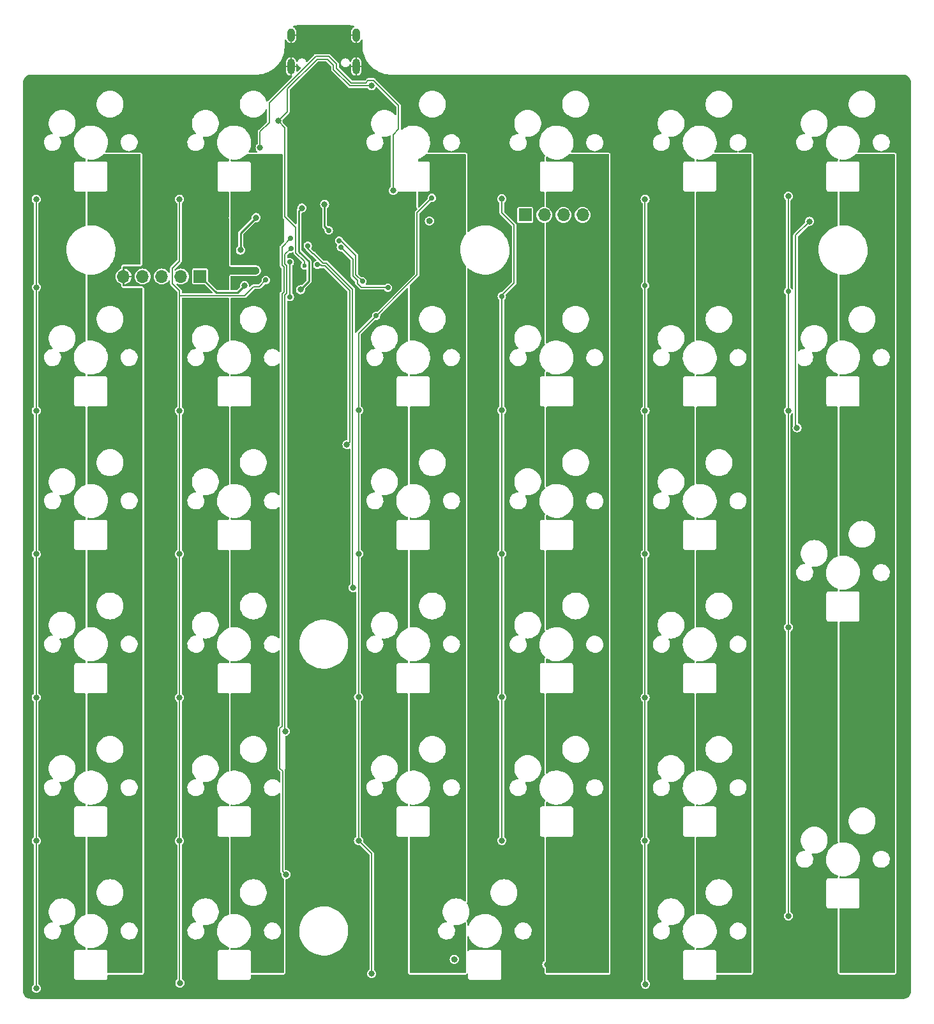
<source format=gbr>
%TF.GenerationSoftware,KiCad,Pcbnew,7.0.5-0*%
%TF.CreationDate,2023-07-30T09:29:21-05:00*%
%TF.ProjectId,Nifty Numpad,4e696674-7920-44e7-956d-7061642e6b69,rev?*%
%TF.SameCoordinates,Original*%
%TF.FileFunction,Copper,L1,Top*%
%TF.FilePolarity,Positive*%
%FSLAX46Y46*%
G04 Gerber Fmt 4.6, Leading zero omitted, Abs format (unit mm)*
G04 Created by KiCad (PCBNEW 7.0.5-0) date 2023-07-30 09:29:21*
%MOMM*%
%LPD*%
G01*
G04 APERTURE LIST*
%TA.AperFunction,ComponentPad*%
%ADD10R,1.700000X1.700000*%
%TD*%
%TA.AperFunction,ComponentPad*%
%ADD11O,1.700000X1.700000*%
%TD*%
%TA.AperFunction,ComponentPad*%
%ADD12O,1.000000X1.800000*%
%TD*%
%TA.AperFunction,ComponentPad*%
%ADD13O,1.000000X2.100000*%
%TD*%
%TA.AperFunction,ViaPad*%
%ADD14C,0.800000*%
%TD*%
%TA.AperFunction,ViaPad*%
%ADD15C,0.700000*%
%TD*%
%TA.AperFunction,ViaPad*%
%ADD16C,0.600000*%
%TD*%
%TA.AperFunction,Conductor*%
%ADD17C,1.000000*%
%TD*%
%TA.AperFunction,Conductor*%
%ADD18C,0.250000*%
%TD*%
%TA.AperFunction,Conductor*%
%ADD19C,0.200000*%
%TD*%
G04 APERTURE END LIST*
D10*
%TO.P,J101,1,Pin_1*%
%TO.N,+3.3V*%
X176490000Y-101250000D03*
D11*
%TO.P,J101,2,Pin_2*%
%TO.N,/SWD*%
X173950000Y-101250000D03*
%TO.P,J101,3,Pin_3*%
%TO.N,/SWCLK*%
X171410000Y-101250000D03*
%TO.P,J101,4,Pin_4*%
%TO.N,/RUN*%
X168870000Y-101250000D03*
%TO.P,J101,5,Pin_5*%
%TO.N,GND*%
X166330000Y-101250000D03*
%TD*%
D10*
%TO.P,J103,1,Pin_1*%
%TO.N,+3.3V*%
X219600000Y-93100000D03*
D11*
%TO.P,J103,2,Pin_2*%
%TO.N,/UART0_MCU_TX*%
X222140000Y-93100000D03*
%TO.P,J103,3,Pin_3*%
%TO.N,/UART0_MCU_RX*%
X224680000Y-93100000D03*
%TO.P,J103,4,Pin_4*%
%TO.N,GND*%
X227220000Y-93100000D03*
%TD*%
D12*
%TO.P,J102,S1,SHIELD*%
%TO.N,GND*%
X188555000Y-69250000D03*
D13*
X188555000Y-73430000D03*
D12*
X197195000Y-69250000D03*
D13*
X197195000Y-73430000D03*
%TD*%
D14*
%TO.N,+5V*%
X164075000Y-85450000D03*
X226025000Y-85450000D03*
X228350000Y-137500000D03*
X228350000Y-175500000D03*
X222474508Y-192449500D03*
X185600000Y-192249500D03*
X247350000Y-156500000D03*
X227025000Y-85450000D03*
X230025000Y-85450000D03*
X246850000Y-85450000D03*
X166600000Y-118500000D03*
X208775000Y-85450000D03*
X166600000Y-156500000D03*
X166600000Y-192249500D03*
X263850000Y-85450000D03*
X180975500Y-102475500D03*
X228350000Y-90000000D03*
X265850000Y-85450000D03*
X266350000Y-147000000D03*
X228350000Y-156500000D03*
X266850000Y-85450000D03*
X185600000Y-137500000D03*
X247350000Y-118500000D03*
X247350000Y-137500000D03*
X247350000Y-175500000D03*
X209350000Y-175500000D03*
X209350000Y-90000000D03*
X229025000Y-85450000D03*
X245850000Y-85450000D03*
X209775000Y-85450000D03*
X247350000Y-192100000D03*
X209350000Y-118500000D03*
X183050000Y-85450000D03*
X166600000Y-90000000D03*
X166075000Y-85450000D03*
X228350000Y-118500000D03*
X206775000Y-85450000D03*
X267850000Y-85450000D03*
X247850000Y-85450000D03*
X244850000Y-85450000D03*
X168075000Y-85450000D03*
X187050000Y-85450000D03*
X185600000Y-175500000D03*
X207775000Y-85450000D03*
X166600000Y-175500000D03*
X266350000Y-185000000D03*
X166600000Y-137500000D03*
X266350000Y-90000000D03*
X180900000Y-93500000D03*
X165075000Y-85450000D03*
X185600000Y-156500000D03*
X228025000Y-85450000D03*
X266350000Y-118500000D03*
X185600000Y-118500000D03*
X209350000Y-156500000D03*
X167075000Y-85450000D03*
X264850000Y-85450000D03*
X210775000Y-85450000D03*
X186050000Y-85450000D03*
X248850000Y-85450000D03*
X209350000Y-137500000D03*
X247350000Y-90000000D03*
X184050000Y-85450000D03*
%TO.N,GND*%
X252220000Y-112880000D03*
X219200000Y-90020000D03*
X257300000Y-128120000D03*
X153410000Y-179933333D03*
X201420000Y-120500000D03*
X170940000Y-117960000D03*
X191260000Y-168760000D03*
X193800000Y-163680000D03*
X270340000Y-177925000D03*
X239520000Y-130660000D03*
X221740000Y-107800000D03*
X162122807Y-196590000D03*
X193950000Y-77625000D03*
X178560000Y-158600000D03*
X201420000Y-143360000D03*
X176020000Y-158600000D03*
X270340000Y-137758333D03*
X153600000Y-196400000D03*
X212239696Y-74910000D03*
X195100000Y-98450000D03*
X170940000Y-125580000D03*
X270340000Y-161858333D03*
X184460526Y-196590000D03*
X257300000Y-133200000D03*
X216347575Y-74910000D03*
X247412280Y-196590000D03*
X257300000Y-166220000D03*
X252220000Y-173840000D03*
X191260000Y-184000000D03*
X254760000Y-189080000D03*
X214120000Y-138280000D03*
X193800000Y-191620000D03*
X192583333Y-196590000D03*
X158240000Y-100180000D03*
X198880000Y-158600000D03*
X231900000Y-163680000D03*
X219700000Y-115750000D03*
X236980000Y-176380000D03*
X162508571Y-74910000D03*
X231900000Y-148440000D03*
X193800000Y-145900000D03*
X200700000Y-87250000D03*
X214120000Y-178920000D03*
X270340000Y-99600000D03*
X158240000Y-181460000D03*
X214120000Y-112880000D03*
X176020000Y-95100000D03*
X214120000Y-107800000D03*
X257300000Y-105260000D03*
X231900000Y-178920000D03*
X270340000Y-95583333D03*
X270340000Y-173908333D03*
X214293636Y-74910000D03*
X188720000Y-168760000D03*
X170940000Y-181460000D03*
X239520000Y-133200000D03*
X164153508Y-196590000D03*
X188720000Y-194160000D03*
X219200000Y-138280000D03*
X176020000Y-133200000D03*
X219200000Y-156060000D03*
X234440000Y-150980000D03*
X176020000Y-138280000D03*
X234440000Y-143360000D03*
X170940000Y-120500000D03*
X170940000Y-112880000D03*
X236980000Y-194160000D03*
X204767543Y-196590000D03*
X238940909Y-74910000D03*
X192850000Y-98550000D03*
X206900000Y-93880000D03*
X230725151Y-74910000D03*
X239520000Y-171300000D03*
X233197368Y-196590000D03*
X158240000Y-97640000D03*
X193950000Y-98550000D03*
X219200000Y-158600000D03*
X259596491Y-196590000D03*
X234440000Y-163680000D03*
X160092105Y-196590000D03*
X222509393Y-74910000D03*
X191050000Y-89750000D03*
X245381578Y-196590000D03*
X177398571Y-74910000D03*
X176950000Y-191750000D03*
X214120000Y-163680000D03*
X270340000Y-143783333D03*
X153410000Y-141775000D03*
X158254285Y-74910000D03*
X239520000Y-105260000D03*
X189800000Y-104450000D03*
X236980000Y-181460000D03*
X204023939Y-74910000D03*
X174307017Y-196590000D03*
X270340000Y-189975000D03*
X191260000Y-191620000D03*
X191260000Y-181460000D03*
X155700000Y-181460000D03*
X252220000Y-138280000D03*
X178560000Y-181460000D03*
X188720000Y-156060000D03*
X153410000Y-119683333D03*
X153410000Y-161858333D03*
X259840000Y-120500000D03*
X252220000Y-105260000D03*
X170940000Y-176380000D03*
X214120000Y-143360000D03*
X231900000Y-143360000D03*
X231900000Y-189080000D03*
X196340000Y-90020000D03*
X221013157Y-196590000D03*
X259840000Y-171300000D03*
X252220000Y-161140000D03*
X236980000Y-90020000D03*
X188720000Y-186540000D03*
X201420000Y-189080000D03*
X155700000Y-123040000D03*
X156030701Y-196590000D03*
X270340000Y-135750000D03*
X191750000Y-97540000D03*
X219700000Y-153750000D03*
X255535087Y-196590000D03*
X226617272Y-74910000D03*
X201420000Y-186540000D03*
X270340000Y-187966666D03*
X155700000Y-115420000D03*
X214120000Y-156060000D03*
X198450000Y-93600000D03*
X158061403Y-196590000D03*
X170940000Y-178920000D03*
X236980000Y-120500000D03*
X219200000Y-176380000D03*
X193800000Y-176380000D03*
X170940000Y-130660000D03*
X170940000Y-166220000D03*
X234440000Y-112880000D03*
X219200000Y-105260000D03*
X241320175Y-196590000D03*
X270340000Y-139766666D03*
X252220000Y-189080000D03*
X265688596Y-196590000D03*
X201420000Y-178920000D03*
X231900000Y-92560000D03*
X176950000Y-134750000D03*
X270340000Y-103616666D03*
X191260000Y-163680000D03*
X243048787Y-74910000D03*
X186575000Y-73950000D03*
X191300000Y-81946744D03*
X270340000Y-123700000D03*
X193800000Y-178920000D03*
X235228070Y-196590000D03*
X201950000Y-93750000D03*
X234440000Y-95100000D03*
X270340000Y-127716666D03*
X198325000Y-73000000D03*
X178560000Y-163680000D03*
X218982456Y-196590000D03*
X193800000Y-125580000D03*
X231900000Y-181460000D03*
X193800000Y-128120000D03*
X219700000Y-134750000D03*
X219200000Y-117960000D03*
X196340000Y-178920000D03*
X270340000Y-121691666D03*
X214921052Y-196590000D03*
X270340000Y-147800000D03*
X176020000Y-171300000D03*
X191300000Y-82990232D03*
X191260000Y-176380000D03*
X153410000Y-135750000D03*
X261534242Y-74910000D03*
X236980000Y-163680000D03*
X176020000Y-156060000D03*
X257300000Y-143360000D03*
X193950000Y-96500000D03*
X173144285Y-74910000D03*
X214120000Y-128120000D03*
X176020000Y-178920000D03*
X191260000Y-178920000D03*
X239289473Y-196590000D03*
X193520624Y-84946883D03*
X239520000Y-168760000D03*
X153410000Y-149808333D03*
X188720000Y-166220000D03*
X155700000Y-92560000D03*
X231900000Y-145900000D03*
X231900000Y-95100000D03*
X200700000Y-153750000D03*
X208828947Y-196590000D03*
X201420000Y-130660000D03*
X257565789Y-196590000D03*
X219200000Y-171300000D03*
X191260000Y-128120000D03*
X270340000Y-171900000D03*
X208131818Y-74910000D03*
X176020000Y-143360000D03*
X200700000Y-115750000D03*
X172276315Y-196590000D03*
X153410000Y-85541666D03*
X191260000Y-130660000D03*
X188720000Y-133200000D03*
X196340000Y-184000000D03*
X251264545Y-74910000D03*
X231900000Y-107800000D03*
X160780000Y-120500000D03*
X231900000Y-176380000D03*
X214120000Y-105260000D03*
X155700000Y-120500000D03*
X176020000Y-117960000D03*
X188720000Y-148440000D03*
X234440000Y-168760000D03*
X259840000Y-130660000D03*
X270340000Y-117675000D03*
X252220000Y-156060000D03*
X270340000Y-89558333D03*
X270340000Y-185958333D03*
X170940000Y-171300000D03*
X153410000Y-113658333D03*
X188720000Y-163680000D03*
X170940000Y-186540000D03*
X263657894Y-196590000D03*
X236980000Y-171300000D03*
X158240000Y-143360000D03*
X170940000Y-194160000D03*
X156127142Y-74910000D03*
X160780000Y-123040000D03*
X153410000Y-131733333D03*
X155700000Y-105260000D03*
X153410000Y-89558333D03*
X158240000Y-84940000D03*
X270340000Y-167883333D03*
X214120000Y-148440000D03*
X198880000Y-87480000D03*
X153410000Y-193991666D03*
X168214912Y-196590000D03*
X160780000Y-79860000D03*
X238700000Y-172750000D03*
X270340000Y-155833333D03*
X218401515Y-74910000D03*
X153410000Y-103616666D03*
X259480303Y-74910000D03*
X158240000Y-163680000D03*
X170940000Y-189080000D03*
X191260000Y-133200000D03*
X153410000Y-133741666D03*
X257300000Y-189080000D03*
X160780000Y-161140000D03*
X201420000Y-150980000D03*
X257300000Y-130660000D03*
X270340000Y-93575000D03*
X219200000Y-178920000D03*
X193800000Y-194160000D03*
X214120000Y-171300000D03*
X171017142Y-74910000D03*
X176020000Y-163680000D03*
X153410000Y-171900000D03*
X247156666Y-74910000D03*
X188720000Y-130660000D03*
X252220000Y-153520000D03*
X234440000Y-130660000D03*
X153410000Y-139766666D03*
X231900000Y-110340000D03*
X190650000Y-85850000D03*
X158240000Y-161140000D03*
X231900000Y-168760000D03*
X252220000Y-107800000D03*
X191750000Y-96500000D03*
X253318484Y-74910000D03*
X231900000Y-194160000D03*
X249210606Y-74910000D03*
X231900000Y-90020000D03*
X257426363Y-74910000D03*
X160780000Y-140820000D03*
X153410000Y-169891666D03*
X214120000Y-133200000D03*
X243350877Y-196590000D03*
X236980000Y-173840000D03*
X176020000Y-97640000D03*
X158240000Y-105260000D03*
X193800000Y-168760000D03*
X221740000Y-120500000D03*
X193520624Y-81884862D03*
X239520000Y-178920000D03*
X155700000Y-125580000D03*
X203950000Y-98550000D03*
X238700000Y-134750000D03*
X270340000Y-191983333D03*
X259840000Y-191620000D03*
X252220000Y-133200000D03*
X252220000Y-150980000D03*
X193800000Y-171300000D03*
X252220000Y-117960000D03*
X252220000Y-171300000D03*
X191260000Y-171300000D03*
X202736842Y-196590000D03*
X236980000Y-117960000D03*
X153410000Y-175916666D03*
X270340000Y-91566666D03*
X193950000Y-97540000D03*
X257300000Y-168760000D03*
X153410000Y-155833333D03*
X270340000Y-151816666D03*
X188720000Y-143360000D03*
X155700000Y-178920000D03*
X236980000Y-156060000D03*
X198880000Y-171300000D03*
X158240000Y-140820000D03*
X200700000Y-134750000D03*
X221740000Y-178920000D03*
X259840000Y-163680000D03*
X188720000Y-176380000D03*
X176020000Y-125580000D03*
X259840000Y-168760000D03*
X220455454Y-74910000D03*
X229135964Y-196590000D03*
X200325000Y-101750000D03*
X196340000Y-173840000D03*
X193800000Y-184000000D03*
X214120000Y-117960000D03*
X214120000Y-90020000D03*
X193800000Y-133200000D03*
X270340000Y-111650000D03*
X214120000Y-168760000D03*
X188720000Y-125580000D03*
X170940000Y-158600000D03*
X170940000Y-90020000D03*
X170940000Y-184000000D03*
X160780000Y-105260000D03*
X206798245Y-196590000D03*
X270340000Y-183950000D03*
X188720000Y-178920000D03*
X234440000Y-100180000D03*
X210859649Y-196590000D03*
X153410000Y-157841666D03*
X259840000Y-102720000D03*
X239520000Y-125580000D03*
X257300000Y-181460000D03*
X176020000Y-92560000D03*
X270340000Y-97591666D03*
X188720000Y-171300000D03*
X214120000Y-120500000D03*
X270340000Y-105625000D03*
X239520000Y-163680000D03*
X270340000Y-107633333D03*
X231900000Y-130660000D03*
X203350000Y-95050000D03*
X236980000Y-125580000D03*
X155700000Y-97640000D03*
X193800000Y-156060000D03*
X270340000Y-175916666D03*
X245102727Y-74910000D03*
X252220000Y-92560000D03*
X153600000Y-75100000D03*
X170940000Y-168760000D03*
X170940000Y-156060000D03*
X231900000Y-117960000D03*
X200706140Y-196590000D03*
X153410000Y-189975000D03*
X190552631Y-196590000D03*
X259840000Y-107800000D03*
X193800000Y-158600000D03*
X252000000Y-100180000D03*
X234440000Y-92560000D03*
X182429824Y-196590000D03*
X252220000Y-166220000D03*
X197640000Y-70925000D03*
X191260000Y-143360000D03*
X199000000Y-101750000D03*
X153410000Y-137758333D03*
X231900000Y-97640000D03*
X270340000Y-179933333D03*
X193800000Y-135740000D03*
X206077878Y-74910000D03*
X200700000Y-172750000D03*
X255372424Y-74910000D03*
X263588181Y-74910000D03*
X252220000Y-168760000D03*
X252220000Y-184000000D03*
X178560000Y-178920000D03*
X194614035Y-196590000D03*
X160780000Y-178920000D03*
X200100000Y-103500000D03*
X214120000Y-158600000D03*
X270340000Y-149808333D03*
X191260000Y-112880000D03*
X257300000Y-150980000D03*
X193800000Y-69700000D03*
X221740000Y-186540000D03*
X249442982Y-196590000D03*
X252220000Y-194160000D03*
X231900000Y-184000000D03*
X259840000Y-125580000D03*
X201935161Y-74909145D03*
X170940000Y-163680000D03*
X270340000Y-87550000D03*
X155700000Y-163680000D03*
X153410000Y-105625000D03*
X240994848Y-74910000D03*
X214120000Y-92560000D03*
X236980000Y-100180000D03*
X155700000Y-153520000D03*
X158240000Y-125580000D03*
X214120000Y-176380000D03*
X201420000Y-158600000D03*
X188720000Y-150980000D03*
X270340000Y-145791666D03*
X153410000Y-187966666D03*
X239520000Y-181460000D03*
X257300000Y-117960000D03*
X153410000Y-151816666D03*
X270340000Y-109641666D03*
X195150000Y-87600000D03*
X189900000Y-87600000D03*
X238700000Y-87250000D03*
X179525714Y-74910000D03*
X270340000Y-141775000D03*
X153410000Y-191983333D03*
X193455928Y-85959289D03*
X223043859Y-196590000D03*
X196340000Y-163680000D03*
X201420000Y-133200000D03*
X270340000Y-83533333D03*
X236980000Y-97640000D03*
X214120000Y-166220000D03*
X236980000Y-158600000D03*
X192850000Y-96500000D03*
X192050000Y-87450000D03*
X261627192Y-196590000D03*
X210185757Y-74910000D03*
X191260000Y-138280000D03*
X270340000Y-193991666D03*
X193800000Y-112880000D03*
X178368421Y-196590000D03*
X221740000Y-143360000D03*
X252220000Y-158600000D03*
X188700000Y-85800000D03*
X168890000Y-74910000D03*
X219700000Y-87250000D03*
X193800000Y-138280000D03*
X267719298Y-196590000D03*
X189975000Y-84975000D03*
X188700000Y-88700000D03*
X153410000Y-123700000D03*
X270200000Y-196350000D03*
X252220000Y-178920000D03*
X193400000Y-117900000D03*
X231166666Y-196590000D03*
X153410000Y-181941666D03*
X270340000Y-101608333D03*
X231900000Y-156060000D03*
X214120000Y-130660000D03*
X193520624Y-82905535D03*
X236980000Y-95100000D03*
X270340000Y-131733333D03*
X170940000Y-138280000D03*
X219200000Y-143360000D03*
X257300000Y-194160000D03*
X201420000Y-168760000D03*
X225074561Y-196590000D03*
X176020000Y-120500000D03*
X196340000Y-158600000D03*
X234833030Y-74910000D03*
X224563333Y-74910000D03*
X195125000Y-99500000D03*
X270200000Y-75150000D03*
X189950000Y-86600000D03*
X270340000Y-113658333D03*
X239520000Y-189080000D03*
X259840000Y-133200000D03*
X198880000Y-143360000D03*
X234440000Y-181460000D03*
X188720000Y-138280000D03*
X153410000Y-153825000D03*
X219200000Y-125580000D03*
X236980000Y-92560000D03*
X153410000Y-121691666D03*
X198880000Y-135740000D03*
X179050000Y-91750000D03*
X253504385Y-196590000D03*
X157950000Y-115750000D03*
X188720000Y-189080000D03*
X216951754Y-196590000D03*
X191300000Y-84033720D03*
X232779090Y-74910000D03*
X155700000Y-77320000D03*
X251473684Y-196590000D03*
X201420000Y-112880000D03*
X219200000Y-133200000D03*
X259840000Y-173840000D03*
X239520000Y-100180000D03*
X158240000Y-123040000D03*
X257300000Y-186540000D03*
X191260000Y-69700000D03*
X188100000Y-70950000D03*
X236980000Y-135740000D03*
X192750000Y-86700000D03*
X164635714Y-74910000D03*
X234440000Y-158600000D03*
X153410000Y-115666666D03*
X270340000Y-129725000D03*
X186491228Y-196590000D03*
X176950000Y-87250000D03*
X238700000Y-191750000D03*
X155700000Y-87480000D03*
X234440000Y-105260000D03*
X219200000Y-163680000D03*
X170940000Y-97640000D03*
X214120000Y-150980000D03*
X231900000Y-100180000D03*
X257300000Y-135740000D03*
X228671212Y-74910000D03*
X252220000Y-186540000D03*
X191260000Y-145900000D03*
X201420000Y-184000000D03*
X193800000Y-130660000D03*
X170940000Y-143360000D03*
X176020000Y-194160000D03*
X196340000Y-84940000D03*
X160780000Y-176380000D03*
X153410000Y-101608333D03*
X227105263Y-196590000D03*
X270340000Y-163866666D03*
X153410000Y-143783333D03*
X166184210Y-196590000D03*
X239520000Y-143360000D03*
X201420000Y-171300000D03*
X221740000Y-163680000D03*
X166762857Y-74910000D03*
X191260000Y-166220000D03*
X170940000Y-107800000D03*
X214120000Y-125580000D03*
X155700000Y-143360000D03*
X158240000Y-171300000D03*
X259840000Y-186540000D03*
X257700000Y-115750000D03*
X231900000Y-120500000D03*
X155700000Y-191620000D03*
X155700000Y-140820000D03*
X257300000Y-171300000D03*
X252220000Y-128120000D03*
X236980000Y-133200000D03*
X188720000Y-158600000D03*
X198880000Y-173840000D03*
X176950000Y-172750000D03*
X257300000Y-191620000D03*
X221740000Y-105260000D03*
X153410000Y-173908333D03*
X270340000Y-181941666D03*
X257300000Y-92560000D03*
X153410000Y-177925000D03*
X252220000Y-191620000D03*
X201950000Y-97600000D03*
X196644736Y-196590000D03*
X178560000Y-125580000D03*
X231900000Y-128120000D03*
X236980000Y-178920000D03*
X160381428Y-74910000D03*
X259840000Y-189080000D03*
X214120000Y-110340000D03*
X231900000Y-125580000D03*
X158240000Y-77320000D03*
X176337719Y-196590000D03*
X201420000Y-125580000D03*
X196340000Y-171300000D03*
X170940000Y-133200000D03*
X160780000Y-181460000D03*
X193800000Y-143360000D03*
X178560000Y-120500000D03*
X170940000Y-150980000D03*
X153410000Y-111650000D03*
X231900000Y-186540000D03*
X153410000Y-125708333D03*
X257300000Y-120500000D03*
X160780000Y-184000000D03*
X270340000Y-153825000D03*
X170940000Y-148440000D03*
X231900000Y-105260000D03*
X188720000Y-184000000D03*
X196340000Y-181460000D03*
X231900000Y-166220000D03*
X191300000Y-85077208D03*
X236980000Y-143360000D03*
X201420000Y-163680000D03*
X221740000Y-125580000D03*
X252220000Y-130660000D03*
X176950000Y-153750000D03*
X158240000Y-178920000D03*
X198880000Y-163680000D03*
X198650000Y-103500000D03*
X270340000Y-159850000D03*
X159350000Y-152600000D03*
X170940000Y-145900000D03*
X234440000Y-125580000D03*
X239520000Y-120500000D03*
X236886969Y-74910000D03*
X236980000Y-138280000D03*
X214120000Y-184000000D03*
X193800000Y-166220000D03*
X178560000Y-143360000D03*
X188521929Y-196590000D03*
X270340000Y-85541666D03*
X192630000Y-89750000D03*
X221740000Y-158600000D03*
X239520000Y-158600000D03*
X252220000Y-140820000D03*
X153410000Y-83533333D03*
X234440000Y-178920000D03*
X239520000Y-112880000D03*
X252220000Y-176380000D03*
X212890350Y-196590000D03*
X160780000Y-158600000D03*
X254760000Y-191620000D03*
X270340000Y-125708333D03*
X234440000Y-189080000D03*
X192850000Y-97540000D03*
X270340000Y-115666666D03*
X153410000Y-93575000D03*
X191300000Y-79850000D03*
X257300000Y-102720000D03*
X160780000Y-107800000D03*
X153410000Y-159850000D03*
X153410000Y-117675000D03*
X214120000Y-181460000D03*
X270340000Y-79516666D03*
X191300000Y-80903256D03*
X216660000Y-178920000D03*
X196340000Y-186540000D03*
X239520000Y-150980000D03*
X198880000Y-133200000D03*
X189975000Y-83525000D03*
X252220000Y-120500000D03*
X270340000Y-119683333D03*
X191260000Y-194160000D03*
X155700000Y-100180000D03*
X153410000Y-107633333D03*
X270340000Y-77508333D03*
X252220000Y-95100000D03*
X176020000Y-181460000D03*
X193800000Y-181460000D03*
X157950000Y-191750000D03*
X153410000Y-91566666D03*
X170940000Y-92560000D03*
X231900000Y-150980000D03*
X193520624Y-80864188D03*
X196340000Y-168760000D03*
X176950000Y-115750000D03*
X198880000Y-115420000D03*
X191260000Y-125580000D03*
X254760000Y-194160000D03*
X234440000Y-120500000D03*
X198880000Y-125580000D03*
X214120000Y-145900000D03*
X155700000Y-161140000D03*
X231900000Y-133200000D03*
X238700000Y-115750000D03*
X191260000Y-156060000D03*
X153410000Y-97591666D03*
X199840000Y-74400000D03*
X234440000Y-97640000D03*
X188720000Y-145900000D03*
X259840000Y-135740000D03*
X153410000Y-95583333D03*
X153410000Y-87550000D03*
X252220000Y-90020000D03*
X170245614Y-196590000D03*
X270340000Y-157841666D03*
X175271428Y-74910000D03*
X155700000Y-158600000D03*
X231900000Y-171300000D03*
X170940000Y-110340000D03*
X170940000Y-128120000D03*
X183850000Y-100475000D03*
X193520624Y-83926209D03*
X153410000Y-99600000D03*
X170940000Y-102720000D03*
X184571109Y-74850000D03*
X158240000Y-158600000D03*
X194650000Y-110350000D03*
X270340000Y-133741666D03*
X191260000Y-158600000D03*
X176020000Y-176380000D03*
X176020000Y-90020000D03*
X257300000Y-162750000D03*
X196340000Y-194160000D03*
X196340000Y-191620000D03*
X237258771Y-196590000D03*
X157999500Y-134750000D03*
X157950000Y-87250000D03*
X231900000Y-112880000D03*
X160780000Y-77320000D03*
X221740000Y-194160000D03*
X219200000Y-120500000D03*
X180399122Y-196590000D03*
X270340000Y-169891666D03*
X231900000Y-158600000D03*
X158240000Y-95100000D03*
X252220000Y-110340000D03*
X259840000Y-105260000D03*
X265642121Y-74910000D03*
X252220000Y-135740000D03*
X257300000Y-90020000D03*
X181652857Y-74910000D03*
X238700000Y-153750000D03*
X193800000Y-173840000D03*
X193500000Y-87600000D03*
X267696060Y-74910000D03*
X231900000Y-138280000D03*
X270340000Y-165875000D03*
X179000000Y-100450000D03*
X210200000Y-191750000D03*
X270340000Y-81525000D03*
X188720000Y-128120000D03*
X158240000Y-133200000D03*
X236980000Y-105260000D03*
X221740000Y-95100000D03*
X153410000Y-77508333D03*
X219700000Y-172750000D03*
X155700000Y-95100000D03*
X201420000Y-181460000D03*
X257700000Y-87250000D03*
X153410000Y-163866666D03*
X198675438Y-196590000D03*
X192950000Y-105375000D03*
D15*
%TO.N,+3.3V*%
X193550000Y-95150000D03*
D14*
X181844672Y-97755328D03*
X182374500Y-102475500D03*
X183925000Y-93450000D03*
X193000000Y-91675000D03*
%TO.N,/DVDD_1.1V*%
X189974394Y-92177174D03*
X189800000Y-103000000D03*
%TO.N,Net-(D202-DOUT)*%
X202100000Y-89850000D03*
X184450000Y-84200000D03*
%TO.N,Net-(D206-DOUT)*%
X255650000Y-121300000D03*
X257300000Y-93950000D03*
%TO.N,/COL0*%
X154775000Y-102675000D03*
X154750000Y-195600000D03*
X154750000Y-138050000D03*
X154750000Y-157050000D03*
X154750000Y-91000000D03*
X154750000Y-176050000D03*
X154750000Y-119050000D03*
%TO.N,/COL1*%
X173750000Y-157050000D03*
X173750000Y-91000000D03*
D15*
X185200000Y-101725000D03*
D14*
X173750000Y-119050000D03*
X173750000Y-138050000D03*
X173750000Y-176050000D03*
X173800000Y-194900000D03*
%TO.N,/COL2*%
X197500000Y-119000000D03*
D15*
X207205740Y-90842826D03*
D14*
X197500000Y-157000000D03*
D15*
X199825000Y-106475000D03*
D14*
X197500000Y-176000000D03*
X199250000Y-193650000D03*
X197500000Y-138000000D03*
D15*
%TO.N,/COL3*%
X216500000Y-103880500D03*
D14*
X216500000Y-157000000D03*
X216500000Y-138000000D03*
X216500000Y-176000000D03*
X216500000Y-90950000D03*
X216500000Y-119000000D03*
%TO.N,/COL4*%
X235500000Y-91000000D03*
X235500000Y-119050000D03*
X235500000Y-157050000D03*
X235500000Y-176050000D03*
D15*
X235500000Y-102450000D03*
D14*
X235550000Y-195050000D03*
X235500000Y-138050000D03*
%TO.N,/COL5*%
X254500000Y-147750000D03*
X254500000Y-186000000D03*
X254500000Y-90600000D03*
X254500000Y-119050000D03*
D15*
X254500000Y-103225000D03*
%TO.N,/UART0_MCU_TX*%
X198000000Y-101900000D03*
X194926502Y-96500000D03*
%TO.N,/UART0_MCU_RX*%
X195163448Y-97381981D03*
X201400000Y-102750000D03*
D16*
%TO.N,/ROW0*%
X190308137Y-99823500D03*
D14*
X186825000Y-80650000D03*
X199199976Y-75982304D03*
D15*
%TO.N,/ROW1*%
X188400000Y-103975000D03*
X188400000Y-99350000D03*
%TO.N,/ROW2*%
X192041485Y-99685017D03*
D14*
X195960000Y-123540000D03*
D15*
%TO.N,/ROW3*%
X190773498Y-97175000D03*
D14*
X196800000Y-142500000D03*
D15*
%TO.N,/ROW4*%
X188539758Y-97545688D03*
D14*
X187775000Y-161525000D03*
%TO.N,/ROW5*%
X187875000Y-180525000D03*
D15*
X188498500Y-96225000D03*
%TD*%
D17*
%TO.N,GND*%
X183850000Y-100475000D02*
X180100000Y-100475000D01*
D18*
%TO.N,+3.3V*%
X193000000Y-94600000D02*
X193000000Y-91675000D01*
X182374500Y-102475500D02*
X181475000Y-103375000D01*
X181475000Y-103375000D02*
X178615000Y-103375000D01*
X181844672Y-97755328D02*
X181844672Y-95530328D01*
X178615000Y-103375000D02*
X176490000Y-101250000D01*
X181844672Y-95530328D02*
X183925000Y-93450000D01*
X193550000Y-95150000D02*
X193000000Y-94600000D01*
%TO.N,/DVDD_1.1V*%
X190933137Y-100082384D02*
X190925000Y-100090521D01*
X190933137Y-99258137D02*
X190933137Y-100082384D01*
X189614758Y-92536810D02*
X189614758Y-97939758D01*
X190925000Y-100090521D02*
X190925000Y-101875000D01*
X189614758Y-97939758D02*
X190933137Y-99258137D01*
X189974394Y-92177174D02*
X189614758Y-92536810D01*
X190925000Y-101875000D02*
X189800000Y-103000000D01*
D19*
%TO.N,Net-(D202-DOUT)*%
X202815000Y-81736650D02*
X202100000Y-82451650D01*
X202100000Y-82451650D02*
X202100000Y-89850000D01*
X194575000Y-73092892D02*
X194575000Y-73634314D01*
X200100000Y-75900000D02*
X202815000Y-78615000D01*
X184450000Y-84200000D02*
X184450000Y-82050000D01*
X191834314Y-72075000D02*
X193557107Y-72075000D01*
X200100000Y-75892378D02*
X200100000Y-75900000D01*
X199489926Y-75282304D02*
X200100000Y-75892378D01*
X198450000Y-75582304D02*
X198750000Y-75282304D01*
X184450000Y-82050000D02*
X185650000Y-80850000D01*
X185650000Y-78259315D02*
X191834314Y-72075000D01*
X196522990Y-75582304D02*
X198450000Y-75582304D01*
X185650000Y-80850000D02*
X185650000Y-78259315D01*
X194575000Y-73634314D02*
X196522990Y-75582304D01*
X202815000Y-78615000D02*
X202815000Y-81736650D01*
X198750000Y-75282304D02*
X199489926Y-75282304D01*
X193557107Y-72075000D02*
X194575000Y-73092892D01*
%TO.N,Net-(D206-DOUT)*%
X255445000Y-121095000D02*
X255650000Y-121300000D01*
X257300000Y-93950000D02*
X255445000Y-95805000D01*
X255445000Y-95805000D02*
X255445000Y-121095000D01*
%TO.N,/COL0*%
X154750000Y-176050000D02*
X154750000Y-195600000D01*
X154750000Y-91000000D02*
X154750000Y-176050000D01*
%TO.N,/COL1*%
X173750000Y-103800000D02*
X173750000Y-119050000D01*
X173750000Y-138050000D02*
X173750000Y-157050000D01*
X173750000Y-103150000D02*
X173750000Y-103800000D01*
X173750000Y-91000000D02*
X173750000Y-99200000D01*
X172800000Y-100150000D02*
X172800000Y-102200000D01*
X172800000Y-102200000D02*
X173750000Y-103150000D01*
X182375000Y-103800000D02*
X173750000Y-103800000D01*
X184325000Y-102600000D02*
X183575000Y-102600000D01*
X173800000Y-194900000D02*
X173750000Y-194850000D01*
X173750000Y-119050000D02*
X173750000Y-138050000D01*
X173750000Y-194850000D02*
X173750000Y-176050000D01*
X185200000Y-101725000D02*
X184325000Y-102600000D01*
X173750000Y-176050000D02*
X173750000Y-157050000D01*
X173750000Y-99200000D02*
X172800000Y-100150000D01*
X183575000Y-102600000D02*
X182375000Y-103800000D01*
%TO.N,/COL2*%
X205275000Y-92773566D02*
X205275000Y-101025000D01*
X199250000Y-177750000D02*
X199250000Y-193650000D01*
X197500000Y-176000000D02*
X199250000Y-177750000D01*
X207205740Y-90842826D02*
X205275000Y-92773566D01*
X197500000Y-108800000D02*
X197500000Y-176000000D01*
X205275000Y-101025000D02*
X197500000Y-108800000D01*
%TO.N,/COL3*%
X218140000Y-94440000D02*
X218140000Y-102110000D01*
X218140000Y-102110000D02*
X216500000Y-103750000D01*
X216500000Y-92800000D02*
X218140000Y-94440000D01*
X216500000Y-176000000D02*
X216500000Y-119000000D01*
X216500000Y-90950000D02*
X216500000Y-92800000D01*
X216500000Y-103750000D02*
X216500000Y-119000000D01*
%TO.N,/COL4*%
X235500000Y-195000000D02*
X235550000Y-195050000D01*
X235500000Y-91000000D02*
X235500000Y-176050000D01*
X235500000Y-176050000D02*
X235500000Y-195000000D01*
%TO.N,/COL5*%
X254500000Y-119050000D02*
X254500000Y-90600000D01*
X254500000Y-119050000D02*
X254500000Y-147750000D01*
X254500000Y-147750000D02*
X254500000Y-186000000D01*
%TO.N,/UART0_MCU_TX*%
X197150000Y-98450000D02*
X195200000Y-96500000D01*
X197150000Y-101050000D02*
X197150000Y-98450000D01*
X195200000Y-96500000D02*
X194926502Y-96500000D01*
X198000000Y-101900000D02*
X197150000Y-101050000D01*
%TO.N,/UART0_MCU_RX*%
X201325000Y-102675000D02*
X197855761Y-102675000D01*
X196750000Y-98968533D02*
X195163448Y-97381981D01*
X197350000Y-101815686D02*
X196750000Y-101215686D01*
X201400000Y-102750000D02*
X201325000Y-102675000D01*
X197855761Y-102675000D02*
X197350000Y-102169239D01*
X196750000Y-101215686D02*
X196750000Y-98968533D01*
X197350000Y-102169239D02*
X197350000Y-101815686D01*
%TO.N,/ROW0*%
X192000000Y-72475000D02*
X188075000Y-76400000D01*
X189189758Y-94789758D02*
X187750000Y-93350000D01*
X188075000Y-76400000D02*
X188075000Y-79400000D01*
X188075000Y-79400000D02*
X186825000Y-80650000D01*
X196357304Y-75982304D02*
X194175000Y-73800000D01*
X194175000Y-73258578D02*
X193391422Y-72475000D01*
X194175000Y-73800000D02*
X194175000Y-73258578D01*
X187750000Y-81575000D02*
X186825000Y-80650000D01*
X190308137Y-99823500D02*
X190308137Y-99234177D01*
X187750000Y-93350000D02*
X187750000Y-81575000D01*
X199199976Y-75982304D02*
X196357304Y-75982304D01*
X193391422Y-72475000D02*
X192000000Y-72475000D01*
X189189758Y-98115798D02*
X189189758Y-94789758D01*
X190308137Y-99234177D02*
X189189758Y-98115798D01*
%TO.N,/ROW1*%
X188400000Y-99350000D02*
X188400000Y-103975000D01*
%TO.N,/ROW2*%
X192583469Y-99874154D02*
X192394331Y-99685017D01*
X196325000Y-123175000D02*
X196325000Y-103133578D01*
X195960000Y-123540000D02*
X196325000Y-123175000D01*
X196325000Y-103133578D02*
X193065576Y-99874154D01*
X192394331Y-99685017D02*
X192041485Y-99685017D01*
X193065576Y-99874154D02*
X192583469Y-99874154D01*
%TO.N,/ROW3*%
X192784204Y-99474154D02*
X193231262Y-99474154D01*
X191550050Y-98240000D02*
X192784204Y-99474154D01*
X196725000Y-142425000D02*
X196800000Y-142500000D01*
X190773498Y-97553448D02*
X191460050Y-98240000D01*
X196725000Y-102967892D02*
X196725000Y-142425000D01*
X191460050Y-98240000D02*
X191550050Y-98240000D01*
X190773498Y-97175000D02*
X190773498Y-97553448D01*
X193231262Y-99474154D02*
X196725000Y-102967892D01*
%TO.N,/ROW4*%
X187750000Y-98335446D02*
X187750000Y-99619239D01*
X188000000Y-103455761D02*
X187750000Y-103705761D01*
X188539758Y-97545688D02*
X187750000Y-98335446D01*
X187750000Y-161500000D02*
X187775000Y-161525000D01*
X187750000Y-103705761D02*
X187750000Y-161500000D01*
X187750000Y-99619239D02*
X188000000Y-99869239D01*
X188000000Y-99869239D02*
X188000000Y-103455761D01*
%TO.N,/ROW5*%
X187075000Y-161115000D02*
X187075000Y-166450000D01*
X187425000Y-166800000D02*
X187425000Y-180075000D01*
X187350000Y-103540076D02*
X187350000Y-160840000D01*
X187350000Y-99784925D02*
X187600000Y-100034925D01*
X187600000Y-100034925D02*
X187600000Y-103290075D01*
X187075000Y-166450000D02*
X187425000Y-166800000D01*
X187350000Y-97373500D02*
X187350000Y-99784925D01*
X187350000Y-160840000D02*
X187075000Y-161115000D01*
X188498500Y-96225000D02*
X187350000Y-97373500D01*
X187600000Y-103290075D02*
X187350000Y-103540076D01*
X187425000Y-180075000D02*
X187875000Y-180525000D01*
%TD*%
%TA.AperFunction,Conductor*%
%TO.N,+5V*%
G36*
X168559191Y-85043907D02*
G01*
X168595155Y-85093407D01*
X168600000Y-85124000D01*
X168600000Y-99601000D01*
X168581093Y-99659191D01*
X168531593Y-99695155D01*
X168501000Y-99700000D01*
X166225000Y-99700000D01*
X166000000Y-99925000D01*
X166000000Y-99925001D01*
X166000000Y-100178910D01*
X165981093Y-100237101D01*
X165931593Y-100273065D01*
X165929748Y-100273644D01*
X165926056Y-100274764D01*
X165926041Y-100274770D01*
X165743547Y-100372316D01*
X165583595Y-100503585D01*
X165583585Y-100503595D01*
X165452316Y-100663547D01*
X165354768Y-100846045D01*
X165294699Y-101044065D01*
X165294698Y-101044070D01*
X165274417Y-101249996D01*
X165274417Y-101250003D01*
X165294698Y-101455929D01*
X165294699Y-101455934D01*
X165354768Y-101653954D01*
X165452316Y-101836452D01*
X165583585Y-101996404D01*
X165583590Y-101996410D01*
X165583595Y-101996414D01*
X165743547Y-102127683D01*
X165743548Y-102127683D01*
X165743550Y-102127685D01*
X165926046Y-102225232D01*
X165929733Y-102226350D01*
X165979930Y-102261330D01*
X165999981Y-102319136D01*
X166000000Y-102321088D01*
X166000000Y-102575000D01*
X166200000Y-102775000D01*
X168751000Y-102775000D01*
X168809191Y-102793907D01*
X168845155Y-102843407D01*
X168850000Y-102874000D01*
X168850000Y-193476000D01*
X168831093Y-193534191D01*
X168781593Y-193570155D01*
X168751000Y-193575000D01*
X164299500Y-193575000D01*
X164241309Y-193556093D01*
X164205345Y-193506593D01*
X164200500Y-193476000D01*
X164200500Y-190855726D01*
X164204279Y-190828635D01*
X164204401Y-190828207D01*
X164200711Y-190788384D01*
X164200500Y-190783815D01*
X164200500Y-190772157D01*
X164200432Y-190771793D01*
X164198354Y-190760678D01*
X164197727Y-190756185D01*
X164194035Y-190716340D01*
X164193837Y-190715943D01*
X164185140Y-190689992D01*
X164185060Y-190689564D01*
X164169067Y-190663736D01*
X164164006Y-190655562D01*
X164161785Y-190651575D01*
X164143958Y-190615771D01*
X164143956Y-190615769D01*
X164143628Y-190615470D01*
X164126154Y-190594427D01*
X164125919Y-190594048D01*
X164093994Y-190569940D01*
X164090489Y-190567028D01*
X164060932Y-190540083D01*
X164060930Y-190540082D01*
X164060509Y-190539919D01*
X164036622Y-190526614D01*
X164036266Y-190526345D01*
X164036261Y-190526343D01*
X163997800Y-190515399D01*
X163993464Y-190513946D01*
X163956175Y-190499500D01*
X163956173Y-190499500D01*
X163955727Y-190499500D01*
X163928636Y-190495721D01*
X163928207Y-190495599D01*
X163888385Y-190499289D01*
X163883816Y-190499500D01*
X161624000Y-190499500D01*
X161565809Y-190480593D01*
X161529845Y-190431093D01*
X161525000Y-190400500D01*
X161525000Y-190320084D01*
X161543907Y-190261893D01*
X161593407Y-190225929D01*
X161637188Y-190221967D01*
X161849347Y-190250500D01*
X161849349Y-190250500D01*
X162075237Y-190250500D01*
X162075244Y-190250500D01*
X162300634Y-190235412D01*
X162595903Y-190175396D01*
X162880537Y-190076560D01*
X163149459Y-189940668D01*
X163397869Y-189770144D01*
X163621333Y-189568032D01*
X163815865Y-189337939D01*
X163977993Y-189083970D01*
X164104823Y-188810658D01*
X164194093Y-188522879D01*
X164244209Y-188225770D01*
X164253556Y-187946205D01*
X165950661Y-187946205D01*
X165960888Y-188160904D01*
X165960889Y-188160911D01*
X166011561Y-188369785D01*
X166011562Y-188369788D01*
X166011563Y-188369790D01*
X166039268Y-188430456D01*
X166100852Y-188565307D01*
X166100855Y-188565312D01*
X166225531Y-188740396D01*
X166225533Y-188740398D01*
X166225534Y-188740399D01*
X166381097Y-188888727D01*
X166561920Y-189004935D01*
X166761468Y-189084822D01*
X166972528Y-189125500D01*
X166972531Y-189125500D01*
X167133618Y-189125500D01*
X167293971Y-189110188D01*
X167500209Y-189049631D01*
X167691259Y-188951138D01*
X167860217Y-188818268D01*
X168000976Y-188655824D01*
X168108448Y-188469677D01*
X168178750Y-188266554D01*
X168209339Y-188053797D01*
X168199112Y-187839096D01*
X168148437Y-187630210D01*
X168059146Y-187434690D01*
X168059144Y-187434687D01*
X167934468Y-187259603D01*
X167934466Y-187259601D01*
X167778903Y-187111273D01*
X167598080Y-186995065D01*
X167598077Y-186995064D01*
X167598076Y-186995063D01*
X167486435Y-186950369D01*
X167398532Y-186915178D01*
X167187472Y-186874500D01*
X167026382Y-186874500D01*
X166866028Y-186889812D01*
X166659786Y-186950370D01*
X166468743Y-187048860D01*
X166468740Y-187048862D01*
X166299782Y-187181731D01*
X166159023Y-187344176D01*
X166051550Y-187530327D01*
X165981251Y-187733441D01*
X165981249Y-187733447D01*
X165950661Y-187946197D01*
X165950661Y-187946205D01*
X164253556Y-187946205D01*
X164254277Y-187924631D01*
X164224118Y-187624838D01*
X164154269Y-187331739D01*
X164045977Y-187050566D01*
X164045043Y-187048862D01*
X163979451Y-186929172D01*
X163901175Y-186786335D01*
X163722446Y-186543762D01*
X163722445Y-186543760D01*
X163722443Y-186543758D01*
X163611410Y-186428952D01*
X163512980Y-186327176D01*
X163512972Y-186327169D01*
X163512965Y-186327163D01*
X163276528Y-186140451D01*
X163276514Y-186140441D01*
X163017271Y-185986891D01*
X163017264Y-185986888D01*
X162739875Y-185869265D01*
X162739859Y-185869259D01*
X162449277Y-185789661D01*
X162449270Y-185789659D01*
X162190811Y-185754900D01*
X162150653Y-185749500D01*
X161924756Y-185749500D01*
X161781325Y-185759101D01*
X161699362Y-185764588D01*
X161643720Y-185775898D01*
X161582929Y-185768961D01*
X161537826Y-185727616D01*
X161525000Y-185678882D01*
X161525000Y-183053055D01*
X162764500Y-183053055D01*
X162804161Y-183316194D01*
X162882599Y-183570482D01*
X162998060Y-183810239D01*
X163147965Y-184030110D01*
X163147968Y-184030113D01*
X163147970Y-184030116D01*
X163328964Y-184225181D01*
X163537018Y-184391100D01*
X163767466Y-184524149D01*
X163767470Y-184524151D01*
X163767479Y-184524156D01*
X163862532Y-184561461D01*
X164015191Y-184621376D01*
X164015194Y-184621376D01*
X164015195Y-184621377D01*
X164274633Y-184680593D01*
X164340941Y-184685561D01*
X164473550Y-184695500D01*
X164473558Y-184695500D01*
X164606450Y-184695500D01*
X164728857Y-184686326D01*
X164805367Y-184680593D01*
X165064805Y-184621377D01*
X165312521Y-184524156D01*
X165542980Y-184391101D01*
X165751033Y-184225183D01*
X165932035Y-184030110D01*
X166081940Y-183810240D01*
X166197401Y-183570482D01*
X166275839Y-183316194D01*
X166315500Y-183053055D01*
X166315500Y-182786945D01*
X166275839Y-182523806D01*
X166197401Y-182269518D01*
X166081940Y-182029761D01*
X165932035Y-181809890D01*
X165888380Y-181762841D01*
X165751035Y-181614818D01*
X165542981Y-181448899D01*
X165312533Y-181315850D01*
X165312524Y-181315845D01*
X165312521Y-181315844D01*
X165312517Y-181315842D01*
X165312514Y-181315841D01*
X165064808Y-181218623D01*
X164805368Y-181159407D01*
X164805362Y-181159406D01*
X164606450Y-181144500D01*
X164606442Y-181144500D01*
X164473558Y-181144500D01*
X164473550Y-181144500D01*
X164274637Y-181159406D01*
X164274631Y-181159407D01*
X164015191Y-181218623D01*
X163767485Y-181315841D01*
X163767466Y-181315850D01*
X163537018Y-181448899D01*
X163328964Y-181614818D01*
X163147970Y-181809883D01*
X163147965Y-181809889D01*
X163147965Y-181809890D01*
X162998060Y-182029760D01*
X162998060Y-182029761D01*
X162998056Y-182029767D01*
X162882599Y-182269517D01*
X162804162Y-182523801D01*
X162804160Y-182523810D01*
X162764500Y-182786941D01*
X162764500Y-182786945D01*
X162764500Y-183053055D01*
X161525000Y-183053055D01*
X161525000Y-175599500D01*
X161543907Y-175541309D01*
X161593407Y-175505345D01*
X161624000Y-175500500D01*
X163844273Y-175500500D01*
X163871364Y-175504279D01*
X163871793Y-175504401D01*
X163911614Y-175500711D01*
X163916184Y-175500500D01*
X163927844Y-175500500D01*
X163939315Y-175498355D01*
X163943819Y-175497726D01*
X163983660Y-175494035D01*
X163984054Y-175493838D01*
X164010000Y-175485141D01*
X164010433Y-175485061D01*
X164044434Y-175464008D01*
X164048410Y-175461792D01*
X164084228Y-175443958D01*
X164084519Y-175443638D01*
X164105576Y-175426151D01*
X164105952Y-175425919D01*
X164130049Y-175394007D01*
X164132973Y-175390487D01*
X164141963Y-175380624D01*
X164159916Y-175360933D01*
X164160076Y-175360521D01*
X164173395Y-175336609D01*
X164173656Y-175336264D01*
X164184605Y-175297778D01*
X164186043Y-175293487D01*
X164200500Y-175256173D01*
X164200500Y-175255726D01*
X164204279Y-175228635D01*
X164204401Y-175228207D01*
X164200711Y-175188384D01*
X164200500Y-175183815D01*
X164200500Y-171855726D01*
X164204279Y-171828635D01*
X164204401Y-171828207D01*
X164200711Y-171788384D01*
X164200500Y-171783815D01*
X164200500Y-171772157D01*
X164200432Y-171771793D01*
X164198354Y-171760678D01*
X164197727Y-171756185D01*
X164194035Y-171716340D01*
X164193837Y-171715943D01*
X164185140Y-171689992D01*
X164185060Y-171689564D01*
X164169067Y-171663736D01*
X164164006Y-171655562D01*
X164161785Y-171651575D01*
X164143958Y-171615771D01*
X164143956Y-171615769D01*
X164143628Y-171615470D01*
X164126154Y-171594427D01*
X164125919Y-171594048D01*
X164093994Y-171569940D01*
X164090489Y-171567028D01*
X164060932Y-171540083D01*
X164060930Y-171540082D01*
X164060509Y-171539919D01*
X164036622Y-171526614D01*
X164036266Y-171526345D01*
X164036261Y-171526343D01*
X163997800Y-171515399D01*
X163993464Y-171513946D01*
X163956175Y-171499500D01*
X163956173Y-171499500D01*
X163955727Y-171499500D01*
X163928636Y-171495721D01*
X163928207Y-171495599D01*
X163888385Y-171499289D01*
X163883816Y-171499500D01*
X161624000Y-171499500D01*
X161565809Y-171480593D01*
X161529845Y-171431093D01*
X161525000Y-171400500D01*
X161525000Y-171320084D01*
X161543907Y-171261893D01*
X161593407Y-171225929D01*
X161637188Y-171221967D01*
X161849347Y-171250500D01*
X161849349Y-171250500D01*
X162075237Y-171250500D01*
X162075244Y-171250500D01*
X162300634Y-171235412D01*
X162595903Y-171175396D01*
X162880537Y-171076560D01*
X163149459Y-170940668D01*
X163397869Y-170770144D01*
X163621333Y-170568032D01*
X163815865Y-170337939D01*
X163977993Y-170083970D01*
X164104823Y-169810658D01*
X164194093Y-169522879D01*
X164244209Y-169225770D01*
X164253556Y-168946205D01*
X165950661Y-168946205D01*
X165960888Y-169160904D01*
X165960889Y-169160911D01*
X166011561Y-169369785D01*
X166011562Y-169369788D01*
X166011563Y-169369790D01*
X166039268Y-169430456D01*
X166100852Y-169565307D01*
X166100855Y-169565312D01*
X166225531Y-169740396D01*
X166225533Y-169740398D01*
X166225534Y-169740399D01*
X166381097Y-169888727D01*
X166561920Y-170004935D01*
X166761468Y-170084822D01*
X166972528Y-170125500D01*
X166972531Y-170125500D01*
X167133618Y-170125500D01*
X167293971Y-170110188D01*
X167500209Y-170049631D01*
X167691259Y-169951138D01*
X167860217Y-169818268D01*
X168000976Y-169655824D01*
X168108448Y-169469677D01*
X168178750Y-169266554D01*
X168209339Y-169053797D01*
X168199112Y-168839096D01*
X168148437Y-168630210D01*
X168059146Y-168434690D01*
X168059144Y-168434687D01*
X167934468Y-168259603D01*
X167934466Y-168259601D01*
X167778903Y-168111273D01*
X167598080Y-167995065D01*
X167598077Y-167995064D01*
X167598076Y-167995063D01*
X167486435Y-167950369D01*
X167398532Y-167915178D01*
X167187472Y-167874500D01*
X167026382Y-167874500D01*
X166866028Y-167889812D01*
X166659786Y-167950370D01*
X166468743Y-168048860D01*
X166468740Y-168048862D01*
X166299782Y-168181731D01*
X166159023Y-168344176D01*
X166051550Y-168530327D01*
X165981251Y-168733441D01*
X165981249Y-168733447D01*
X165950661Y-168946197D01*
X165950661Y-168946205D01*
X164253556Y-168946205D01*
X164254277Y-168924631D01*
X164224118Y-168624838D01*
X164154269Y-168331739D01*
X164045977Y-168050566D01*
X164045043Y-168048862D01*
X163979451Y-167929172D01*
X163901175Y-167786335D01*
X163722446Y-167543762D01*
X163722445Y-167543760D01*
X163722443Y-167543758D01*
X163611410Y-167428952D01*
X163512980Y-167327176D01*
X163512972Y-167327169D01*
X163512965Y-167327163D01*
X163276528Y-167140451D01*
X163276514Y-167140441D01*
X163017271Y-166986891D01*
X163017264Y-166986888D01*
X162739875Y-166869265D01*
X162739859Y-166869259D01*
X162449277Y-166789661D01*
X162449270Y-166789659D01*
X162190811Y-166754900D01*
X162150653Y-166749500D01*
X161924756Y-166749500D01*
X161781326Y-166759101D01*
X161699362Y-166764588D01*
X161643720Y-166775898D01*
X161582929Y-166768961D01*
X161537826Y-166727616D01*
X161525000Y-166678882D01*
X161525000Y-164053055D01*
X162764500Y-164053055D01*
X162804161Y-164316194D01*
X162882599Y-164570482D01*
X162998060Y-164810239D01*
X163147965Y-165030110D01*
X163147968Y-165030113D01*
X163147970Y-165030116D01*
X163328964Y-165225181D01*
X163537018Y-165391100D01*
X163767466Y-165524149D01*
X163767470Y-165524151D01*
X163767479Y-165524156D01*
X163862532Y-165561461D01*
X164015191Y-165621376D01*
X164015194Y-165621376D01*
X164015195Y-165621377D01*
X164274633Y-165680593D01*
X164340941Y-165685561D01*
X164473550Y-165695500D01*
X164473558Y-165695500D01*
X164606450Y-165695500D01*
X164728857Y-165686326D01*
X164805367Y-165680593D01*
X165064805Y-165621377D01*
X165312521Y-165524156D01*
X165542980Y-165391101D01*
X165751033Y-165225183D01*
X165932035Y-165030110D01*
X166081940Y-164810240D01*
X166197401Y-164570482D01*
X166275839Y-164316194D01*
X166315500Y-164053055D01*
X166315500Y-163786945D01*
X166275839Y-163523806D01*
X166197401Y-163269518D01*
X166081940Y-163029761D01*
X165932035Y-162809890D01*
X165932029Y-162809883D01*
X165751035Y-162614818D01*
X165542981Y-162448899D01*
X165312533Y-162315850D01*
X165312524Y-162315845D01*
X165312521Y-162315844D01*
X165312517Y-162315842D01*
X165312514Y-162315841D01*
X165064808Y-162218623D01*
X164805368Y-162159407D01*
X164805362Y-162159406D01*
X164606450Y-162144500D01*
X164606442Y-162144500D01*
X164473558Y-162144500D01*
X164473550Y-162144500D01*
X164274637Y-162159406D01*
X164274631Y-162159407D01*
X164015191Y-162218623D01*
X163767485Y-162315841D01*
X163767466Y-162315850D01*
X163537018Y-162448899D01*
X163328964Y-162614818D01*
X163147970Y-162809883D01*
X163147965Y-162809889D01*
X163147965Y-162809890D01*
X162998060Y-163029760D01*
X162998060Y-163029761D01*
X162998056Y-163029767D01*
X162882599Y-163269517D01*
X162804162Y-163523801D01*
X162804160Y-163523810D01*
X162764500Y-163786941D01*
X162764500Y-163786945D01*
X162764500Y-164053055D01*
X161525000Y-164053055D01*
X161525000Y-156599500D01*
X161543907Y-156541309D01*
X161593407Y-156505345D01*
X161624000Y-156500500D01*
X163844273Y-156500500D01*
X163871364Y-156504279D01*
X163871793Y-156504401D01*
X163911614Y-156500711D01*
X163916184Y-156500500D01*
X163927844Y-156500500D01*
X163939315Y-156498355D01*
X163943819Y-156497726D01*
X163983660Y-156494035D01*
X163984054Y-156493838D01*
X164010000Y-156485141D01*
X164010433Y-156485061D01*
X164044434Y-156464008D01*
X164048410Y-156461792D01*
X164084228Y-156443958D01*
X164084519Y-156443638D01*
X164105576Y-156426151D01*
X164105952Y-156425919D01*
X164130049Y-156394007D01*
X164132973Y-156390487D01*
X164141963Y-156380624D01*
X164159916Y-156360933D01*
X164160076Y-156360521D01*
X164173395Y-156336609D01*
X164173656Y-156336264D01*
X164184605Y-156297778D01*
X164186043Y-156293487D01*
X164200500Y-156256173D01*
X164200500Y-156255726D01*
X164204279Y-156228635D01*
X164204401Y-156228207D01*
X164200711Y-156188384D01*
X164200500Y-156183815D01*
X164200500Y-152855726D01*
X164204279Y-152828635D01*
X164204401Y-152828207D01*
X164200711Y-152788384D01*
X164200500Y-152783815D01*
X164200500Y-152772157D01*
X164200432Y-152771793D01*
X164198354Y-152760678D01*
X164197727Y-152756185D01*
X164194035Y-152716340D01*
X164193837Y-152715943D01*
X164185140Y-152689992D01*
X164185060Y-152689564D01*
X164169067Y-152663736D01*
X164164006Y-152655562D01*
X164161785Y-152651575D01*
X164143958Y-152615771D01*
X164143956Y-152615769D01*
X164143628Y-152615470D01*
X164126154Y-152594427D01*
X164125919Y-152594048D01*
X164093994Y-152569940D01*
X164090489Y-152567028D01*
X164060932Y-152540083D01*
X164060930Y-152540082D01*
X164060509Y-152539919D01*
X164036622Y-152526614D01*
X164036266Y-152526345D01*
X164036261Y-152526343D01*
X163997800Y-152515399D01*
X163993464Y-152513946D01*
X163956175Y-152499500D01*
X163956173Y-152499500D01*
X163955727Y-152499500D01*
X163928636Y-152495721D01*
X163928207Y-152495599D01*
X163888385Y-152499289D01*
X163883816Y-152499500D01*
X161624000Y-152499500D01*
X161565809Y-152480593D01*
X161529845Y-152431093D01*
X161525000Y-152400500D01*
X161525000Y-152320084D01*
X161543907Y-152261893D01*
X161593407Y-152225929D01*
X161637188Y-152221967D01*
X161849347Y-152250500D01*
X161849349Y-152250500D01*
X162075237Y-152250500D01*
X162075244Y-152250500D01*
X162300634Y-152235412D01*
X162595903Y-152175396D01*
X162880537Y-152076560D01*
X163149459Y-151940668D01*
X163397869Y-151770144D01*
X163621333Y-151568032D01*
X163815865Y-151337939D01*
X163977993Y-151083970D01*
X164104823Y-150810658D01*
X164194093Y-150522879D01*
X164244209Y-150225770D01*
X164253556Y-149946205D01*
X165950661Y-149946205D01*
X165960888Y-150160904D01*
X165960889Y-150160911D01*
X166011561Y-150369785D01*
X166011562Y-150369788D01*
X166011563Y-150369790D01*
X166039268Y-150430456D01*
X166100852Y-150565307D01*
X166100855Y-150565312D01*
X166225531Y-150740396D01*
X166225533Y-150740398D01*
X166225534Y-150740399D01*
X166381097Y-150888727D01*
X166561920Y-151004935D01*
X166761468Y-151084822D01*
X166972528Y-151125500D01*
X166972531Y-151125500D01*
X167133618Y-151125500D01*
X167293971Y-151110188D01*
X167500209Y-151049631D01*
X167691259Y-150951138D01*
X167860217Y-150818268D01*
X168000976Y-150655824D01*
X168108448Y-150469677D01*
X168178750Y-150266554D01*
X168209339Y-150053797D01*
X168199112Y-149839096D01*
X168148437Y-149630210D01*
X168059146Y-149434690D01*
X168059144Y-149434687D01*
X167934468Y-149259603D01*
X167934466Y-149259601D01*
X167778903Y-149111273D01*
X167598080Y-148995065D01*
X167598077Y-148995064D01*
X167598076Y-148995063D01*
X167486435Y-148950369D01*
X167398532Y-148915178D01*
X167187472Y-148874500D01*
X167026382Y-148874500D01*
X166866028Y-148889812D01*
X166659786Y-148950370D01*
X166468743Y-149048860D01*
X166468740Y-149048862D01*
X166299782Y-149181731D01*
X166159023Y-149344176D01*
X166051550Y-149530327D01*
X165981251Y-149733441D01*
X165981249Y-149733447D01*
X165950661Y-149946197D01*
X165950661Y-149946205D01*
X164253556Y-149946205D01*
X164254277Y-149924631D01*
X164224118Y-149624838D01*
X164154269Y-149331739D01*
X164045977Y-149050566D01*
X164045043Y-149048862D01*
X163979451Y-148929172D01*
X163901175Y-148786335D01*
X163722446Y-148543762D01*
X163722445Y-148543760D01*
X163722443Y-148543758D01*
X163611410Y-148428952D01*
X163512980Y-148327176D01*
X163512972Y-148327169D01*
X163512965Y-148327163D01*
X163276528Y-148140451D01*
X163276514Y-148140441D01*
X163017271Y-147986891D01*
X163017264Y-147986888D01*
X162739875Y-147869265D01*
X162739859Y-147869259D01*
X162449277Y-147789661D01*
X162449270Y-147789659D01*
X162190812Y-147754900D01*
X162150653Y-147749500D01*
X161924756Y-147749500D01*
X161781325Y-147759101D01*
X161699362Y-147764588D01*
X161643720Y-147775898D01*
X161582929Y-147768961D01*
X161537826Y-147727616D01*
X161525000Y-147678882D01*
X161525000Y-145053055D01*
X162764500Y-145053055D01*
X162804161Y-145316194D01*
X162882599Y-145570482D01*
X162998060Y-145810239D01*
X163147965Y-146030110D01*
X163147968Y-146030113D01*
X163147970Y-146030116D01*
X163328964Y-146225181D01*
X163537018Y-146391100D01*
X163767466Y-146524149D01*
X163767470Y-146524151D01*
X163767479Y-146524156D01*
X163862532Y-146561461D01*
X164015191Y-146621376D01*
X164015194Y-146621376D01*
X164015195Y-146621377D01*
X164274633Y-146680593D01*
X164340941Y-146685561D01*
X164473550Y-146695500D01*
X164473558Y-146695500D01*
X164606450Y-146695500D01*
X164728857Y-146686326D01*
X164805367Y-146680593D01*
X165064805Y-146621377D01*
X165312521Y-146524156D01*
X165542980Y-146391101D01*
X165751033Y-146225183D01*
X165932035Y-146030110D01*
X166081940Y-145810240D01*
X166197401Y-145570482D01*
X166275839Y-145316194D01*
X166315500Y-145053055D01*
X166315500Y-144786945D01*
X166275839Y-144523806D01*
X166197401Y-144269518D01*
X166081940Y-144029761D01*
X165932035Y-143809890D01*
X165932029Y-143809883D01*
X165751035Y-143614818D01*
X165542981Y-143448899D01*
X165312533Y-143315850D01*
X165312524Y-143315845D01*
X165312521Y-143315844D01*
X165312517Y-143315842D01*
X165312514Y-143315841D01*
X165064808Y-143218623D01*
X164805368Y-143159407D01*
X164805362Y-143159406D01*
X164606450Y-143144500D01*
X164606442Y-143144500D01*
X164473558Y-143144500D01*
X164473550Y-143144500D01*
X164274637Y-143159406D01*
X164274631Y-143159407D01*
X164015191Y-143218623D01*
X163767485Y-143315841D01*
X163767466Y-143315850D01*
X163537018Y-143448899D01*
X163328964Y-143614818D01*
X163147970Y-143809883D01*
X163147965Y-143809889D01*
X163147965Y-143809890D01*
X162998060Y-144029760D01*
X162998060Y-144029761D01*
X162998056Y-144029767D01*
X162882599Y-144269517D01*
X162804162Y-144523801D01*
X162804160Y-144523810D01*
X162764500Y-144786941D01*
X162764500Y-144786945D01*
X162764500Y-145053055D01*
X161525000Y-145053055D01*
X161525000Y-137599500D01*
X161543907Y-137541309D01*
X161593407Y-137505345D01*
X161624000Y-137500500D01*
X163844273Y-137500500D01*
X163871364Y-137504279D01*
X163871793Y-137504401D01*
X163911614Y-137500711D01*
X163916184Y-137500500D01*
X163927844Y-137500500D01*
X163939315Y-137498355D01*
X163943819Y-137497726D01*
X163983660Y-137494035D01*
X163984054Y-137493838D01*
X164010000Y-137485141D01*
X164010433Y-137485061D01*
X164044434Y-137464008D01*
X164048410Y-137461792D01*
X164084228Y-137443958D01*
X164084519Y-137443638D01*
X164105576Y-137426151D01*
X164105952Y-137425919D01*
X164130049Y-137394007D01*
X164132973Y-137390487D01*
X164141963Y-137380624D01*
X164159916Y-137360933D01*
X164160076Y-137360521D01*
X164173395Y-137336609D01*
X164173656Y-137336264D01*
X164184605Y-137297778D01*
X164186043Y-137293487D01*
X164200500Y-137256173D01*
X164200500Y-137255726D01*
X164204279Y-137228635D01*
X164204401Y-137228207D01*
X164200711Y-137188384D01*
X164200500Y-137183815D01*
X164200500Y-133855726D01*
X164204279Y-133828635D01*
X164204401Y-133828207D01*
X164200711Y-133788384D01*
X164200500Y-133783815D01*
X164200500Y-133772157D01*
X164200432Y-133771793D01*
X164198354Y-133760678D01*
X164197727Y-133756185D01*
X164194035Y-133716340D01*
X164193837Y-133715943D01*
X164185140Y-133689992D01*
X164185060Y-133689564D01*
X164169067Y-133663736D01*
X164164006Y-133655562D01*
X164161785Y-133651575D01*
X164143958Y-133615771D01*
X164143956Y-133615769D01*
X164143628Y-133615470D01*
X164126154Y-133594427D01*
X164125919Y-133594048D01*
X164093994Y-133569940D01*
X164090489Y-133567028D01*
X164060932Y-133540083D01*
X164060930Y-133540082D01*
X164060509Y-133539919D01*
X164036622Y-133526614D01*
X164036266Y-133526345D01*
X164036261Y-133526343D01*
X163997800Y-133515399D01*
X163993464Y-133513946D01*
X163956175Y-133499500D01*
X163956173Y-133499500D01*
X163955727Y-133499500D01*
X163928636Y-133495721D01*
X163928207Y-133495599D01*
X163888385Y-133499289D01*
X163883816Y-133499500D01*
X161624000Y-133499500D01*
X161565809Y-133480593D01*
X161529845Y-133431093D01*
X161525000Y-133400500D01*
X161525000Y-133320084D01*
X161543907Y-133261893D01*
X161593407Y-133225929D01*
X161637188Y-133221967D01*
X161849347Y-133250500D01*
X161849349Y-133250500D01*
X162075237Y-133250500D01*
X162075244Y-133250500D01*
X162300634Y-133235412D01*
X162595903Y-133175396D01*
X162880537Y-133076560D01*
X163149459Y-132940668D01*
X163397869Y-132770144D01*
X163621333Y-132568032D01*
X163815865Y-132337939D01*
X163977993Y-132083970D01*
X164104823Y-131810658D01*
X164194093Y-131522879D01*
X164244209Y-131225770D01*
X164253556Y-130946205D01*
X165950661Y-130946205D01*
X165960888Y-131160904D01*
X165960889Y-131160911D01*
X166011561Y-131369785D01*
X166011562Y-131369788D01*
X166011563Y-131369790D01*
X166039268Y-131430456D01*
X166100852Y-131565307D01*
X166100855Y-131565312D01*
X166225531Y-131740396D01*
X166225533Y-131740398D01*
X166225534Y-131740399D01*
X166381097Y-131888727D01*
X166561920Y-132004935D01*
X166761468Y-132084822D01*
X166972528Y-132125500D01*
X166972531Y-132125500D01*
X167133618Y-132125500D01*
X167293971Y-132110188D01*
X167500209Y-132049631D01*
X167691259Y-131951138D01*
X167860217Y-131818268D01*
X168000976Y-131655824D01*
X168108448Y-131469677D01*
X168178750Y-131266554D01*
X168209339Y-131053797D01*
X168199112Y-130839096D01*
X168148437Y-130630210D01*
X168059146Y-130434690D01*
X168059144Y-130434687D01*
X167934468Y-130259603D01*
X167934466Y-130259601D01*
X167778903Y-130111273D01*
X167598080Y-129995065D01*
X167598077Y-129995064D01*
X167598076Y-129995063D01*
X167486435Y-129950369D01*
X167398532Y-129915178D01*
X167187472Y-129874500D01*
X167026382Y-129874500D01*
X166866028Y-129889812D01*
X166659786Y-129950370D01*
X166468743Y-130048860D01*
X166468740Y-130048862D01*
X166299782Y-130181731D01*
X166159023Y-130344176D01*
X166051550Y-130530327D01*
X165981251Y-130733441D01*
X165981249Y-130733447D01*
X165950661Y-130946197D01*
X165950661Y-130946205D01*
X164253556Y-130946205D01*
X164254277Y-130924631D01*
X164224118Y-130624838D01*
X164154269Y-130331739D01*
X164045977Y-130050566D01*
X164045043Y-130048862D01*
X163979451Y-129929172D01*
X163901175Y-129786335D01*
X163722446Y-129543762D01*
X163722445Y-129543760D01*
X163722443Y-129543758D01*
X163611410Y-129428952D01*
X163512980Y-129327176D01*
X163512972Y-129327169D01*
X163512965Y-129327163D01*
X163276528Y-129140451D01*
X163276514Y-129140441D01*
X163017271Y-128986891D01*
X163017264Y-128986888D01*
X162739875Y-128869265D01*
X162739859Y-128869259D01*
X162449277Y-128789661D01*
X162449270Y-128789659D01*
X162190811Y-128754900D01*
X162150653Y-128749500D01*
X161924756Y-128749500D01*
X161781325Y-128759101D01*
X161699362Y-128764588D01*
X161643720Y-128775898D01*
X161582929Y-128768961D01*
X161537826Y-128727616D01*
X161525000Y-128678882D01*
X161525000Y-126053055D01*
X162764500Y-126053055D01*
X162804161Y-126316194D01*
X162882599Y-126570482D01*
X162998060Y-126810239D01*
X163147965Y-127030110D01*
X163147968Y-127030113D01*
X163147970Y-127030116D01*
X163328964Y-127225181D01*
X163537018Y-127391100D01*
X163767466Y-127524149D01*
X163767470Y-127524151D01*
X163767479Y-127524156D01*
X163862532Y-127561461D01*
X164015191Y-127621376D01*
X164015194Y-127621376D01*
X164015195Y-127621377D01*
X164274633Y-127680593D01*
X164340941Y-127685561D01*
X164473550Y-127695500D01*
X164473558Y-127695500D01*
X164606450Y-127695500D01*
X164728857Y-127686326D01*
X164805367Y-127680593D01*
X165064805Y-127621377D01*
X165312521Y-127524156D01*
X165542980Y-127391101D01*
X165751033Y-127225183D01*
X165932035Y-127030110D01*
X166081940Y-126810240D01*
X166197401Y-126570482D01*
X166275839Y-126316194D01*
X166315500Y-126053055D01*
X166315500Y-125786945D01*
X166275839Y-125523806D01*
X166197401Y-125269518D01*
X166081940Y-125029761D01*
X165932035Y-124809890D01*
X165932029Y-124809883D01*
X165751035Y-124614818D01*
X165542981Y-124448899D01*
X165312533Y-124315850D01*
X165312524Y-124315845D01*
X165312521Y-124315844D01*
X165312517Y-124315842D01*
X165312514Y-124315841D01*
X165064808Y-124218623D01*
X164805368Y-124159407D01*
X164805362Y-124159406D01*
X164606450Y-124144500D01*
X164606442Y-124144500D01*
X164473558Y-124144500D01*
X164473550Y-124144500D01*
X164274637Y-124159406D01*
X164274631Y-124159407D01*
X164015191Y-124218623D01*
X163767485Y-124315841D01*
X163767466Y-124315850D01*
X163537018Y-124448899D01*
X163328964Y-124614818D01*
X163147970Y-124809883D01*
X163147965Y-124809889D01*
X163147965Y-124809890D01*
X162998060Y-125029760D01*
X162998060Y-125029761D01*
X162998056Y-125029767D01*
X162882599Y-125269517D01*
X162804162Y-125523801D01*
X162804160Y-125523810D01*
X162764500Y-125786941D01*
X162764500Y-125786945D01*
X162764500Y-126053055D01*
X161525000Y-126053055D01*
X161525000Y-118599500D01*
X161543907Y-118541309D01*
X161593407Y-118505345D01*
X161624000Y-118500500D01*
X163844273Y-118500500D01*
X163871364Y-118504279D01*
X163871793Y-118504401D01*
X163911614Y-118500711D01*
X163916184Y-118500500D01*
X163927844Y-118500500D01*
X163939315Y-118498355D01*
X163943819Y-118497726D01*
X163983660Y-118494035D01*
X163984054Y-118493838D01*
X164010000Y-118485141D01*
X164010433Y-118485061D01*
X164044434Y-118464008D01*
X164048410Y-118461792D01*
X164084228Y-118443958D01*
X164084519Y-118443638D01*
X164105576Y-118426151D01*
X164105952Y-118425919D01*
X164130049Y-118394007D01*
X164132973Y-118390487D01*
X164141963Y-118380624D01*
X164159916Y-118360933D01*
X164160076Y-118360521D01*
X164173395Y-118336609D01*
X164173656Y-118336264D01*
X164184605Y-118297778D01*
X164186043Y-118293487D01*
X164200500Y-118256173D01*
X164200500Y-118255726D01*
X164204279Y-118228635D01*
X164204401Y-118228207D01*
X164200711Y-118188384D01*
X164200500Y-118183815D01*
X164200500Y-114855726D01*
X164204279Y-114828635D01*
X164204401Y-114828207D01*
X164200711Y-114788384D01*
X164200500Y-114783815D01*
X164200500Y-114772157D01*
X164200432Y-114771793D01*
X164198354Y-114760678D01*
X164197727Y-114756185D01*
X164194035Y-114716340D01*
X164193837Y-114715943D01*
X164185140Y-114689992D01*
X164185060Y-114689564D01*
X164169067Y-114663736D01*
X164164006Y-114655562D01*
X164161785Y-114651575D01*
X164143958Y-114615771D01*
X164143956Y-114615769D01*
X164143628Y-114615470D01*
X164126154Y-114594427D01*
X164125919Y-114594048D01*
X164093994Y-114569940D01*
X164090489Y-114567028D01*
X164060932Y-114540083D01*
X164060930Y-114540082D01*
X164060509Y-114539919D01*
X164036622Y-114526614D01*
X164036266Y-114526345D01*
X164036261Y-114526343D01*
X163997800Y-114515399D01*
X163993464Y-114513946D01*
X163956175Y-114499500D01*
X163956173Y-114499500D01*
X163955727Y-114499500D01*
X163928636Y-114495721D01*
X163928207Y-114495599D01*
X163888385Y-114499289D01*
X163883816Y-114499500D01*
X161624000Y-114499500D01*
X161565809Y-114480593D01*
X161529845Y-114431093D01*
X161525000Y-114400500D01*
X161525000Y-114320084D01*
X161543907Y-114261893D01*
X161593407Y-114225929D01*
X161637188Y-114221967D01*
X161849347Y-114250500D01*
X161849349Y-114250500D01*
X162075237Y-114250500D01*
X162075244Y-114250500D01*
X162300634Y-114235412D01*
X162595903Y-114175396D01*
X162880537Y-114076560D01*
X163149459Y-113940668D01*
X163397869Y-113770144D01*
X163621333Y-113568032D01*
X163815865Y-113337939D01*
X163977993Y-113083970D01*
X164104823Y-112810658D01*
X164194093Y-112522879D01*
X164244209Y-112225770D01*
X164253556Y-111946205D01*
X165950661Y-111946205D01*
X165960888Y-112160904D01*
X165960889Y-112160911D01*
X166011561Y-112369785D01*
X166011562Y-112369788D01*
X166011563Y-112369790D01*
X166039268Y-112430456D01*
X166100852Y-112565307D01*
X166100855Y-112565312D01*
X166225531Y-112740396D01*
X166225533Y-112740398D01*
X166225534Y-112740399D01*
X166381097Y-112888727D01*
X166561920Y-113004935D01*
X166761468Y-113084822D01*
X166972528Y-113125500D01*
X166972531Y-113125500D01*
X167133618Y-113125500D01*
X167293971Y-113110188D01*
X167500209Y-113049631D01*
X167691259Y-112951138D01*
X167860217Y-112818268D01*
X168000976Y-112655824D01*
X168108448Y-112469677D01*
X168178750Y-112266554D01*
X168209339Y-112053797D01*
X168199112Y-111839096D01*
X168148437Y-111630210D01*
X168059146Y-111434690D01*
X168059144Y-111434687D01*
X167934468Y-111259603D01*
X167934466Y-111259601D01*
X167778903Y-111111273D01*
X167598080Y-110995065D01*
X167598077Y-110995064D01*
X167598076Y-110995063D01*
X167486435Y-110950369D01*
X167398532Y-110915178D01*
X167187472Y-110874500D01*
X167026382Y-110874500D01*
X166866028Y-110889812D01*
X166659786Y-110950370D01*
X166468743Y-111048860D01*
X166468740Y-111048862D01*
X166299782Y-111181731D01*
X166159023Y-111344176D01*
X166051550Y-111530327D01*
X165981251Y-111733441D01*
X165981249Y-111733447D01*
X165950661Y-111946197D01*
X165950661Y-111946205D01*
X164253556Y-111946205D01*
X164254277Y-111924631D01*
X164224118Y-111624838D01*
X164154269Y-111331739D01*
X164045977Y-111050566D01*
X164045043Y-111048862D01*
X163979451Y-110929172D01*
X163901175Y-110786335D01*
X163722446Y-110543762D01*
X163722445Y-110543760D01*
X163722443Y-110543758D01*
X163611410Y-110428952D01*
X163512980Y-110327176D01*
X163512972Y-110327169D01*
X163512965Y-110327163D01*
X163276528Y-110140451D01*
X163276514Y-110140441D01*
X163017271Y-109986891D01*
X163017264Y-109986888D01*
X162739875Y-109869265D01*
X162739859Y-109869259D01*
X162449277Y-109789661D01*
X162449270Y-109789659D01*
X162190812Y-109754900D01*
X162150653Y-109749500D01*
X161924756Y-109749500D01*
X161781325Y-109759101D01*
X161699362Y-109764588D01*
X161643720Y-109775898D01*
X161582929Y-109768961D01*
X161537826Y-109727616D01*
X161525000Y-109678882D01*
X161525000Y-107053058D01*
X162764500Y-107053058D01*
X162788902Y-107214956D01*
X162804161Y-107316194D01*
X162882599Y-107570482D01*
X162998060Y-107810239D01*
X163147965Y-108030110D01*
X163147968Y-108030113D01*
X163147970Y-108030116D01*
X163328964Y-108225181D01*
X163537018Y-108391100D01*
X163767466Y-108524149D01*
X163767470Y-108524151D01*
X163767479Y-108524156D01*
X163862532Y-108561461D01*
X164015191Y-108621376D01*
X164015194Y-108621376D01*
X164015195Y-108621377D01*
X164274633Y-108680593D01*
X164340941Y-108685561D01*
X164473550Y-108695500D01*
X164473558Y-108695500D01*
X164606450Y-108695500D01*
X164728857Y-108686326D01*
X164805367Y-108680593D01*
X165064805Y-108621377D01*
X165312521Y-108524156D01*
X165542980Y-108391101D01*
X165751033Y-108225183D01*
X165932035Y-108030110D01*
X166081940Y-107810240D01*
X166197401Y-107570482D01*
X166275839Y-107316194D01*
X166315500Y-107053055D01*
X166315500Y-106786945D01*
X166275839Y-106523806D01*
X166197401Y-106269518D01*
X166081940Y-106029761D01*
X165932035Y-105809890D01*
X165908510Y-105784536D01*
X165751035Y-105614818D01*
X165542981Y-105448899D01*
X165312533Y-105315850D01*
X165312524Y-105315845D01*
X165312521Y-105315844D01*
X165312517Y-105315842D01*
X165312514Y-105315841D01*
X165064808Y-105218623D01*
X164805368Y-105159407D01*
X164805362Y-105159406D01*
X164606450Y-105144500D01*
X164606442Y-105144500D01*
X164473558Y-105144500D01*
X164473550Y-105144500D01*
X164274637Y-105159406D01*
X164274631Y-105159407D01*
X164015191Y-105218623D01*
X163767485Y-105315841D01*
X163767466Y-105315850D01*
X163537018Y-105448899D01*
X163328964Y-105614818D01*
X163147970Y-105809883D01*
X163147965Y-105809889D01*
X163147965Y-105809890D01*
X162998060Y-106029760D01*
X162998060Y-106029761D01*
X162998056Y-106029767D01*
X162882599Y-106269517D01*
X162804162Y-106523801D01*
X162804160Y-106523810D01*
X162764500Y-106786941D01*
X162764500Y-107053058D01*
X161525000Y-107053058D01*
X161525000Y-101078336D01*
X161543907Y-101020145D01*
X161593407Y-100984181D01*
X161634885Y-100979937D01*
X161820665Y-101000500D01*
X161820668Y-101000500D01*
X162089584Y-101000500D01*
X162089595Y-101000500D01*
X162358125Y-100985685D01*
X162711904Y-100926650D01*
X163057041Y-100829054D01*
X163389346Y-100694083D01*
X163704787Y-100523375D01*
X163999534Y-100319002D01*
X164270010Y-100083445D01*
X164512931Y-99819562D01*
X164725348Y-99530559D01*
X164904683Y-99219941D01*
X165048759Y-98891481D01*
X165155827Y-98549164D01*
X165224588Y-98197147D01*
X165254207Y-97839702D01*
X165244324Y-97481168D01*
X165195059Y-97125897D01*
X165107011Y-96778202D01*
X164981248Y-96442303D01*
X164819296Y-96122279D01*
X164623122Y-95822012D01*
X164395107Y-95545148D01*
X164138019Y-95295049D01*
X164138014Y-95295045D01*
X164138012Y-95295043D01*
X163854982Y-95074752D01*
X163854981Y-95074751D01*
X163854978Y-95074749D01*
X163549420Y-94886923D01*
X163549417Y-94886921D01*
X163549413Y-94886919D01*
X163549414Y-94886919D01*
X163225062Y-94733854D01*
X163225049Y-94733849D01*
X162885818Y-94617391D01*
X162535830Y-94538957D01*
X162298165Y-94512652D01*
X162179335Y-94499500D01*
X161910405Y-94499500D01*
X161910399Y-94499500D01*
X161801706Y-94505497D01*
X161641875Y-94514315D01*
X161641870Y-94514315D01*
X161641865Y-94514316D01*
X161641860Y-94514316D01*
X161640275Y-94514581D01*
X161639934Y-94514529D01*
X161639155Y-94514616D01*
X161639132Y-94514409D01*
X161579768Y-94505497D01*
X161536156Y-94462583D01*
X161525000Y-94416928D01*
X161525000Y-90099500D01*
X161543907Y-90041309D01*
X161593407Y-90005345D01*
X161624000Y-90000500D01*
X163844273Y-90000500D01*
X163871364Y-90004279D01*
X163871793Y-90004401D01*
X163911614Y-90000711D01*
X163916184Y-90000500D01*
X163927844Y-90000500D01*
X163939315Y-89998355D01*
X163943819Y-89997726D01*
X163983660Y-89994035D01*
X163984054Y-89993838D01*
X164010000Y-89985141D01*
X164010433Y-89985061D01*
X164044434Y-89964008D01*
X164048410Y-89961792D01*
X164084228Y-89943958D01*
X164084519Y-89943638D01*
X164105576Y-89926151D01*
X164105952Y-89925919D01*
X164130049Y-89894007D01*
X164132973Y-89890487D01*
X164141963Y-89880624D01*
X164159916Y-89860933D01*
X164160076Y-89860521D01*
X164173395Y-89836609D01*
X164173656Y-89836264D01*
X164184605Y-89797778D01*
X164186043Y-89793487D01*
X164200500Y-89756173D01*
X164200500Y-89755726D01*
X164204279Y-89728635D01*
X164204401Y-89728207D01*
X164200711Y-89688384D01*
X164200500Y-89683815D01*
X164200500Y-86355726D01*
X164204279Y-86328635D01*
X164204401Y-86328207D01*
X164200711Y-86288384D01*
X164200500Y-86283815D01*
X164200500Y-86272157D01*
X164200432Y-86271793D01*
X164198354Y-86260678D01*
X164197727Y-86256185D01*
X164194035Y-86216340D01*
X164193837Y-86215943D01*
X164185140Y-86189992D01*
X164185060Y-86189564D01*
X164169067Y-86163736D01*
X164164006Y-86155562D01*
X164161785Y-86151575D01*
X164143958Y-86115771D01*
X164143956Y-86115769D01*
X164143628Y-86115470D01*
X164126154Y-86094427D01*
X164125919Y-86094048D01*
X164093994Y-86069940D01*
X164090489Y-86067028D01*
X164060932Y-86040083D01*
X164060930Y-86040082D01*
X164060509Y-86039919D01*
X164036622Y-86026614D01*
X164036266Y-86026345D01*
X164036261Y-86026343D01*
X163997800Y-86015399D01*
X163993464Y-86013946D01*
X163956175Y-85999500D01*
X163956173Y-85999500D01*
X163955727Y-85999500D01*
X163928636Y-85995721D01*
X163928207Y-85995599D01*
X163888385Y-85999289D01*
X163883816Y-85999500D01*
X161624000Y-85999500D01*
X161565809Y-85980593D01*
X161529845Y-85931093D01*
X161525000Y-85900500D01*
X161525000Y-85820084D01*
X161543907Y-85761893D01*
X161593407Y-85725929D01*
X161637188Y-85721967D01*
X161849347Y-85750500D01*
X161849349Y-85750500D01*
X162075237Y-85750500D01*
X162075244Y-85750500D01*
X162300634Y-85735412D01*
X162595903Y-85675396D01*
X162880537Y-85576560D01*
X163149459Y-85440668D01*
X163397869Y-85270144D01*
X163621333Y-85068032D01*
X163625066Y-85063616D01*
X163628055Y-85060082D01*
X163680064Y-85027852D01*
X163703656Y-85025000D01*
X168501000Y-85025000D01*
X168559191Y-85043907D01*
G37*
%TD.AperFunction*%
%TD*%
%TA.AperFunction,Conductor*%
%TO.N,+5V*%
G36*
X249584191Y-85043907D02*
G01*
X249620155Y-85093407D01*
X249625000Y-85124000D01*
X249625000Y-193476000D01*
X249606093Y-193534191D01*
X249556593Y-193570155D01*
X249526000Y-193575000D01*
X245049500Y-193575000D01*
X244991309Y-193556093D01*
X244955345Y-193506593D01*
X244950500Y-193476000D01*
X244950500Y-190855726D01*
X244954279Y-190828635D01*
X244954401Y-190828207D01*
X244950711Y-190788384D01*
X244950500Y-190783815D01*
X244950500Y-190772157D01*
X244950432Y-190771793D01*
X244948354Y-190760678D01*
X244947727Y-190756185D01*
X244944035Y-190716340D01*
X244943837Y-190715943D01*
X244935140Y-190689992D01*
X244935060Y-190689564D01*
X244919067Y-190663736D01*
X244914006Y-190655562D01*
X244911785Y-190651575D01*
X244893958Y-190615771D01*
X244893956Y-190615769D01*
X244893628Y-190615470D01*
X244876154Y-190594427D01*
X244875919Y-190594048D01*
X244843994Y-190569940D01*
X244840489Y-190567028D01*
X244810932Y-190540083D01*
X244810930Y-190540082D01*
X244810509Y-190539919D01*
X244786622Y-190526614D01*
X244786266Y-190526345D01*
X244786261Y-190526343D01*
X244747800Y-190515399D01*
X244743464Y-190513946D01*
X244706175Y-190499500D01*
X244706173Y-190499500D01*
X244705727Y-190499500D01*
X244678636Y-190495721D01*
X244678207Y-190495599D01*
X244638385Y-190499289D01*
X244633816Y-190499500D01*
X242374000Y-190499500D01*
X242315809Y-190480593D01*
X242279845Y-190431093D01*
X242275000Y-190400500D01*
X242275000Y-190320084D01*
X242293907Y-190261893D01*
X242343407Y-190225929D01*
X242387188Y-190221967D01*
X242599347Y-190250500D01*
X242599349Y-190250500D01*
X242825237Y-190250500D01*
X242825244Y-190250500D01*
X243050634Y-190235412D01*
X243345903Y-190175396D01*
X243630537Y-190076560D01*
X243899459Y-189940668D01*
X244147869Y-189770144D01*
X244371333Y-189568032D01*
X244565865Y-189337939D01*
X244727993Y-189083970D01*
X244854823Y-188810658D01*
X244944093Y-188522879D01*
X244994209Y-188225770D01*
X245003556Y-187946205D01*
X246700661Y-187946205D01*
X246710888Y-188160904D01*
X246710889Y-188160911D01*
X246761561Y-188369785D01*
X246761562Y-188369788D01*
X246761563Y-188369790D01*
X246789268Y-188430456D01*
X246850852Y-188565307D01*
X246850855Y-188565312D01*
X246975531Y-188740396D01*
X246975533Y-188740398D01*
X246975534Y-188740399D01*
X247131097Y-188888727D01*
X247311920Y-189004935D01*
X247511468Y-189084822D01*
X247722528Y-189125500D01*
X247722531Y-189125500D01*
X247883618Y-189125500D01*
X248043971Y-189110188D01*
X248250209Y-189049631D01*
X248441259Y-188951138D01*
X248610217Y-188818268D01*
X248750976Y-188655824D01*
X248858448Y-188469677D01*
X248928750Y-188266554D01*
X248959339Y-188053797D01*
X248949112Y-187839096D01*
X248898437Y-187630210D01*
X248809146Y-187434690D01*
X248809144Y-187434687D01*
X248684468Y-187259603D01*
X248684466Y-187259601D01*
X248528903Y-187111273D01*
X248348080Y-186995065D01*
X248348077Y-186995064D01*
X248348076Y-186995063D01*
X248236435Y-186950369D01*
X248148532Y-186915178D01*
X247937472Y-186874500D01*
X247776382Y-186874500D01*
X247616028Y-186889812D01*
X247409786Y-186950370D01*
X247218743Y-187048860D01*
X247218740Y-187048862D01*
X247049782Y-187181731D01*
X246909023Y-187344176D01*
X246801550Y-187530327D01*
X246731251Y-187733441D01*
X246731249Y-187733447D01*
X246700661Y-187946197D01*
X246700661Y-187946205D01*
X245003556Y-187946205D01*
X245004277Y-187924631D01*
X244974118Y-187624838D01*
X244904269Y-187331739D01*
X244795977Y-187050566D01*
X244795043Y-187048862D01*
X244729451Y-186929172D01*
X244651175Y-186786335D01*
X244472446Y-186543762D01*
X244472445Y-186543760D01*
X244472443Y-186543758D01*
X244361410Y-186428952D01*
X244262980Y-186327176D01*
X244262972Y-186327169D01*
X244262965Y-186327163D01*
X244026528Y-186140451D01*
X244026514Y-186140441D01*
X243767271Y-185986891D01*
X243767264Y-185986888D01*
X243489875Y-185869265D01*
X243489859Y-185869259D01*
X243199277Y-185789661D01*
X243199270Y-185789659D01*
X242940812Y-185754900D01*
X242900653Y-185749500D01*
X242674756Y-185749500D01*
X242531326Y-185759101D01*
X242449362Y-185764588D01*
X242393720Y-185775898D01*
X242332929Y-185768961D01*
X242287826Y-185727616D01*
X242275000Y-185678882D01*
X242275000Y-183053055D01*
X243514500Y-183053055D01*
X243554161Y-183316194D01*
X243632599Y-183570482D01*
X243748060Y-183810239D01*
X243897965Y-184030110D01*
X243897968Y-184030113D01*
X243897970Y-184030116D01*
X244078964Y-184225181D01*
X244287018Y-184391100D01*
X244517466Y-184524149D01*
X244517470Y-184524151D01*
X244517479Y-184524156D01*
X244612532Y-184561461D01*
X244765191Y-184621376D01*
X244765194Y-184621376D01*
X244765195Y-184621377D01*
X245024633Y-184680593D01*
X245090941Y-184685561D01*
X245223550Y-184695500D01*
X245223558Y-184695500D01*
X245356450Y-184695500D01*
X245478857Y-184686326D01*
X245555367Y-184680593D01*
X245814805Y-184621377D01*
X246062521Y-184524156D01*
X246292980Y-184391101D01*
X246501033Y-184225183D01*
X246682035Y-184030110D01*
X246831940Y-183810240D01*
X246947401Y-183570482D01*
X247025839Y-183316194D01*
X247065500Y-183053055D01*
X247065500Y-182786945D01*
X247025839Y-182523806D01*
X246947401Y-182269518D01*
X246831940Y-182029761D01*
X246682035Y-181809890D01*
X246682029Y-181809883D01*
X246501035Y-181614818D01*
X246292981Y-181448899D01*
X246062533Y-181315850D01*
X246062524Y-181315845D01*
X246062521Y-181315844D01*
X246062517Y-181315842D01*
X246062514Y-181315841D01*
X245814808Y-181218623D01*
X245555368Y-181159407D01*
X245555362Y-181159406D01*
X245356450Y-181144500D01*
X245356442Y-181144500D01*
X245223558Y-181144500D01*
X245223550Y-181144500D01*
X245024637Y-181159406D01*
X245024631Y-181159407D01*
X244765191Y-181218623D01*
X244517485Y-181315841D01*
X244517466Y-181315850D01*
X244287018Y-181448899D01*
X244078964Y-181614818D01*
X243897970Y-181809883D01*
X243897965Y-181809889D01*
X243897965Y-181809890D01*
X243748060Y-182029760D01*
X243748060Y-182029761D01*
X243748056Y-182029767D01*
X243632599Y-182269517D01*
X243554162Y-182523801D01*
X243554160Y-182523810D01*
X243514500Y-182786941D01*
X243514500Y-182786945D01*
X243514500Y-183053055D01*
X242275000Y-183053055D01*
X242275000Y-175599500D01*
X242293907Y-175541309D01*
X242343407Y-175505345D01*
X242374000Y-175500500D01*
X244594273Y-175500500D01*
X244621364Y-175504279D01*
X244621793Y-175504401D01*
X244661614Y-175500711D01*
X244666184Y-175500500D01*
X244677844Y-175500500D01*
X244689315Y-175498355D01*
X244693819Y-175497726D01*
X244733660Y-175494035D01*
X244734054Y-175493838D01*
X244760000Y-175485141D01*
X244760433Y-175485061D01*
X244794434Y-175464008D01*
X244798410Y-175461792D01*
X244834228Y-175443958D01*
X244834519Y-175443638D01*
X244855576Y-175426151D01*
X244855952Y-175425919D01*
X244880049Y-175394007D01*
X244882973Y-175390487D01*
X244891963Y-175380624D01*
X244909916Y-175360933D01*
X244910076Y-175360521D01*
X244923395Y-175336609D01*
X244923656Y-175336264D01*
X244934605Y-175297778D01*
X244936043Y-175293487D01*
X244950500Y-175256173D01*
X244950500Y-175255726D01*
X244954279Y-175228635D01*
X244954401Y-175228207D01*
X244950711Y-175188384D01*
X244950500Y-175183815D01*
X244950500Y-171855726D01*
X244954279Y-171828635D01*
X244954401Y-171828207D01*
X244950711Y-171788384D01*
X244950500Y-171783815D01*
X244950500Y-171772157D01*
X244950432Y-171771793D01*
X244948354Y-171760678D01*
X244947727Y-171756185D01*
X244944035Y-171716340D01*
X244943837Y-171715943D01*
X244935140Y-171689992D01*
X244935060Y-171689564D01*
X244919067Y-171663736D01*
X244914006Y-171655562D01*
X244911785Y-171651575D01*
X244893958Y-171615771D01*
X244893956Y-171615769D01*
X244893628Y-171615470D01*
X244876154Y-171594427D01*
X244875919Y-171594048D01*
X244843994Y-171569940D01*
X244840489Y-171567028D01*
X244810932Y-171540083D01*
X244810930Y-171540082D01*
X244810509Y-171539919D01*
X244786622Y-171526614D01*
X244786266Y-171526345D01*
X244786261Y-171526343D01*
X244747800Y-171515399D01*
X244743464Y-171513946D01*
X244706175Y-171499500D01*
X244706173Y-171499500D01*
X244705727Y-171499500D01*
X244678636Y-171495721D01*
X244678207Y-171495599D01*
X244638385Y-171499289D01*
X244633816Y-171499500D01*
X242374000Y-171499500D01*
X242315809Y-171480593D01*
X242279845Y-171431093D01*
X242275000Y-171400500D01*
X242275000Y-171320084D01*
X242293907Y-171261893D01*
X242343407Y-171225929D01*
X242387188Y-171221967D01*
X242599347Y-171250500D01*
X242599349Y-171250500D01*
X242825237Y-171250500D01*
X242825244Y-171250500D01*
X243050634Y-171235412D01*
X243345903Y-171175396D01*
X243630537Y-171076560D01*
X243899459Y-170940668D01*
X244147869Y-170770144D01*
X244371333Y-170568032D01*
X244565865Y-170337939D01*
X244727993Y-170083970D01*
X244854823Y-169810658D01*
X244944093Y-169522879D01*
X244994209Y-169225770D01*
X245003556Y-168946205D01*
X246700661Y-168946205D01*
X246710888Y-169160904D01*
X246710889Y-169160911D01*
X246761561Y-169369785D01*
X246761562Y-169369788D01*
X246761563Y-169369790D01*
X246789268Y-169430456D01*
X246850852Y-169565307D01*
X246850855Y-169565312D01*
X246975531Y-169740396D01*
X246975533Y-169740398D01*
X246975534Y-169740399D01*
X247131097Y-169888727D01*
X247311920Y-170004935D01*
X247511468Y-170084822D01*
X247722528Y-170125500D01*
X247722531Y-170125500D01*
X247883618Y-170125500D01*
X248043971Y-170110188D01*
X248250209Y-170049631D01*
X248441259Y-169951138D01*
X248610217Y-169818268D01*
X248750976Y-169655824D01*
X248858448Y-169469677D01*
X248928750Y-169266554D01*
X248959339Y-169053797D01*
X248949112Y-168839096D01*
X248898437Y-168630210D01*
X248809146Y-168434690D01*
X248809144Y-168434687D01*
X248684468Y-168259603D01*
X248684466Y-168259601D01*
X248528903Y-168111273D01*
X248348080Y-167995065D01*
X248348077Y-167995064D01*
X248348076Y-167995063D01*
X248236435Y-167950369D01*
X248148532Y-167915178D01*
X247937472Y-167874500D01*
X247776382Y-167874500D01*
X247616028Y-167889812D01*
X247409786Y-167950370D01*
X247218743Y-168048860D01*
X247218740Y-168048862D01*
X247049782Y-168181731D01*
X246909023Y-168344176D01*
X246801550Y-168530327D01*
X246731251Y-168733441D01*
X246731249Y-168733447D01*
X246700661Y-168946197D01*
X246700661Y-168946205D01*
X245003556Y-168946205D01*
X245004277Y-168924631D01*
X244974118Y-168624838D01*
X244904269Y-168331739D01*
X244795977Y-168050566D01*
X244795043Y-168048862D01*
X244729451Y-167929172D01*
X244651175Y-167786335D01*
X244472446Y-167543762D01*
X244472445Y-167543760D01*
X244472443Y-167543758D01*
X244361410Y-167428952D01*
X244262980Y-167327176D01*
X244262972Y-167327169D01*
X244262965Y-167327163D01*
X244026528Y-167140451D01*
X244026514Y-167140441D01*
X243767271Y-166986891D01*
X243767264Y-166986888D01*
X243489875Y-166869265D01*
X243489859Y-166869259D01*
X243199277Y-166789661D01*
X243199270Y-166789659D01*
X242940811Y-166754900D01*
X242900653Y-166749500D01*
X242674756Y-166749500D01*
X242531326Y-166759101D01*
X242449362Y-166764588D01*
X242393720Y-166775898D01*
X242332929Y-166768961D01*
X242287826Y-166727616D01*
X242275000Y-166678882D01*
X242275000Y-164053055D01*
X243514500Y-164053055D01*
X243554161Y-164316194D01*
X243632599Y-164570482D01*
X243748060Y-164810239D01*
X243897965Y-165030110D01*
X243897968Y-165030113D01*
X243897970Y-165030116D01*
X244078964Y-165225181D01*
X244287018Y-165391100D01*
X244517466Y-165524149D01*
X244517470Y-165524151D01*
X244517479Y-165524156D01*
X244612532Y-165561461D01*
X244765191Y-165621376D01*
X244765194Y-165621376D01*
X244765195Y-165621377D01*
X245024633Y-165680593D01*
X245090941Y-165685561D01*
X245223550Y-165695500D01*
X245223558Y-165695500D01*
X245356450Y-165695500D01*
X245478857Y-165686326D01*
X245555367Y-165680593D01*
X245814805Y-165621377D01*
X246062521Y-165524156D01*
X246292980Y-165391101D01*
X246501033Y-165225183D01*
X246682035Y-165030110D01*
X246831940Y-164810240D01*
X246947401Y-164570482D01*
X247025839Y-164316194D01*
X247065500Y-164053055D01*
X247065500Y-163786945D01*
X247025839Y-163523806D01*
X246947401Y-163269518D01*
X246831940Y-163029761D01*
X246682035Y-162809890D01*
X246682029Y-162809883D01*
X246501035Y-162614818D01*
X246292981Y-162448899D01*
X246062533Y-162315850D01*
X246062524Y-162315845D01*
X246062521Y-162315844D01*
X246062517Y-162315842D01*
X246062514Y-162315841D01*
X245814808Y-162218623D01*
X245555368Y-162159407D01*
X245555362Y-162159406D01*
X245356450Y-162144500D01*
X245356442Y-162144500D01*
X245223558Y-162144500D01*
X245223550Y-162144500D01*
X245024637Y-162159406D01*
X245024631Y-162159407D01*
X244765191Y-162218623D01*
X244517485Y-162315841D01*
X244517466Y-162315850D01*
X244287018Y-162448899D01*
X244078964Y-162614818D01*
X243897970Y-162809883D01*
X243897965Y-162809889D01*
X243897965Y-162809890D01*
X243748060Y-163029760D01*
X243748060Y-163029761D01*
X243748056Y-163029767D01*
X243632599Y-163269517D01*
X243554162Y-163523801D01*
X243554160Y-163523810D01*
X243514500Y-163786941D01*
X243514500Y-163786945D01*
X243514500Y-164053055D01*
X242275000Y-164053055D01*
X242275000Y-156599500D01*
X242293907Y-156541309D01*
X242343407Y-156505345D01*
X242374000Y-156500500D01*
X244594273Y-156500500D01*
X244621364Y-156504279D01*
X244621793Y-156504401D01*
X244661614Y-156500711D01*
X244666184Y-156500500D01*
X244677844Y-156500500D01*
X244689315Y-156498355D01*
X244693819Y-156497726D01*
X244733660Y-156494035D01*
X244734054Y-156493838D01*
X244760000Y-156485141D01*
X244760433Y-156485061D01*
X244794434Y-156464008D01*
X244798410Y-156461792D01*
X244834228Y-156443958D01*
X244834519Y-156443638D01*
X244855576Y-156426151D01*
X244855952Y-156425919D01*
X244880049Y-156394007D01*
X244882973Y-156390487D01*
X244891963Y-156380624D01*
X244909916Y-156360933D01*
X244910076Y-156360521D01*
X244923395Y-156336609D01*
X244923656Y-156336264D01*
X244934605Y-156297778D01*
X244936043Y-156293487D01*
X244950500Y-156256173D01*
X244950500Y-156255726D01*
X244954279Y-156228635D01*
X244954401Y-156228207D01*
X244950711Y-156188384D01*
X244950500Y-156183815D01*
X244950500Y-152855726D01*
X244954279Y-152828635D01*
X244954401Y-152828207D01*
X244950711Y-152788384D01*
X244950500Y-152783815D01*
X244950500Y-152772157D01*
X244950432Y-152771793D01*
X244948354Y-152760678D01*
X244947727Y-152756185D01*
X244944035Y-152716340D01*
X244943837Y-152715943D01*
X244935140Y-152689992D01*
X244935060Y-152689564D01*
X244919067Y-152663736D01*
X244914006Y-152655562D01*
X244911785Y-152651575D01*
X244893958Y-152615771D01*
X244893956Y-152615769D01*
X244893628Y-152615470D01*
X244876154Y-152594427D01*
X244875919Y-152594048D01*
X244843994Y-152569940D01*
X244840489Y-152567028D01*
X244810932Y-152540083D01*
X244810930Y-152540082D01*
X244810509Y-152539919D01*
X244786622Y-152526614D01*
X244786266Y-152526345D01*
X244786261Y-152526343D01*
X244747800Y-152515399D01*
X244743464Y-152513946D01*
X244706175Y-152499500D01*
X244706173Y-152499500D01*
X244705727Y-152499500D01*
X244678636Y-152495721D01*
X244678207Y-152495599D01*
X244638385Y-152499289D01*
X244633816Y-152499500D01*
X242374000Y-152499500D01*
X242315809Y-152480593D01*
X242279845Y-152431093D01*
X242275000Y-152400500D01*
X242275000Y-152320084D01*
X242293907Y-152261893D01*
X242343407Y-152225929D01*
X242387188Y-152221967D01*
X242599347Y-152250500D01*
X242599349Y-152250500D01*
X242825237Y-152250500D01*
X242825244Y-152250500D01*
X243050634Y-152235412D01*
X243345903Y-152175396D01*
X243630537Y-152076560D01*
X243899459Y-151940668D01*
X244147869Y-151770144D01*
X244371333Y-151568032D01*
X244565865Y-151337939D01*
X244727993Y-151083970D01*
X244854823Y-150810658D01*
X244944093Y-150522879D01*
X244994209Y-150225770D01*
X245003556Y-149946205D01*
X246700661Y-149946205D01*
X246710888Y-150160904D01*
X246710889Y-150160911D01*
X246761561Y-150369785D01*
X246761562Y-150369788D01*
X246761563Y-150369790D01*
X246789268Y-150430456D01*
X246850852Y-150565307D01*
X246850855Y-150565312D01*
X246975531Y-150740396D01*
X246975533Y-150740398D01*
X246975534Y-150740399D01*
X247131097Y-150888727D01*
X247311920Y-151004935D01*
X247511468Y-151084822D01*
X247722528Y-151125500D01*
X247722531Y-151125500D01*
X247883618Y-151125500D01*
X248043971Y-151110188D01*
X248250209Y-151049631D01*
X248441259Y-150951138D01*
X248610217Y-150818268D01*
X248750976Y-150655824D01*
X248858448Y-150469677D01*
X248928750Y-150266554D01*
X248959339Y-150053797D01*
X248949112Y-149839096D01*
X248898437Y-149630210D01*
X248809146Y-149434690D01*
X248809144Y-149434687D01*
X248684468Y-149259603D01*
X248684466Y-149259601D01*
X248528903Y-149111273D01*
X248348080Y-148995065D01*
X248348077Y-148995064D01*
X248348076Y-148995063D01*
X248236435Y-148950369D01*
X248148532Y-148915178D01*
X247937472Y-148874500D01*
X247776382Y-148874500D01*
X247616028Y-148889812D01*
X247409786Y-148950370D01*
X247218743Y-149048860D01*
X247218740Y-149048862D01*
X247049782Y-149181731D01*
X246909023Y-149344176D01*
X246801550Y-149530327D01*
X246731251Y-149733441D01*
X246731249Y-149733447D01*
X246700661Y-149946197D01*
X246700661Y-149946205D01*
X245003556Y-149946205D01*
X245004277Y-149924631D01*
X244974118Y-149624838D01*
X244904269Y-149331739D01*
X244795977Y-149050566D01*
X244795043Y-149048862D01*
X244729451Y-148929172D01*
X244651175Y-148786335D01*
X244472446Y-148543762D01*
X244472445Y-148543760D01*
X244472443Y-148543758D01*
X244361410Y-148428952D01*
X244262980Y-148327176D01*
X244262972Y-148327169D01*
X244262965Y-148327163D01*
X244026528Y-148140451D01*
X244026514Y-148140441D01*
X243767271Y-147986891D01*
X243767264Y-147986888D01*
X243489875Y-147869265D01*
X243489859Y-147869259D01*
X243199277Y-147789661D01*
X243199270Y-147789659D01*
X242940811Y-147754900D01*
X242900653Y-147749500D01*
X242674756Y-147749500D01*
X242531326Y-147759101D01*
X242449362Y-147764588D01*
X242393720Y-147775898D01*
X242332929Y-147768961D01*
X242287826Y-147727616D01*
X242275000Y-147678882D01*
X242275000Y-145053055D01*
X243514500Y-145053055D01*
X243554161Y-145316194D01*
X243632599Y-145570482D01*
X243748060Y-145810239D01*
X243897965Y-146030110D01*
X243897968Y-146030113D01*
X243897970Y-146030116D01*
X244078964Y-146225181D01*
X244287018Y-146391100D01*
X244517466Y-146524149D01*
X244517470Y-146524151D01*
X244517479Y-146524156D01*
X244612532Y-146561461D01*
X244765191Y-146621376D01*
X244765194Y-146621376D01*
X244765195Y-146621377D01*
X245024633Y-146680593D01*
X245090941Y-146685561D01*
X245223550Y-146695500D01*
X245223558Y-146695500D01*
X245356450Y-146695500D01*
X245478857Y-146686326D01*
X245555367Y-146680593D01*
X245814805Y-146621377D01*
X246062521Y-146524156D01*
X246292980Y-146391101D01*
X246501033Y-146225183D01*
X246682035Y-146030110D01*
X246831940Y-145810240D01*
X246947401Y-145570482D01*
X247025839Y-145316194D01*
X247065500Y-145053055D01*
X247065500Y-144786945D01*
X247025839Y-144523806D01*
X246947401Y-144269518D01*
X246831940Y-144029761D01*
X246682035Y-143809890D01*
X246682029Y-143809883D01*
X246501035Y-143614818D01*
X246292981Y-143448899D01*
X246062533Y-143315850D01*
X246062524Y-143315845D01*
X246062521Y-143315844D01*
X246062517Y-143315842D01*
X246062514Y-143315841D01*
X245814808Y-143218623D01*
X245555368Y-143159407D01*
X245555362Y-143159406D01*
X245356450Y-143144500D01*
X245356442Y-143144500D01*
X245223558Y-143144500D01*
X245223550Y-143144500D01*
X245024637Y-143159406D01*
X245024631Y-143159407D01*
X244765191Y-143218623D01*
X244517485Y-143315841D01*
X244517466Y-143315850D01*
X244287018Y-143448899D01*
X244078964Y-143614818D01*
X243897970Y-143809883D01*
X243897965Y-143809889D01*
X243897965Y-143809890D01*
X243748060Y-144029760D01*
X243748060Y-144029761D01*
X243748056Y-144029767D01*
X243632599Y-144269517D01*
X243554162Y-144523801D01*
X243554160Y-144523810D01*
X243514500Y-144786941D01*
X243514500Y-144786945D01*
X243514500Y-145053055D01*
X242275000Y-145053055D01*
X242275000Y-137599500D01*
X242293907Y-137541309D01*
X242343407Y-137505345D01*
X242374000Y-137500500D01*
X244594273Y-137500500D01*
X244621364Y-137504279D01*
X244621793Y-137504401D01*
X244661614Y-137500711D01*
X244666184Y-137500500D01*
X244677844Y-137500500D01*
X244689315Y-137498355D01*
X244693819Y-137497726D01*
X244733660Y-137494035D01*
X244734054Y-137493838D01*
X244760000Y-137485141D01*
X244760433Y-137485061D01*
X244794434Y-137464008D01*
X244798410Y-137461792D01*
X244834228Y-137443958D01*
X244834519Y-137443638D01*
X244855576Y-137426151D01*
X244855952Y-137425919D01*
X244880049Y-137394007D01*
X244882973Y-137390487D01*
X244891963Y-137380624D01*
X244909916Y-137360933D01*
X244910076Y-137360521D01*
X244923395Y-137336609D01*
X244923656Y-137336264D01*
X244934605Y-137297778D01*
X244936043Y-137293487D01*
X244950500Y-137256173D01*
X244950500Y-137255726D01*
X244954279Y-137228635D01*
X244954401Y-137228207D01*
X244950711Y-137188384D01*
X244950500Y-137183815D01*
X244950500Y-133855726D01*
X244954279Y-133828635D01*
X244954401Y-133828207D01*
X244950711Y-133788384D01*
X244950500Y-133783815D01*
X244950500Y-133772157D01*
X244950432Y-133771793D01*
X244948354Y-133760678D01*
X244947727Y-133756185D01*
X244944035Y-133716340D01*
X244943837Y-133715943D01*
X244935140Y-133689992D01*
X244935060Y-133689564D01*
X244919067Y-133663736D01*
X244914006Y-133655562D01*
X244911785Y-133651575D01*
X244893958Y-133615771D01*
X244893956Y-133615769D01*
X244893628Y-133615470D01*
X244876154Y-133594427D01*
X244875919Y-133594048D01*
X244843994Y-133569940D01*
X244840489Y-133567028D01*
X244810932Y-133540083D01*
X244810930Y-133540082D01*
X244810509Y-133539919D01*
X244786622Y-133526614D01*
X244786266Y-133526345D01*
X244786261Y-133526343D01*
X244747800Y-133515399D01*
X244743464Y-133513946D01*
X244706175Y-133499500D01*
X244706173Y-133499500D01*
X244705727Y-133499500D01*
X244678636Y-133495721D01*
X244678207Y-133495599D01*
X244638385Y-133499289D01*
X244633816Y-133499500D01*
X242374000Y-133499500D01*
X242315809Y-133480593D01*
X242279845Y-133431093D01*
X242275000Y-133400500D01*
X242275000Y-133320084D01*
X242293907Y-133261893D01*
X242343407Y-133225929D01*
X242387188Y-133221967D01*
X242599347Y-133250500D01*
X242599349Y-133250500D01*
X242825237Y-133250500D01*
X242825244Y-133250500D01*
X243050634Y-133235412D01*
X243345903Y-133175396D01*
X243630537Y-133076560D01*
X243899459Y-132940668D01*
X244147869Y-132770144D01*
X244371333Y-132568032D01*
X244565865Y-132337939D01*
X244727993Y-132083970D01*
X244854823Y-131810658D01*
X244944093Y-131522879D01*
X244994209Y-131225770D01*
X245003556Y-130946205D01*
X246700661Y-130946205D01*
X246710888Y-131160904D01*
X246710889Y-131160911D01*
X246761561Y-131369785D01*
X246761562Y-131369788D01*
X246761563Y-131369790D01*
X246789268Y-131430456D01*
X246850852Y-131565307D01*
X246850855Y-131565312D01*
X246975531Y-131740396D01*
X246975533Y-131740398D01*
X246975534Y-131740399D01*
X247131097Y-131888727D01*
X247311920Y-132004935D01*
X247511468Y-132084822D01*
X247722528Y-132125500D01*
X247722531Y-132125500D01*
X247883618Y-132125500D01*
X248043971Y-132110188D01*
X248250209Y-132049631D01*
X248441259Y-131951138D01*
X248610217Y-131818268D01*
X248750976Y-131655824D01*
X248858448Y-131469677D01*
X248928750Y-131266554D01*
X248959339Y-131053797D01*
X248949112Y-130839096D01*
X248898437Y-130630210D01*
X248809146Y-130434690D01*
X248809144Y-130434687D01*
X248684468Y-130259603D01*
X248684466Y-130259601D01*
X248528903Y-130111273D01*
X248348080Y-129995065D01*
X248348077Y-129995064D01*
X248348076Y-129995063D01*
X248236435Y-129950369D01*
X248148532Y-129915178D01*
X247937472Y-129874500D01*
X247776382Y-129874500D01*
X247616028Y-129889812D01*
X247409786Y-129950370D01*
X247218743Y-130048860D01*
X247218740Y-130048862D01*
X247049782Y-130181731D01*
X246909023Y-130344176D01*
X246801550Y-130530327D01*
X246731251Y-130733441D01*
X246731249Y-130733447D01*
X246700661Y-130946197D01*
X246700661Y-130946205D01*
X245003556Y-130946205D01*
X245004277Y-130924631D01*
X244974118Y-130624838D01*
X244904269Y-130331739D01*
X244795977Y-130050566D01*
X244795043Y-130048862D01*
X244729451Y-129929172D01*
X244651175Y-129786335D01*
X244472446Y-129543762D01*
X244472445Y-129543760D01*
X244472443Y-129543758D01*
X244361410Y-129428952D01*
X244262980Y-129327176D01*
X244262972Y-129327169D01*
X244262965Y-129327163D01*
X244026528Y-129140451D01*
X244026514Y-129140441D01*
X243767271Y-128986891D01*
X243767264Y-128986888D01*
X243489875Y-128869265D01*
X243489859Y-128869259D01*
X243199277Y-128789661D01*
X243199270Y-128789659D01*
X242940811Y-128754900D01*
X242900653Y-128749500D01*
X242674756Y-128749500D01*
X242531326Y-128759101D01*
X242449362Y-128764588D01*
X242393720Y-128775898D01*
X242332929Y-128768961D01*
X242287826Y-128727616D01*
X242275000Y-128678882D01*
X242275000Y-126053055D01*
X243514500Y-126053055D01*
X243554161Y-126316194D01*
X243632599Y-126570482D01*
X243748060Y-126810239D01*
X243897965Y-127030110D01*
X243897968Y-127030113D01*
X243897970Y-127030116D01*
X244078964Y-127225181D01*
X244287018Y-127391100D01*
X244517466Y-127524149D01*
X244517470Y-127524151D01*
X244517479Y-127524156D01*
X244612532Y-127561461D01*
X244765191Y-127621376D01*
X244765194Y-127621376D01*
X244765195Y-127621377D01*
X245024633Y-127680593D01*
X245090941Y-127685561D01*
X245223550Y-127695500D01*
X245223558Y-127695500D01*
X245356450Y-127695500D01*
X245478857Y-127686326D01*
X245555367Y-127680593D01*
X245814805Y-127621377D01*
X246062521Y-127524156D01*
X246292980Y-127391101D01*
X246501033Y-127225183D01*
X246682035Y-127030110D01*
X246831940Y-126810240D01*
X246947401Y-126570482D01*
X247025839Y-126316194D01*
X247065500Y-126053055D01*
X247065500Y-125786945D01*
X247025839Y-125523806D01*
X246947401Y-125269518D01*
X246831940Y-125029761D01*
X246682035Y-124809890D01*
X246682029Y-124809883D01*
X246501035Y-124614818D01*
X246292981Y-124448899D01*
X246062533Y-124315850D01*
X246062524Y-124315845D01*
X246062521Y-124315844D01*
X246062517Y-124315842D01*
X246062514Y-124315841D01*
X245814808Y-124218623D01*
X245555368Y-124159407D01*
X245555362Y-124159406D01*
X245356450Y-124144500D01*
X245356442Y-124144500D01*
X245223558Y-124144500D01*
X245223550Y-124144500D01*
X245024637Y-124159406D01*
X245024631Y-124159407D01*
X244765191Y-124218623D01*
X244517485Y-124315841D01*
X244517466Y-124315850D01*
X244287018Y-124448899D01*
X244078964Y-124614818D01*
X243897970Y-124809883D01*
X243897965Y-124809889D01*
X243897965Y-124809890D01*
X243748060Y-125029760D01*
X243748060Y-125029761D01*
X243748056Y-125029767D01*
X243632599Y-125269517D01*
X243554162Y-125523801D01*
X243554160Y-125523810D01*
X243514500Y-125786941D01*
X243514500Y-125786945D01*
X243514500Y-126053055D01*
X242275000Y-126053055D01*
X242275000Y-118599500D01*
X242293907Y-118541309D01*
X242343407Y-118505345D01*
X242374000Y-118500500D01*
X244594273Y-118500500D01*
X244621364Y-118504279D01*
X244621793Y-118504401D01*
X244661614Y-118500711D01*
X244666184Y-118500500D01*
X244677844Y-118500500D01*
X244689315Y-118498355D01*
X244693819Y-118497726D01*
X244733660Y-118494035D01*
X244734054Y-118493838D01*
X244760000Y-118485141D01*
X244760433Y-118485061D01*
X244794434Y-118464008D01*
X244798410Y-118461792D01*
X244834228Y-118443958D01*
X244834519Y-118443638D01*
X244855576Y-118426151D01*
X244855952Y-118425919D01*
X244880049Y-118394007D01*
X244882973Y-118390487D01*
X244891963Y-118380624D01*
X244909916Y-118360933D01*
X244910076Y-118360521D01*
X244923395Y-118336609D01*
X244923656Y-118336264D01*
X244934605Y-118297778D01*
X244936043Y-118293487D01*
X244950500Y-118256173D01*
X244950500Y-118255726D01*
X244954279Y-118228635D01*
X244954401Y-118228207D01*
X244950711Y-118188384D01*
X244950500Y-118183815D01*
X244950500Y-114855726D01*
X244954279Y-114828635D01*
X244954401Y-114828207D01*
X244950711Y-114788384D01*
X244950500Y-114783815D01*
X244950500Y-114772157D01*
X244950432Y-114771793D01*
X244948354Y-114760678D01*
X244947727Y-114756185D01*
X244944035Y-114716340D01*
X244943837Y-114715943D01*
X244935140Y-114689992D01*
X244935060Y-114689564D01*
X244919067Y-114663736D01*
X244914006Y-114655562D01*
X244911785Y-114651575D01*
X244893958Y-114615771D01*
X244893956Y-114615769D01*
X244893628Y-114615470D01*
X244876154Y-114594427D01*
X244875919Y-114594048D01*
X244875918Y-114594048D01*
X244843994Y-114569940D01*
X244840489Y-114567028D01*
X244810932Y-114540083D01*
X244810930Y-114540082D01*
X244810509Y-114539919D01*
X244786622Y-114526614D01*
X244786266Y-114526345D01*
X244786261Y-114526343D01*
X244747800Y-114515399D01*
X244743464Y-114513946D01*
X244706175Y-114499500D01*
X244706173Y-114499500D01*
X244705727Y-114499500D01*
X244678636Y-114495721D01*
X244678207Y-114495599D01*
X244638385Y-114499289D01*
X244633816Y-114499500D01*
X242374000Y-114499500D01*
X242315809Y-114480593D01*
X242279845Y-114431093D01*
X242275000Y-114400500D01*
X242275000Y-114320084D01*
X242293907Y-114261893D01*
X242343407Y-114225929D01*
X242387188Y-114221967D01*
X242599347Y-114250500D01*
X242599349Y-114250500D01*
X242825237Y-114250500D01*
X242825244Y-114250500D01*
X243050634Y-114235412D01*
X243345903Y-114175396D01*
X243630537Y-114076560D01*
X243899459Y-113940668D01*
X244147869Y-113770144D01*
X244371333Y-113568032D01*
X244565865Y-113337939D01*
X244727993Y-113083970D01*
X244854823Y-112810658D01*
X244944093Y-112522879D01*
X244994209Y-112225770D01*
X245003556Y-111946205D01*
X246700661Y-111946205D01*
X246710888Y-112160904D01*
X246710889Y-112160911D01*
X246761561Y-112369785D01*
X246761562Y-112369788D01*
X246761563Y-112369790D01*
X246789268Y-112430456D01*
X246850852Y-112565307D01*
X246850855Y-112565312D01*
X246975531Y-112740396D01*
X246975533Y-112740398D01*
X246975534Y-112740399D01*
X247131097Y-112888727D01*
X247311920Y-113004935D01*
X247511468Y-113084822D01*
X247722528Y-113125500D01*
X247722531Y-113125500D01*
X247883618Y-113125500D01*
X248043971Y-113110188D01*
X248250209Y-113049631D01*
X248441259Y-112951138D01*
X248610217Y-112818268D01*
X248750976Y-112655824D01*
X248858448Y-112469677D01*
X248928750Y-112266554D01*
X248959339Y-112053797D01*
X248949112Y-111839096D01*
X248898437Y-111630210D01*
X248809146Y-111434690D01*
X248809144Y-111434687D01*
X248684468Y-111259603D01*
X248684466Y-111259601D01*
X248528903Y-111111273D01*
X248348080Y-110995065D01*
X248348077Y-110995064D01*
X248348076Y-110995063D01*
X248236435Y-110950369D01*
X248148532Y-110915178D01*
X247937472Y-110874500D01*
X247776382Y-110874500D01*
X247616028Y-110889812D01*
X247409786Y-110950370D01*
X247218743Y-111048860D01*
X247218740Y-111048862D01*
X247049782Y-111181731D01*
X246909023Y-111344176D01*
X246801550Y-111530327D01*
X246731251Y-111733441D01*
X246731249Y-111733447D01*
X246700661Y-111946197D01*
X246700661Y-111946205D01*
X245003556Y-111946205D01*
X245004277Y-111924631D01*
X244974118Y-111624838D01*
X244904269Y-111331739D01*
X244795977Y-111050566D01*
X244795043Y-111048862D01*
X244729451Y-110929172D01*
X244651175Y-110786335D01*
X244472446Y-110543762D01*
X244472445Y-110543760D01*
X244472443Y-110543758D01*
X244361410Y-110428952D01*
X244262980Y-110327176D01*
X244262972Y-110327169D01*
X244262965Y-110327163D01*
X244026528Y-110140451D01*
X244026514Y-110140441D01*
X243767271Y-109986891D01*
X243767264Y-109986888D01*
X243489875Y-109869265D01*
X243489859Y-109869259D01*
X243199277Y-109789661D01*
X243199270Y-109789659D01*
X242940811Y-109754900D01*
X242900653Y-109749500D01*
X242674756Y-109749500D01*
X242531326Y-109759101D01*
X242449362Y-109764588D01*
X242393720Y-109775898D01*
X242332929Y-109768961D01*
X242287826Y-109727616D01*
X242275000Y-109678882D01*
X242275000Y-107053055D01*
X243514500Y-107053055D01*
X243554161Y-107316194D01*
X243632599Y-107570482D01*
X243748060Y-107810239D01*
X243897965Y-108030110D01*
X243897968Y-108030113D01*
X243897970Y-108030116D01*
X244078964Y-108225181D01*
X244287018Y-108391100D01*
X244517466Y-108524149D01*
X244517470Y-108524151D01*
X244517479Y-108524156D01*
X244612532Y-108561461D01*
X244765191Y-108621376D01*
X244765194Y-108621376D01*
X244765195Y-108621377D01*
X245024633Y-108680593D01*
X245090941Y-108685561D01*
X245223550Y-108695500D01*
X245223558Y-108695500D01*
X245356450Y-108695500D01*
X245478857Y-108686326D01*
X245555367Y-108680593D01*
X245814805Y-108621377D01*
X246062521Y-108524156D01*
X246292980Y-108391101D01*
X246501033Y-108225183D01*
X246682035Y-108030110D01*
X246831940Y-107810240D01*
X246947401Y-107570482D01*
X247025839Y-107316194D01*
X247065500Y-107053055D01*
X247065500Y-106786945D01*
X247025839Y-106523806D01*
X246947401Y-106269518D01*
X246831940Y-106029761D01*
X246682035Y-105809890D01*
X246682029Y-105809883D01*
X246501035Y-105614818D01*
X246292981Y-105448899D01*
X246062533Y-105315850D01*
X246062524Y-105315845D01*
X246062521Y-105315844D01*
X246062517Y-105315842D01*
X246062514Y-105315841D01*
X245814808Y-105218623D01*
X245555368Y-105159407D01*
X245555362Y-105159406D01*
X245356450Y-105144500D01*
X245356442Y-105144500D01*
X245223558Y-105144500D01*
X245223550Y-105144500D01*
X245024637Y-105159406D01*
X245024631Y-105159407D01*
X244765191Y-105218623D01*
X244517485Y-105315841D01*
X244517466Y-105315850D01*
X244287018Y-105448899D01*
X244078964Y-105614818D01*
X243897970Y-105809883D01*
X243897965Y-105809889D01*
X243897965Y-105809890D01*
X243748060Y-106029760D01*
X243748060Y-106029761D01*
X243748056Y-106029767D01*
X243632599Y-106269517D01*
X243554162Y-106523801D01*
X243554160Y-106523810D01*
X243514500Y-106786941D01*
X243514500Y-106786944D01*
X243514500Y-106786945D01*
X243514500Y-107053055D01*
X242275000Y-107053055D01*
X242275000Y-90099500D01*
X242293907Y-90041309D01*
X242343407Y-90005345D01*
X242374000Y-90000500D01*
X244594273Y-90000500D01*
X244621364Y-90004279D01*
X244621793Y-90004401D01*
X244661614Y-90000711D01*
X244666184Y-90000500D01*
X244677844Y-90000500D01*
X244689315Y-89998355D01*
X244693819Y-89997726D01*
X244733660Y-89994035D01*
X244734054Y-89993838D01*
X244760000Y-89985141D01*
X244760433Y-89985061D01*
X244794434Y-89964008D01*
X244798410Y-89961792D01*
X244834228Y-89943958D01*
X244834519Y-89943638D01*
X244855576Y-89926151D01*
X244855952Y-89925919D01*
X244880049Y-89894007D01*
X244882973Y-89890487D01*
X244891963Y-89880624D01*
X244909916Y-89860933D01*
X244910076Y-89860521D01*
X244923395Y-89836609D01*
X244923656Y-89836264D01*
X244934605Y-89797778D01*
X244936043Y-89793487D01*
X244950500Y-89756173D01*
X244950500Y-89755726D01*
X244954279Y-89728635D01*
X244954401Y-89728207D01*
X244950711Y-89688384D01*
X244950500Y-89683815D01*
X244950500Y-86355726D01*
X244954279Y-86328635D01*
X244954401Y-86328207D01*
X244950711Y-86288384D01*
X244950500Y-86283815D01*
X244950500Y-86272157D01*
X244950432Y-86271793D01*
X244948354Y-86260678D01*
X244947727Y-86256185D01*
X244944035Y-86216340D01*
X244943837Y-86215943D01*
X244935140Y-86189992D01*
X244935060Y-86189564D01*
X244919067Y-86163736D01*
X244914006Y-86155562D01*
X244911785Y-86151575D01*
X244893958Y-86115771D01*
X244893956Y-86115769D01*
X244893628Y-86115470D01*
X244876154Y-86094427D01*
X244875919Y-86094048D01*
X244875918Y-86094048D01*
X244843994Y-86069940D01*
X244840489Y-86067028D01*
X244810932Y-86040083D01*
X244810930Y-86040082D01*
X244810509Y-86039919D01*
X244786622Y-86026614D01*
X244786266Y-86026345D01*
X244786261Y-86026343D01*
X244747800Y-86015399D01*
X244743464Y-86013946D01*
X244706175Y-85999500D01*
X244706173Y-85999500D01*
X244705727Y-85999500D01*
X244678636Y-85995721D01*
X244678207Y-85995599D01*
X244638385Y-85999289D01*
X244633816Y-85999500D01*
X242374000Y-85999500D01*
X242315809Y-85980593D01*
X242279845Y-85931093D01*
X242275000Y-85900500D01*
X242275000Y-85820084D01*
X242293907Y-85761893D01*
X242343407Y-85725929D01*
X242387188Y-85721967D01*
X242599347Y-85750500D01*
X242599349Y-85750500D01*
X242825237Y-85750500D01*
X242825244Y-85750500D01*
X243050634Y-85735412D01*
X243345903Y-85675396D01*
X243630537Y-85576560D01*
X243899459Y-85440668D01*
X244147869Y-85270144D01*
X244371333Y-85068032D01*
X244375066Y-85063616D01*
X244378055Y-85060082D01*
X244430064Y-85027852D01*
X244453656Y-85025000D01*
X249526000Y-85025000D01*
X249584191Y-85043907D01*
G37*
%TD.AperFunction*%
%TD*%
%TA.AperFunction,Conductor*%
%TO.N,+5V*%
G36*
X187408691Y-85043907D02*
G01*
X187444655Y-85093407D01*
X187449500Y-85124000D01*
X187449500Y-93284835D01*
X187447280Y-93298513D01*
X187448494Y-93298683D01*
X187447226Y-93307766D01*
X187449447Y-93355783D01*
X187449500Y-93358069D01*
X187449500Y-93377842D01*
X187450152Y-93381332D01*
X187450943Y-93388149D01*
X187452414Y-93419987D01*
X187452415Y-93419994D01*
X187456384Y-93428982D01*
X187463133Y-93450773D01*
X187464939Y-93460433D01*
X187481717Y-93487533D01*
X187484915Y-93493600D01*
X187497793Y-93522763D01*
X187497794Y-93522765D01*
X187504745Y-93529716D01*
X187518907Y-93547596D01*
X187524080Y-93555952D01*
X187524081Y-93555952D01*
X187549511Y-93575156D01*
X187554690Y-93579662D01*
X187571004Y-93595975D01*
X187598781Y-93650492D01*
X187600000Y-93665979D01*
X187600000Y-96657520D01*
X187581093Y-96715711D01*
X187571004Y-96727524D01*
X187183592Y-97114936D01*
X187172361Y-97123051D01*
X187173090Y-97124015D01*
X187165771Y-97129541D01*
X187133372Y-97165080D01*
X187131796Y-97166731D01*
X187117830Y-97180698D01*
X187117817Y-97180713D01*
X187115813Y-97183638D01*
X187111561Y-97189004D01*
X187090084Y-97212565D01*
X187090083Y-97212567D01*
X187086529Y-97221740D01*
X187075896Y-97241912D01*
X187070346Y-97250015D01*
X187070342Y-97250024D01*
X187063045Y-97281045D01*
X187061016Y-97287598D01*
X187049500Y-97317324D01*
X187049500Y-97327151D01*
X187046870Y-97349818D01*
X187044621Y-97359379D01*
X187049025Y-97390952D01*
X187049500Y-97397798D01*
X187049500Y-99719760D01*
X187047280Y-99733438D01*
X187048494Y-99733608D01*
X187047226Y-99742691D01*
X187049447Y-99790708D01*
X187049500Y-99792994D01*
X187049500Y-99812767D01*
X187050152Y-99816257D01*
X187050943Y-99823074D01*
X187052414Y-99854912D01*
X187052415Y-99854919D01*
X187056384Y-99863907D01*
X187063133Y-99885698D01*
X187064939Y-99895358D01*
X187081717Y-99922458D01*
X187084915Y-99928525D01*
X187092992Y-99946816D01*
X187097794Y-99957690D01*
X187104745Y-99964641D01*
X187118907Y-99982521D01*
X187124081Y-99990877D01*
X187149511Y-100010081D01*
X187154690Y-100014587D01*
X187270504Y-100130400D01*
X187298281Y-100184917D01*
X187299500Y-100200404D01*
X187299500Y-103124596D01*
X187280593Y-103182787D01*
X187270503Y-103194600D01*
X187183589Y-103281513D01*
X187172361Y-103289626D01*
X187173090Y-103290591D01*
X187165771Y-103296117D01*
X187133372Y-103331656D01*
X187131796Y-103333307D01*
X187117829Y-103347275D01*
X187117813Y-103347294D01*
X187115809Y-103350218D01*
X187111559Y-103355582D01*
X187090086Y-103379139D01*
X187090083Y-103379144D01*
X187086530Y-103388315D01*
X187075898Y-103408484D01*
X187070346Y-103416590D01*
X187070342Y-103416598D01*
X187063045Y-103447622D01*
X187061016Y-103454177D01*
X187049500Y-103483900D01*
X187049499Y-103483907D01*
X187049499Y-103493731D01*
X187046871Y-103516385D01*
X187044620Y-103525955D01*
X187049025Y-103557527D01*
X187049500Y-103564374D01*
X187049500Y-111138099D01*
X187030593Y-111196290D01*
X186981093Y-111232254D01*
X186919907Y-111232254D01*
X186882182Y-111209749D01*
X186778903Y-111111273D01*
X186598080Y-110995065D01*
X186598077Y-110995064D01*
X186598076Y-110995063D01*
X186486435Y-110950369D01*
X186398532Y-110915178D01*
X186187472Y-110874500D01*
X186026382Y-110874500D01*
X185866028Y-110889812D01*
X185659786Y-110950370D01*
X185468743Y-111048860D01*
X185468740Y-111048862D01*
X185299782Y-111181731D01*
X185159023Y-111344176D01*
X185051550Y-111530327D01*
X184981251Y-111733441D01*
X184981249Y-111733447D01*
X184950661Y-111946197D01*
X184950661Y-111946205D01*
X184960888Y-112160904D01*
X184960889Y-112160911D01*
X185011561Y-112369785D01*
X185011562Y-112369788D01*
X185011563Y-112369790D01*
X185039268Y-112430456D01*
X185100852Y-112565307D01*
X185100855Y-112565312D01*
X185225531Y-112740396D01*
X185225533Y-112740398D01*
X185225534Y-112740399D01*
X185381097Y-112888727D01*
X185561920Y-113004935D01*
X185761468Y-113084822D01*
X185972528Y-113125500D01*
X185972531Y-113125500D01*
X186133618Y-113125500D01*
X186293971Y-113110188D01*
X186500209Y-113049631D01*
X186691259Y-112951138D01*
X186860217Y-112818268D01*
X186875680Y-112800422D01*
X186928077Y-112768826D01*
X186989038Y-112774062D01*
X187035279Y-112814130D01*
X187049500Y-112865253D01*
X187049500Y-130138099D01*
X187030593Y-130196290D01*
X186981093Y-130232254D01*
X186919907Y-130232254D01*
X186882182Y-130209749D01*
X186778903Y-130111273D01*
X186598080Y-129995065D01*
X186598077Y-129995064D01*
X186598076Y-129995063D01*
X186486435Y-129950369D01*
X186398532Y-129915178D01*
X186187472Y-129874500D01*
X186026382Y-129874500D01*
X185866028Y-129889812D01*
X185659786Y-129950370D01*
X185468743Y-130048860D01*
X185468740Y-130048862D01*
X185299782Y-130181731D01*
X185159023Y-130344176D01*
X185051550Y-130530327D01*
X184981251Y-130733441D01*
X184981249Y-130733447D01*
X184950661Y-130946197D01*
X184950661Y-130946205D01*
X184960888Y-131160904D01*
X184960889Y-131160911D01*
X185011561Y-131369785D01*
X185011562Y-131369788D01*
X185011563Y-131369790D01*
X185039268Y-131430456D01*
X185100852Y-131565307D01*
X185100855Y-131565312D01*
X185225531Y-131740396D01*
X185225533Y-131740398D01*
X185225534Y-131740399D01*
X185381097Y-131888727D01*
X185561920Y-132004935D01*
X185761468Y-132084822D01*
X185972528Y-132125500D01*
X185972531Y-132125500D01*
X186133618Y-132125500D01*
X186293971Y-132110188D01*
X186500209Y-132049631D01*
X186691259Y-131951138D01*
X186860217Y-131818268D01*
X186875680Y-131800422D01*
X186928077Y-131768826D01*
X186989038Y-131774062D01*
X187035279Y-131814130D01*
X187049500Y-131865253D01*
X187049500Y-149138099D01*
X187030593Y-149196290D01*
X186981093Y-149232254D01*
X186919907Y-149232254D01*
X186882182Y-149209749D01*
X186778903Y-149111273D01*
X186598080Y-148995065D01*
X186598077Y-148995064D01*
X186598076Y-148995063D01*
X186486435Y-148950369D01*
X186398532Y-148915178D01*
X186187472Y-148874500D01*
X186026382Y-148874500D01*
X185866028Y-148889812D01*
X185659786Y-148950370D01*
X185468743Y-149048860D01*
X185468740Y-149048862D01*
X185299782Y-149181731D01*
X185159023Y-149344176D01*
X185051550Y-149530327D01*
X184981251Y-149733441D01*
X184981249Y-149733447D01*
X184950661Y-149946197D01*
X184950661Y-149946205D01*
X184960888Y-150160904D01*
X184960889Y-150160911D01*
X185011561Y-150369785D01*
X185011562Y-150369788D01*
X185011563Y-150369790D01*
X185039268Y-150430456D01*
X185100852Y-150565307D01*
X185100855Y-150565312D01*
X185225531Y-150740396D01*
X185225533Y-150740398D01*
X185225534Y-150740399D01*
X185381097Y-150888727D01*
X185561920Y-151004935D01*
X185761468Y-151084822D01*
X185972528Y-151125500D01*
X185972531Y-151125500D01*
X186133618Y-151125500D01*
X186293971Y-151110188D01*
X186500209Y-151049631D01*
X186691259Y-150951138D01*
X186860217Y-150818268D01*
X186875680Y-150800422D01*
X186928077Y-150768826D01*
X186989038Y-150774062D01*
X187035279Y-150814130D01*
X187049500Y-150865253D01*
X187049500Y-160674519D01*
X187030593Y-160732710D01*
X187020504Y-160744523D01*
X186908590Y-160856437D01*
X186897361Y-160864550D01*
X186898090Y-160865515D01*
X186890771Y-160871041D01*
X186858372Y-160906580D01*
X186856796Y-160908231D01*
X186842830Y-160922198D01*
X186842817Y-160922213D01*
X186840813Y-160925138D01*
X186836561Y-160930504D01*
X186815084Y-160954065D01*
X186815083Y-160954067D01*
X186811529Y-160963240D01*
X186800896Y-160983412D01*
X186795346Y-160991515D01*
X186795342Y-160991524D01*
X186788045Y-161022545D01*
X186786016Y-161029098D01*
X186774500Y-161058824D01*
X186774500Y-161068651D01*
X186771870Y-161091318D01*
X186769621Y-161100879D01*
X186774025Y-161132452D01*
X186774500Y-161139298D01*
X186774500Y-166384835D01*
X186772280Y-166398513D01*
X186773494Y-166398683D01*
X186772226Y-166407766D01*
X186774447Y-166455783D01*
X186774500Y-166458069D01*
X186774500Y-166477842D01*
X186775152Y-166481332D01*
X186775943Y-166488149D01*
X186777414Y-166519987D01*
X186777415Y-166519994D01*
X186781384Y-166528982D01*
X186788133Y-166550773D01*
X186789939Y-166560433D01*
X186806717Y-166587533D01*
X186809915Y-166593600D01*
X186818114Y-166612166D01*
X186822794Y-166622765D01*
X186829745Y-166629716D01*
X186843907Y-166647596D01*
X186849081Y-166655952D01*
X186874511Y-166675156D01*
X186879690Y-166679662D01*
X187095504Y-166895475D01*
X187123281Y-166949992D01*
X187124500Y-166965479D01*
X187124500Y-168216766D01*
X187105593Y-168274957D01*
X187056093Y-168310921D01*
X186994907Y-168310921D01*
X186945407Y-168274957D01*
X186944858Y-168274193D01*
X186934469Y-168259604D01*
X186934466Y-168259601D01*
X186778903Y-168111273D01*
X186598080Y-167995065D01*
X186598077Y-167995064D01*
X186598076Y-167995063D01*
X186486435Y-167950369D01*
X186398532Y-167915178D01*
X186187472Y-167874500D01*
X186026382Y-167874500D01*
X185866028Y-167889812D01*
X185659786Y-167950370D01*
X185468743Y-168048860D01*
X185468740Y-168048862D01*
X185299782Y-168181731D01*
X185159023Y-168344176D01*
X185051550Y-168530327D01*
X184981251Y-168733441D01*
X184981249Y-168733447D01*
X184950661Y-168946197D01*
X184950661Y-168946205D01*
X184960888Y-169160904D01*
X184960889Y-169160911D01*
X185011561Y-169369785D01*
X185011562Y-169369788D01*
X185011563Y-169369790D01*
X185035999Y-169423298D01*
X185100852Y-169565307D01*
X185100855Y-169565312D01*
X185225531Y-169740396D01*
X185225533Y-169740398D01*
X185225534Y-169740399D01*
X185381097Y-169888727D01*
X185561920Y-170004935D01*
X185761468Y-170084822D01*
X185972528Y-170125500D01*
X185972531Y-170125500D01*
X186133618Y-170125500D01*
X186293971Y-170110188D01*
X186500209Y-170049631D01*
X186691259Y-169951138D01*
X186860217Y-169818268D01*
X186950681Y-169713866D01*
X187003077Y-169682271D01*
X187064038Y-169687507D01*
X187110278Y-169727575D01*
X187124500Y-169778698D01*
X187124500Y-180009835D01*
X187122280Y-180023513D01*
X187123494Y-180023683D01*
X187122226Y-180032766D01*
X187124447Y-180080783D01*
X187124500Y-180083069D01*
X187124500Y-180102842D01*
X187125152Y-180106332D01*
X187125943Y-180113149D01*
X187127414Y-180144987D01*
X187127415Y-180144994D01*
X187131384Y-180153982D01*
X187138133Y-180175773D01*
X187139939Y-180185433D01*
X187156717Y-180212533D01*
X187159915Y-180218600D01*
X187161487Y-180222159D01*
X187172794Y-180247765D01*
X187179745Y-180254716D01*
X187193907Y-180272596D01*
X187199081Y-180280952D01*
X187224511Y-180300156D01*
X187229690Y-180304662D01*
X187255819Y-180330790D01*
X187283596Y-180385307D01*
X187283968Y-180413715D01*
X187269318Y-180524998D01*
X187269318Y-180525000D01*
X187289955Y-180681758D01*
X187289957Y-180681766D01*
X187350462Y-180827838D01*
X187350462Y-180827839D01*
X187350464Y-180827841D01*
X187446718Y-180953282D01*
X187446722Y-180953285D01*
X187446723Y-180953286D01*
X187561267Y-181041178D01*
X187595923Y-181091602D01*
X187600000Y-181119720D01*
X187600000Y-193476000D01*
X187581093Y-193534191D01*
X187531593Y-193570155D01*
X187501000Y-193575000D01*
X183299500Y-193575000D01*
X183241309Y-193556093D01*
X183205345Y-193506593D01*
X183200500Y-193476000D01*
X183200500Y-190855726D01*
X183204279Y-190828635D01*
X183204401Y-190828207D01*
X183200711Y-190788384D01*
X183200500Y-190783815D01*
X183200500Y-190772157D01*
X183200432Y-190771793D01*
X183198354Y-190760678D01*
X183197727Y-190756185D01*
X183194035Y-190716340D01*
X183193837Y-190715943D01*
X183185140Y-190689992D01*
X183185060Y-190689564D01*
X183169067Y-190663736D01*
X183164006Y-190655562D01*
X183161785Y-190651575D01*
X183143958Y-190615771D01*
X183143956Y-190615769D01*
X183143628Y-190615470D01*
X183126154Y-190594427D01*
X183125919Y-190594048D01*
X183093994Y-190569940D01*
X183090489Y-190567028D01*
X183060932Y-190540083D01*
X183060930Y-190540082D01*
X183060509Y-190539919D01*
X183036622Y-190526614D01*
X183036266Y-190526345D01*
X183036261Y-190526343D01*
X182997800Y-190515399D01*
X182993464Y-190513946D01*
X182956175Y-190499500D01*
X182956173Y-190499500D01*
X182955727Y-190499500D01*
X182928636Y-190495721D01*
X182928207Y-190495599D01*
X182888385Y-190499289D01*
X182883816Y-190499500D01*
X180624000Y-190499500D01*
X180565809Y-190480593D01*
X180529845Y-190431093D01*
X180525000Y-190400500D01*
X180525000Y-190320084D01*
X180543907Y-190261893D01*
X180593407Y-190225929D01*
X180637188Y-190221967D01*
X180849347Y-190250500D01*
X180849349Y-190250500D01*
X181075237Y-190250500D01*
X181075244Y-190250500D01*
X181300634Y-190235412D01*
X181595903Y-190175396D01*
X181880537Y-190076560D01*
X182149459Y-189940668D01*
X182397869Y-189770144D01*
X182621333Y-189568032D01*
X182815865Y-189337939D01*
X182977993Y-189083970D01*
X183104823Y-188810658D01*
X183194093Y-188522879D01*
X183244209Y-188225770D01*
X183253556Y-187946205D01*
X184950661Y-187946205D01*
X184960888Y-188160904D01*
X184960889Y-188160911D01*
X185011561Y-188369785D01*
X185011562Y-188369788D01*
X185011563Y-188369790D01*
X185039268Y-188430456D01*
X185100852Y-188565307D01*
X185100855Y-188565312D01*
X185225531Y-188740396D01*
X185225533Y-188740398D01*
X185225534Y-188740399D01*
X185381097Y-188888727D01*
X185561920Y-189004935D01*
X185761468Y-189084822D01*
X185972528Y-189125500D01*
X185972531Y-189125500D01*
X186133618Y-189125500D01*
X186293971Y-189110188D01*
X186500209Y-189049631D01*
X186691259Y-188951138D01*
X186860217Y-188818268D01*
X187000976Y-188655824D01*
X187108448Y-188469677D01*
X187178750Y-188266554D01*
X187209339Y-188053797D01*
X187199112Y-187839096D01*
X187148437Y-187630210D01*
X187059146Y-187434690D01*
X187059144Y-187434687D01*
X186934468Y-187259603D01*
X186934466Y-187259601D01*
X186778903Y-187111273D01*
X186598080Y-186995065D01*
X186598077Y-186995064D01*
X186598076Y-186995063D01*
X186486435Y-186950369D01*
X186398532Y-186915178D01*
X186187472Y-186874500D01*
X186026382Y-186874500D01*
X185866028Y-186889812D01*
X185659786Y-186950370D01*
X185468743Y-187048860D01*
X185468740Y-187048862D01*
X185299782Y-187181731D01*
X185159023Y-187344176D01*
X185051550Y-187530327D01*
X184981251Y-187733441D01*
X184981249Y-187733447D01*
X184950661Y-187946197D01*
X184950661Y-187946205D01*
X183253556Y-187946205D01*
X183254277Y-187924631D01*
X183224118Y-187624838D01*
X183154269Y-187331739D01*
X183045977Y-187050566D01*
X183045043Y-187048862D01*
X182979451Y-186929172D01*
X182901175Y-186786335D01*
X182722446Y-186543762D01*
X182722445Y-186543760D01*
X182722443Y-186543758D01*
X182611410Y-186428952D01*
X182512980Y-186327176D01*
X182512972Y-186327169D01*
X182512965Y-186327163D01*
X182276528Y-186140451D01*
X182276514Y-186140441D01*
X182017271Y-185986891D01*
X182017264Y-185986888D01*
X181739875Y-185869265D01*
X181739859Y-185869259D01*
X181449277Y-185789661D01*
X181449270Y-185789659D01*
X181190811Y-185754900D01*
X181150653Y-185749500D01*
X180924756Y-185749500D01*
X180781325Y-185759101D01*
X180699362Y-185764588D01*
X180643720Y-185775898D01*
X180582929Y-185768961D01*
X180537826Y-185727616D01*
X180525000Y-185678882D01*
X180525000Y-183053055D01*
X181764500Y-183053055D01*
X181804161Y-183316194D01*
X181882599Y-183570482D01*
X181998060Y-183810239D01*
X182147965Y-184030110D01*
X182147968Y-184030113D01*
X182147970Y-184030116D01*
X182328964Y-184225181D01*
X182537018Y-184391100D01*
X182767466Y-184524149D01*
X182767470Y-184524151D01*
X182767479Y-184524156D01*
X182862532Y-184561461D01*
X183015191Y-184621376D01*
X183015194Y-184621376D01*
X183015195Y-184621377D01*
X183274633Y-184680593D01*
X183340941Y-184685561D01*
X183473550Y-184695500D01*
X183473558Y-184695500D01*
X183606450Y-184695500D01*
X183728857Y-184686326D01*
X183805367Y-184680593D01*
X184064805Y-184621377D01*
X184312521Y-184524156D01*
X184542980Y-184391101D01*
X184751033Y-184225183D01*
X184932035Y-184030110D01*
X185081940Y-183810240D01*
X185197401Y-183570482D01*
X185275839Y-183316194D01*
X185315500Y-183053055D01*
X185315500Y-182786945D01*
X185275839Y-182523806D01*
X185197401Y-182269518D01*
X185081940Y-182029761D01*
X184932035Y-181809890D01*
X184932029Y-181809883D01*
X184751035Y-181614818D01*
X184542981Y-181448899D01*
X184312533Y-181315850D01*
X184312524Y-181315845D01*
X184312521Y-181315844D01*
X184312517Y-181315842D01*
X184312514Y-181315841D01*
X184064808Y-181218623D01*
X183805368Y-181159407D01*
X183805362Y-181159406D01*
X183606450Y-181144500D01*
X183606442Y-181144500D01*
X183473558Y-181144500D01*
X183473550Y-181144500D01*
X183274637Y-181159406D01*
X183274631Y-181159407D01*
X183015191Y-181218623D01*
X182767485Y-181315841D01*
X182767466Y-181315850D01*
X182537018Y-181448899D01*
X182328964Y-181614818D01*
X182147970Y-181809883D01*
X182147965Y-181809889D01*
X182147965Y-181809890D01*
X181998060Y-182029760D01*
X181998060Y-182029761D01*
X181998056Y-182029767D01*
X181882599Y-182269517D01*
X181804162Y-182523801D01*
X181804160Y-182523810D01*
X181764500Y-182786941D01*
X181764500Y-182786944D01*
X181764500Y-182786945D01*
X181764500Y-183053055D01*
X180525000Y-183053055D01*
X180525000Y-175599500D01*
X180543907Y-175541309D01*
X180593407Y-175505345D01*
X180624000Y-175500500D01*
X182844273Y-175500500D01*
X182871364Y-175504279D01*
X182871793Y-175504401D01*
X182911614Y-175500711D01*
X182916184Y-175500500D01*
X182927844Y-175500500D01*
X182939315Y-175498355D01*
X182943819Y-175497726D01*
X182983660Y-175494035D01*
X182984054Y-175493838D01*
X183010000Y-175485141D01*
X183010433Y-175485061D01*
X183044434Y-175464008D01*
X183048410Y-175461792D01*
X183084228Y-175443958D01*
X183084519Y-175443638D01*
X183105576Y-175426151D01*
X183105952Y-175425919D01*
X183130049Y-175394007D01*
X183132973Y-175390487D01*
X183141963Y-175380624D01*
X183159916Y-175360933D01*
X183160076Y-175360521D01*
X183173395Y-175336609D01*
X183173656Y-175336264D01*
X183184605Y-175297778D01*
X183186043Y-175293487D01*
X183200500Y-175256173D01*
X183200500Y-175255726D01*
X183204279Y-175228635D01*
X183204401Y-175228207D01*
X183200711Y-175188384D01*
X183200500Y-175183815D01*
X183200500Y-171855726D01*
X183204279Y-171828635D01*
X183204401Y-171828207D01*
X183200711Y-171788384D01*
X183200500Y-171783815D01*
X183200500Y-171772157D01*
X183200432Y-171771793D01*
X183198354Y-171760678D01*
X183197727Y-171756185D01*
X183194035Y-171716340D01*
X183193837Y-171715943D01*
X183185140Y-171689992D01*
X183185060Y-171689564D01*
X183169067Y-171663736D01*
X183164006Y-171655562D01*
X183161785Y-171651575D01*
X183143958Y-171615771D01*
X183143956Y-171615769D01*
X183143628Y-171615470D01*
X183126154Y-171594427D01*
X183125919Y-171594048D01*
X183093994Y-171569940D01*
X183090489Y-171567028D01*
X183060932Y-171540083D01*
X183060930Y-171540082D01*
X183060509Y-171539919D01*
X183036622Y-171526614D01*
X183036266Y-171526345D01*
X183036261Y-171526343D01*
X182997800Y-171515399D01*
X182993464Y-171513946D01*
X182956175Y-171499500D01*
X182956173Y-171499500D01*
X182955727Y-171499500D01*
X182928636Y-171495721D01*
X182928207Y-171495599D01*
X182888385Y-171499289D01*
X182883816Y-171499500D01*
X180624000Y-171499500D01*
X180565809Y-171480593D01*
X180529845Y-171431093D01*
X180525000Y-171400500D01*
X180525000Y-171320084D01*
X180543907Y-171261893D01*
X180593407Y-171225929D01*
X180637188Y-171221967D01*
X180849347Y-171250500D01*
X180849349Y-171250500D01*
X181075237Y-171250500D01*
X181075244Y-171250500D01*
X181300634Y-171235412D01*
X181595903Y-171175396D01*
X181880537Y-171076560D01*
X182149459Y-170940668D01*
X182397869Y-170770144D01*
X182621333Y-170568032D01*
X182815865Y-170337939D01*
X182977993Y-170083970D01*
X183104823Y-169810658D01*
X183194093Y-169522879D01*
X183244209Y-169225770D01*
X183254277Y-168924631D01*
X183224118Y-168624838D01*
X183154269Y-168331739D01*
X183045977Y-168050566D01*
X183045043Y-168048862D01*
X182979451Y-167929172D01*
X182901175Y-167786335D01*
X182722446Y-167543762D01*
X182722445Y-167543760D01*
X182722443Y-167543758D01*
X182611410Y-167428952D01*
X182512980Y-167327176D01*
X182512972Y-167327169D01*
X182512965Y-167327163D01*
X182276528Y-167140451D01*
X182276514Y-167140441D01*
X182017271Y-166986891D01*
X182017264Y-166986888D01*
X181739875Y-166869265D01*
X181739859Y-166869259D01*
X181449277Y-166789661D01*
X181449270Y-166789659D01*
X181190811Y-166754900D01*
X181150653Y-166749500D01*
X180924756Y-166749500D01*
X180781326Y-166759101D01*
X180699362Y-166764588D01*
X180643720Y-166775898D01*
X180582929Y-166768961D01*
X180537826Y-166727616D01*
X180525000Y-166678882D01*
X180525000Y-164053055D01*
X181764500Y-164053055D01*
X181804161Y-164316194D01*
X181882599Y-164570482D01*
X181998060Y-164810239D01*
X182147965Y-165030110D01*
X182147968Y-165030113D01*
X182147970Y-165030116D01*
X182328964Y-165225181D01*
X182537018Y-165391100D01*
X182767466Y-165524149D01*
X182767470Y-165524151D01*
X182767479Y-165524156D01*
X182862532Y-165561461D01*
X183015191Y-165621376D01*
X183015194Y-165621376D01*
X183015195Y-165621377D01*
X183274633Y-165680593D01*
X183340941Y-165685561D01*
X183473550Y-165695500D01*
X183473558Y-165695500D01*
X183606450Y-165695500D01*
X183728857Y-165686326D01*
X183805367Y-165680593D01*
X184064805Y-165621377D01*
X184312521Y-165524156D01*
X184542980Y-165391101D01*
X184751033Y-165225183D01*
X184932035Y-165030110D01*
X185081940Y-164810240D01*
X185197401Y-164570482D01*
X185275839Y-164316194D01*
X185315500Y-164053055D01*
X185315500Y-163786945D01*
X185275839Y-163523806D01*
X185197401Y-163269518D01*
X185081940Y-163029761D01*
X184932035Y-162809890D01*
X184932029Y-162809883D01*
X184751035Y-162614818D01*
X184542981Y-162448899D01*
X184312533Y-162315850D01*
X184312524Y-162315845D01*
X184312521Y-162315844D01*
X184312517Y-162315842D01*
X184312514Y-162315841D01*
X184064808Y-162218623D01*
X183805368Y-162159407D01*
X183805362Y-162159406D01*
X183606450Y-162144500D01*
X183606442Y-162144500D01*
X183473558Y-162144500D01*
X183473550Y-162144500D01*
X183274637Y-162159406D01*
X183274631Y-162159407D01*
X183015191Y-162218623D01*
X182767485Y-162315841D01*
X182767466Y-162315850D01*
X182537018Y-162448899D01*
X182328964Y-162614818D01*
X182147970Y-162809883D01*
X182147965Y-162809889D01*
X182147965Y-162809890D01*
X181998060Y-163029760D01*
X181998060Y-163029761D01*
X181998056Y-163029767D01*
X181882599Y-163269517D01*
X181804162Y-163523801D01*
X181804160Y-163523810D01*
X181764500Y-163786941D01*
X181764500Y-163786944D01*
X181764500Y-163786945D01*
X181764500Y-164053055D01*
X180525000Y-164053055D01*
X180525000Y-156599500D01*
X180543907Y-156541309D01*
X180593407Y-156505345D01*
X180624000Y-156500500D01*
X182844273Y-156500500D01*
X182871364Y-156504279D01*
X182871793Y-156504401D01*
X182911614Y-156500711D01*
X182916184Y-156500500D01*
X182927844Y-156500500D01*
X182939315Y-156498355D01*
X182943819Y-156497726D01*
X182983660Y-156494035D01*
X182984054Y-156493838D01*
X183010000Y-156485141D01*
X183010433Y-156485061D01*
X183044434Y-156464008D01*
X183048410Y-156461792D01*
X183084228Y-156443958D01*
X183084519Y-156443638D01*
X183105576Y-156426151D01*
X183105952Y-156425919D01*
X183130049Y-156394007D01*
X183132973Y-156390487D01*
X183141963Y-156380624D01*
X183159916Y-156360933D01*
X183160076Y-156360521D01*
X183173395Y-156336609D01*
X183173656Y-156336264D01*
X183184605Y-156297778D01*
X183186043Y-156293487D01*
X183200500Y-156256173D01*
X183200500Y-156255726D01*
X183204279Y-156228635D01*
X183204401Y-156228207D01*
X183200711Y-156188384D01*
X183200500Y-156183815D01*
X183200500Y-152855726D01*
X183204279Y-152828635D01*
X183204401Y-152828207D01*
X183200711Y-152788384D01*
X183200500Y-152783815D01*
X183200500Y-152772157D01*
X183200432Y-152771793D01*
X183198354Y-152760678D01*
X183197727Y-152756185D01*
X183194035Y-152716340D01*
X183193837Y-152715943D01*
X183185140Y-152689992D01*
X183185060Y-152689564D01*
X183169067Y-152663736D01*
X183164006Y-152655562D01*
X183161785Y-152651575D01*
X183143958Y-152615771D01*
X183143956Y-152615769D01*
X183143628Y-152615470D01*
X183126154Y-152594427D01*
X183125919Y-152594048D01*
X183093994Y-152569940D01*
X183090489Y-152567028D01*
X183060932Y-152540083D01*
X183060930Y-152540082D01*
X183060509Y-152539919D01*
X183036622Y-152526614D01*
X183036266Y-152526345D01*
X183036261Y-152526343D01*
X182997800Y-152515399D01*
X182993464Y-152513946D01*
X182956175Y-152499500D01*
X182956173Y-152499500D01*
X182955727Y-152499500D01*
X182928636Y-152495721D01*
X182928207Y-152495599D01*
X182888385Y-152499289D01*
X182883816Y-152499500D01*
X180624000Y-152499500D01*
X180565809Y-152480593D01*
X180529845Y-152431093D01*
X180525000Y-152400500D01*
X180525000Y-152320084D01*
X180543907Y-152261893D01*
X180593407Y-152225929D01*
X180637188Y-152221967D01*
X180849347Y-152250500D01*
X180849349Y-152250500D01*
X181075237Y-152250500D01*
X181075244Y-152250500D01*
X181300634Y-152235412D01*
X181595903Y-152175396D01*
X181880537Y-152076560D01*
X182149459Y-151940668D01*
X182397869Y-151770144D01*
X182621333Y-151568032D01*
X182815865Y-151337939D01*
X182977993Y-151083970D01*
X183104823Y-150810658D01*
X183194093Y-150522879D01*
X183244209Y-150225770D01*
X183254277Y-149924631D01*
X183224118Y-149624838D01*
X183154269Y-149331739D01*
X183045977Y-149050566D01*
X183045043Y-149048862D01*
X182979451Y-148929172D01*
X182901175Y-148786335D01*
X182722446Y-148543762D01*
X182722445Y-148543760D01*
X182722443Y-148543758D01*
X182611410Y-148428952D01*
X182512980Y-148327176D01*
X182512972Y-148327169D01*
X182512965Y-148327163D01*
X182276528Y-148140451D01*
X182276514Y-148140441D01*
X182017271Y-147986891D01*
X182017264Y-147986888D01*
X181739875Y-147869265D01*
X181739859Y-147869259D01*
X181449277Y-147789661D01*
X181449270Y-147789659D01*
X181190812Y-147754900D01*
X181150653Y-147749500D01*
X180924756Y-147749500D01*
X180781325Y-147759101D01*
X180699362Y-147764588D01*
X180643720Y-147775898D01*
X180582929Y-147768961D01*
X180537826Y-147727616D01*
X180525000Y-147678882D01*
X180525000Y-145053055D01*
X181764500Y-145053055D01*
X181804161Y-145316194D01*
X181882599Y-145570482D01*
X181998060Y-145810239D01*
X182147965Y-146030110D01*
X182147968Y-146030113D01*
X182147970Y-146030116D01*
X182328964Y-146225181D01*
X182537018Y-146391100D01*
X182767466Y-146524149D01*
X182767470Y-146524151D01*
X182767479Y-146524156D01*
X182862532Y-146561461D01*
X183015191Y-146621376D01*
X183015194Y-146621376D01*
X183015195Y-146621377D01*
X183274633Y-146680593D01*
X183340941Y-146685561D01*
X183473550Y-146695500D01*
X183473558Y-146695500D01*
X183606450Y-146695500D01*
X183728857Y-146686326D01*
X183805367Y-146680593D01*
X184064805Y-146621377D01*
X184312521Y-146524156D01*
X184542980Y-146391101D01*
X184751033Y-146225183D01*
X184932035Y-146030110D01*
X185081940Y-145810240D01*
X185197401Y-145570482D01*
X185275839Y-145316194D01*
X185315500Y-145053055D01*
X185315500Y-144786945D01*
X185275839Y-144523806D01*
X185197401Y-144269518D01*
X185081940Y-144029761D01*
X184932035Y-143809890D01*
X184932029Y-143809883D01*
X184751035Y-143614818D01*
X184542981Y-143448899D01*
X184312533Y-143315850D01*
X184312524Y-143315845D01*
X184312521Y-143315844D01*
X184312517Y-143315842D01*
X184312514Y-143315841D01*
X184064808Y-143218623D01*
X183805368Y-143159407D01*
X183805362Y-143159406D01*
X183606450Y-143144500D01*
X183606442Y-143144500D01*
X183473558Y-143144500D01*
X183473550Y-143144500D01*
X183274637Y-143159406D01*
X183274631Y-143159407D01*
X183015191Y-143218623D01*
X182767485Y-143315841D01*
X182767466Y-143315850D01*
X182537018Y-143448899D01*
X182328964Y-143614818D01*
X182147970Y-143809883D01*
X182147965Y-143809889D01*
X182147965Y-143809890D01*
X181998060Y-144029760D01*
X181998060Y-144029761D01*
X181998056Y-144029767D01*
X181882599Y-144269517D01*
X181804162Y-144523801D01*
X181804160Y-144523810D01*
X181764500Y-144786941D01*
X181764500Y-144786944D01*
X181764500Y-144786945D01*
X181764500Y-145053055D01*
X180525000Y-145053055D01*
X180525000Y-137599500D01*
X180543907Y-137541309D01*
X180593407Y-137505345D01*
X180624000Y-137500500D01*
X182844273Y-137500500D01*
X182871364Y-137504279D01*
X182871793Y-137504401D01*
X182911614Y-137500711D01*
X182916184Y-137500500D01*
X182927844Y-137500500D01*
X182939315Y-137498355D01*
X182943819Y-137497726D01*
X182983660Y-137494035D01*
X182984054Y-137493838D01*
X183010000Y-137485141D01*
X183010433Y-137485061D01*
X183044434Y-137464008D01*
X183048410Y-137461792D01*
X183084228Y-137443958D01*
X183084519Y-137443638D01*
X183105576Y-137426151D01*
X183105952Y-137425919D01*
X183130049Y-137394007D01*
X183132973Y-137390487D01*
X183141963Y-137380624D01*
X183159916Y-137360933D01*
X183160076Y-137360521D01*
X183173395Y-137336609D01*
X183173656Y-137336264D01*
X183184605Y-137297778D01*
X183186043Y-137293487D01*
X183200500Y-137256173D01*
X183200500Y-137255726D01*
X183204279Y-137228635D01*
X183204401Y-137228207D01*
X183200711Y-137188384D01*
X183200500Y-137183815D01*
X183200500Y-133855726D01*
X183204279Y-133828635D01*
X183204401Y-133828207D01*
X183200711Y-133788384D01*
X183200500Y-133783815D01*
X183200500Y-133772157D01*
X183200432Y-133771793D01*
X183198354Y-133760678D01*
X183197727Y-133756185D01*
X183194035Y-133716340D01*
X183193837Y-133715943D01*
X183185140Y-133689992D01*
X183185060Y-133689564D01*
X183169067Y-133663736D01*
X183164006Y-133655562D01*
X183161785Y-133651575D01*
X183143958Y-133615771D01*
X183143956Y-133615769D01*
X183143628Y-133615470D01*
X183126154Y-133594427D01*
X183125919Y-133594048D01*
X183093994Y-133569940D01*
X183090489Y-133567028D01*
X183060932Y-133540083D01*
X183060930Y-133540082D01*
X183060509Y-133539919D01*
X183036622Y-133526614D01*
X183036266Y-133526345D01*
X183036261Y-133526343D01*
X182997800Y-133515399D01*
X182993464Y-133513946D01*
X182956175Y-133499500D01*
X182956173Y-133499500D01*
X182955727Y-133499500D01*
X182928636Y-133495721D01*
X182928207Y-133495599D01*
X182888385Y-133499289D01*
X182883816Y-133499500D01*
X180624000Y-133499500D01*
X180565809Y-133480593D01*
X180529845Y-133431093D01*
X180525000Y-133400500D01*
X180525000Y-133320084D01*
X180543907Y-133261893D01*
X180593407Y-133225929D01*
X180637188Y-133221967D01*
X180849347Y-133250500D01*
X180849349Y-133250500D01*
X181075237Y-133250500D01*
X181075244Y-133250500D01*
X181300634Y-133235412D01*
X181595903Y-133175396D01*
X181880537Y-133076560D01*
X182149459Y-132940668D01*
X182397869Y-132770144D01*
X182621333Y-132568032D01*
X182815865Y-132337939D01*
X182977993Y-132083970D01*
X183104823Y-131810658D01*
X183194093Y-131522879D01*
X183244209Y-131225770D01*
X183254277Y-130924631D01*
X183224118Y-130624838D01*
X183154269Y-130331739D01*
X183045977Y-130050566D01*
X183045043Y-130048862D01*
X182979451Y-129929172D01*
X182901175Y-129786335D01*
X182722446Y-129543762D01*
X182722445Y-129543760D01*
X182722443Y-129543758D01*
X182611410Y-129428952D01*
X182512980Y-129327176D01*
X182512972Y-129327169D01*
X182512965Y-129327163D01*
X182276528Y-129140451D01*
X182276514Y-129140441D01*
X182017271Y-128986891D01*
X182017264Y-128986888D01*
X181739875Y-128869265D01*
X181739859Y-128869259D01*
X181449277Y-128789661D01*
X181449270Y-128789659D01*
X181190811Y-128754900D01*
X181150653Y-128749500D01*
X180924756Y-128749500D01*
X180781325Y-128759101D01*
X180699362Y-128764588D01*
X180643720Y-128775898D01*
X180582929Y-128768961D01*
X180537826Y-128727616D01*
X180525000Y-128678882D01*
X180525000Y-126053055D01*
X181764500Y-126053055D01*
X181804161Y-126316194D01*
X181882599Y-126570482D01*
X181998060Y-126810239D01*
X182147965Y-127030110D01*
X182147968Y-127030113D01*
X182147970Y-127030116D01*
X182328964Y-127225181D01*
X182537018Y-127391100D01*
X182767466Y-127524149D01*
X182767470Y-127524151D01*
X182767479Y-127524156D01*
X182862532Y-127561461D01*
X183015191Y-127621376D01*
X183015194Y-127621376D01*
X183015195Y-127621377D01*
X183274633Y-127680593D01*
X183340941Y-127685561D01*
X183473550Y-127695500D01*
X183473558Y-127695500D01*
X183606450Y-127695500D01*
X183728857Y-127686326D01*
X183805367Y-127680593D01*
X184064805Y-127621377D01*
X184312521Y-127524156D01*
X184542980Y-127391101D01*
X184751033Y-127225183D01*
X184932035Y-127030110D01*
X185081940Y-126810240D01*
X185197401Y-126570482D01*
X185275839Y-126316194D01*
X185315500Y-126053055D01*
X185315500Y-125786945D01*
X185275839Y-125523806D01*
X185197401Y-125269518D01*
X185081940Y-125029761D01*
X184932035Y-124809890D01*
X184932029Y-124809883D01*
X184751035Y-124614818D01*
X184542981Y-124448899D01*
X184312533Y-124315850D01*
X184312524Y-124315845D01*
X184312521Y-124315844D01*
X184312517Y-124315842D01*
X184312514Y-124315841D01*
X184064808Y-124218623D01*
X183805368Y-124159407D01*
X183805362Y-124159406D01*
X183606450Y-124144500D01*
X183606442Y-124144500D01*
X183473558Y-124144500D01*
X183473550Y-124144500D01*
X183274637Y-124159406D01*
X183274631Y-124159407D01*
X183015191Y-124218623D01*
X182767485Y-124315841D01*
X182767466Y-124315850D01*
X182537018Y-124448899D01*
X182328964Y-124614818D01*
X182147970Y-124809883D01*
X182147965Y-124809889D01*
X182147965Y-124809890D01*
X181998060Y-125029760D01*
X181998060Y-125029761D01*
X181998056Y-125029767D01*
X181882599Y-125269517D01*
X181804162Y-125523801D01*
X181804160Y-125523810D01*
X181764500Y-125786941D01*
X181764500Y-125786944D01*
X181764500Y-125786945D01*
X181764500Y-126053055D01*
X180525000Y-126053055D01*
X180525000Y-118599500D01*
X180543907Y-118541309D01*
X180593407Y-118505345D01*
X180624000Y-118500500D01*
X182844273Y-118500500D01*
X182871364Y-118504279D01*
X182871793Y-118504401D01*
X182911614Y-118500711D01*
X182916184Y-118500500D01*
X182927844Y-118500500D01*
X182939315Y-118498355D01*
X182943819Y-118497726D01*
X182983660Y-118494035D01*
X182984054Y-118493838D01*
X183010000Y-118485141D01*
X183010433Y-118485061D01*
X183044434Y-118464008D01*
X183048410Y-118461792D01*
X183084228Y-118443958D01*
X183084519Y-118443638D01*
X183105576Y-118426151D01*
X183105952Y-118425919D01*
X183130049Y-118394007D01*
X183132973Y-118390487D01*
X183141963Y-118380624D01*
X183159916Y-118360933D01*
X183160076Y-118360521D01*
X183173395Y-118336609D01*
X183173656Y-118336264D01*
X183184605Y-118297778D01*
X183186043Y-118293487D01*
X183200500Y-118256173D01*
X183200500Y-118255726D01*
X183204279Y-118228635D01*
X183204401Y-118228207D01*
X183200711Y-118188384D01*
X183200500Y-118183815D01*
X183200500Y-114855726D01*
X183204279Y-114828635D01*
X183204401Y-114828207D01*
X183200711Y-114788384D01*
X183200500Y-114783815D01*
X183200500Y-114772157D01*
X183200432Y-114771793D01*
X183198354Y-114760678D01*
X183197727Y-114756185D01*
X183194035Y-114716340D01*
X183193837Y-114715943D01*
X183185140Y-114689992D01*
X183185060Y-114689564D01*
X183169067Y-114663736D01*
X183164006Y-114655562D01*
X183161785Y-114651575D01*
X183143958Y-114615771D01*
X183143956Y-114615769D01*
X183143628Y-114615470D01*
X183126154Y-114594427D01*
X183125919Y-114594048D01*
X183093994Y-114569940D01*
X183090489Y-114567028D01*
X183060932Y-114540083D01*
X183060930Y-114540082D01*
X183060509Y-114539919D01*
X183036622Y-114526614D01*
X183036266Y-114526345D01*
X183036261Y-114526343D01*
X182997800Y-114515399D01*
X182993464Y-114513946D01*
X182956175Y-114499500D01*
X182956173Y-114499500D01*
X182955727Y-114499500D01*
X182928636Y-114495721D01*
X182928207Y-114495599D01*
X182888385Y-114499289D01*
X182883816Y-114499500D01*
X180624000Y-114499500D01*
X180565809Y-114480593D01*
X180529845Y-114431093D01*
X180525000Y-114400500D01*
X180525000Y-114320084D01*
X180543907Y-114261893D01*
X180593407Y-114225929D01*
X180637188Y-114221967D01*
X180849347Y-114250500D01*
X180849349Y-114250500D01*
X181075237Y-114250500D01*
X181075244Y-114250500D01*
X181300634Y-114235412D01*
X181595903Y-114175396D01*
X181880537Y-114076560D01*
X182149459Y-113940668D01*
X182397869Y-113770144D01*
X182621333Y-113568032D01*
X182815865Y-113337939D01*
X182977993Y-113083970D01*
X183104823Y-112810658D01*
X183194093Y-112522879D01*
X183244209Y-112225770D01*
X183254277Y-111924631D01*
X183224118Y-111624838D01*
X183154269Y-111331739D01*
X183045977Y-111050566D01*
X183045043Y-111048862D01*
X182979451Y-110929172D01*
X182901175Y-110786335D01*
X182722446Y-110543762D01*
X182722445Y-110543760D01*
X182722443Y-110543758D01*
X182611410Y-110428952D01*
X182512980Y-110327176D01*
X182512972Y-110327169D01*
X182512965Y-110327163D01*
X182276528Y-110140451D01*
X182276514Y-110140441D01*
X182017271Y-109986891D01*
X182017264Y-109986888D01*
X181739875Y-109869265D01*
X181739859Y-109869259D01*
X181449277Y-109789661D01*
X181449270Y-109789659D01*
X181190812Y-109754900D01*
X181150653Y-109749500D01*
X180924756Y-109749500D01*
X180781325Y-109759101D01*
X180699362Y-109764588D01*
X180643720Y-109775898D01*
X180582929Y-109768961D01*
X180537826Y-109727616D01*
X180525000Y-109678882D01*
X180525000Y-107053055D01*
X181764500Y-107053055D01*
X181804161Y-107316194D01*
X181882599Y-107570482D01*
X181998060Y-107810239D01*
X182147965Y-108030110D01*
X182147968Y-108030113D01*
X182147970Y-108030116D01*
X182328964Y-108225181D01*
X182537018Y-108391100D01*
X182767466Y-108524149D01*
X182767470Y-108524151D01*
X182767479Y-108524156D01*
X182862532Y-108561461D01*
X183015191Y-108621376D01*
X183015194Y-108621376D01*
X183015195Y-108621377D01*
X183274633Y-108680593D01*
X183340941Y-108685561D01*
X183473550Y-108695500D01*
X183473558Y-108695500D01*
X183606450Y-108695500D01*
X183728857Y-108686326D01*
X183805367Y-108680593D01*
X184064805Y-108621377D01*
X184312521Y-108524156D01*
X184542980Y-108391101D01*
X184751033Y-108225183D01*
X184932035Y-108030110D01*
X185081940Y-107810240D01*
X185197401Y-107570482D01*
X185275839Y-107316194D01*
X185315500Y-107053055D01*
X185315500Y-106786945D01*
X185275839Y-106523806D01*
X185197401Y-106269518D01*
X185081940Y-106029761D01*
X184932035Y-105809890D01*
X184932029Y-105809883D01*
X184751035Y-105614818D01*
X184542981Y-105448899D01*
X184312533Y-105315850D01*
X184312524Y-105315845D01*
X184312521Y-105315844D01*
X184312517Y-105315842D01*
X184312514Y-105315841D01*
X184064808Y-105218623D01*
X183805368Y-105159407D01*
X183805362Y-105159406D01*
X183606450Y-105144500D01*
X183606442Y-105144500D01*
X183473558Y-105144500D01*
X183473550Y-105144500D01*
X183274637Y-105159406D01*
X183274631Y-105159407D01*
X183015191Y-105218623D01*
X182767485Y-105315841D01*
X182767466Y-105315850D01*
X182537018Y-105448899D01*
X182328964Y-105614818D01*
X182147970Y-105809883D01*
X182147965Y-105809889D01*
X182147965Y-105809890D01*
X181998060Y-106029760D01*
X181998060Y-106029761D01*
X181998056Y-106029767D01*
X181882599Y-106269517D01*
X181804162Y-106523801D01*
X181804160Y-106523810D01*
X181764500Y-106786941D01*
X181764500Y-106786944D01*
X181764500Y-106786945D01*
X181764500Y-107053055D01*
X180525000Y-107053055D01*
X180525000Y-104199500D01*
X180543907Y-104141309D01*
X180593407Y-104105345D01*
X180624000Y-104100500D01*
X182309836Y-104100500D01*
X182323511Y-104102732D01*
X182323683Y-104101506D01*
X182332764Y-104102772D01*
X182332765Y-104102773D01*
X182332765Y-104102772D01*
X182332766Y-104102773D01*
X182341507Y-104102368D01*
X182380793Y-104100552D01*
X182383070Y-104100500D01*
X182402841Y-104100500D01*
X182402844Y-104100500D01*
X182406337Y-104099846D01*
X182413141Y-104099056D01*
X182444992Y-104097585D01*
X182453976Y-104093617D01*
X182475777Y-104086865D01*
X182485433Y-104085061D01*
X182512543Y-104068274D01*
X182518589Y-104065088D01*
X182547765Y-104052206D01*
X182554709Y-104045260D01*
X182572601Y-104031089D01*
X182580952Y-104025919D01*
X182600165Y-104000474D01*
X182604662Y-103995308D01*
X183670475Y-102929496D01*
X183724992Y-102901719D01*
X183740479Y-102900500D01*
X184259836Y-102900500D01*
X184273511Y-102902732D01*
X184273683Y-102901506D01*
X184282764Y-102902772D01*
X184282765Y-102902773D01*
X184282765Y-102902772D01*
X184282766Y-102902773D01*
X184291507Y-102902368D01*
X184330793Y-102900552D01*
X184333070Y-102900500D01*
X184352841Y-102900500D01*
X184352844Y-102900500D01*
X184356337Y-102899846D01*
X184363141Y-102899056D01*
X184394992Y-102897585D01*
X184403976Y-102893617D01*
X184425777Y-102886865D01*
X184435433Y-102885061D01*
X184462543Y-102868274D01*
X184468589Y-102865088D01*
X184497765Y-102852206D01*
X184504709Y-102845260D01*
X184522601Y-102831089D01*
X184530952Y-102825919D01*
X184550165Y-102800474D01*
X184554662Y-102795308D01*
X184794428Y-102555542D01*
X185050357Y-102299612D01*
X185104872Y-102271837D01*
X185133275Y-102271465D01*
X185200000Y-102280250D01*
X185343709Y-102261330D01*
X185477625Y-102205861D01*
X185592621Y-102117621D01*
X185680861Y-102002625D01*
X185736330Y-101868709D01*
X185755250Y-101725000D01*
X185736330Y-101581291D01*
X185680861Y-101447375D01*
X185592621Y-101332379D01*
X185477625Y-101244139D01*
X185477621Y-101244137D01*
X185343709Y-101188670D01*
X185343708Y-101188669D01*
X185200000Y-101169750D01*
X185056291Y-101188669D01*
X185056290Y-101188670D01*
X184922378Y-101244137D01*
X184922374Y-101244139D01*
X184807381Y-101332377D01*
X184807377Y-101332381D01*
X184719139Y-101447374D01*
X184719137Y-101447378D01*
X184663670Y-101581290D01*
X184663669Y-101581291D01*
X184644750Y-101724999D01*
X184644750Y-101725001D01*
X184653533Y-101791719D01*
X184642383Y-101851879D01*
X184625384Y-101874643D01*
X184229526Y-102270503D01*
X184175009Y-102298281D01*
X184159522Y-102299500D01*
X183640164Y-102299500D01*
X183626488Y-102297267D01*
X183626317Y-102298494D01*
X183617233Y-102297226D01*
X183576886Y-102299092D01*
X183569206Y-102299447D01*
X183566930Y-102299500D01*
X183547153Y-102299500D01*
X183543658Y-102300153D01*
X183536845Y-102300943D01*
X183505010Y-102302414D01*
X183505006Y-102302415D01*
X183496015Y-102306385D01*
X183474227Y-102313132D01*
X183464570Y-102314937D01*
X183464564Y-102314939D01*
X183437466Y-102331717D01*
X183431399Y-102334915D01*
X183402237Y-102347792D01*
X183402233Y-102347795D01*
X183395284Y-102354744D01*
X183377409Y-102368903D01*
X183369048Y-102374080D01*
X183349839Y-102399515D01*
X183345335Y-102404692D01*
X183141779Y-102608248D01*
X183087262Y-102636025D01*
X183026830Y-102626454D01*
X182983565Y-102583189D01*
X182973622Y-102525323D01*
X182980182Y-102475500D01*
X182959544Y-102318738D01*
X182951159Y-102298494D01*
X182899037Y-102172661D01*
X182899037Y-102172660D01*
X182802786Y-102047223D01*
X182802785Y-102047222D01*
X182802782Y-102047218D01*
X182802777Y-102047214D01*
X182802776Y-102047213D01*
X182677338Y-101950962D01*
X182531266Y-101890457D01*
X182531258Y-101890455D01*
X182374501Y-101869818D01*
X182374499Y-101869818D01*
X182217741Y-101890455D01*
X182217733Y-101890457D01*
X182071661Y-101950962D01*
X182071660Y-101950962D01*
X181946223Y-102047213D01*
X181946213Y-102047223D01*
X181849962Y-102172660D01*
X181849962Y-102172661D01*
X181789457Y-102318733D01*
X181789455Y-102318741D01*
X181768818Y-102475500D01*
X181779355Y-102555542D01*
X181768205Y-102615702D01*
X181751206Y-102638466D01*
X181369171Y-103020503D01*
X181314654Y-103048281D01*
X181299167Y-103049500D01*
X180624000Y-103049500D01*
X180565809Y-103030593D01*
X180529845Y-102981093D01*
X180525000Y-102950500D01*
X180525000Y-101274500D01*
X180543907Y-101216309D01*
X180593407Y-101180345D01*
X180624000Y-101175500D01*
X183892368Y-101175500D01*
X183892372Y-101175500D01*
X183892378Y-101175499D01*
X183892381Y-101175499D01*
X183902048Y-101174325D01*
X184018872Y-101160140D01*
X184177930Y-101099818D01*
X184317929Y-101003183D01*
X184430734Y-100875852D01*
X184509790Y-100725225D01*
X184550500Y-100560056D01*
X184550500Y-100389944D01*
X184509790Y-100224775D01*
X184430734Y-100074148D01*
X184317929Y-99946817D01*
X184177930Y-99850182D01*
X184018872Y-99789860D01*
X184006222Y-99788324D01*
X183892381Y-99774500D01*
X183892372Y-99774500D01*
X180624000Y-99774500D01*
X180565809Y-99755593D01*
X180529845Y-99706093D01*
X180525000Y-99675500D01*
X180525000Y-97755328D01*
X181238990Y-97755328D01*
X181259627Y-97912086D01*
X181259629Y-97912094D01*
X181320134Y-98058166D01*
X181320134Y-98058167D01*
X181416385Y-98183604D01*
X181416390Y-98183610D01*
X181541831Y-98279864D01*
X181687910Y-98340372D01*
X181805481Y-98355850D01*
X181844671Y-98361010D01*
X181844672Y-98361010D01*
X181844673Y-98361010D01*
X181876024Y-98356882D01*
X182001434Y-98340372D01*
X182147513Y-98279864D01*
X182272954Y-98183610D01*
X182369208Y-98058169D01*
X182429716Y-97912090D01*
X182450354Y-97755328D01*
X182429716Y-97598566D01*
X182369209Y-97452489D01*
X182369209Y-97452488D01*
X182297764Y-97359379D01*
X182272954Y-97327046D01*
X182221545Y-97287598D01*
X182208904Y-97277898D01*
X182174249Y-97227473D01*
X182170172Y-97199356D01*
X182170172Y-95706161D01*
X182189079Y-95647970D01*
X182199162Y-95636163D01*
X183762034Y-94073290D01*
X183816549Y-94045515D01*
X183844952Y-94045143D01*
X183925000Y-94055682D01*
X184081762Y-94035044D01*
X184227841Y-93974536D01*
X184353282Y-93878282D01*
X184449536Y-93752841D01*
X184510044Y-93606762D01*
X184530682Y-93450000D01*
X184510044Y-93293238D01*
X184449537Y-93147161D01*
X184449537Y-93147160D01*
X184353286Y-93021723D01*
X184353285Y-93021722D01*
X184353282Y-93021718D01*
X184353277Y-93021714D01*
X184353276Y-93021713D01*
X184227838Y-92925462D01*
X184081766Y-92864957D01*
X184081758Y-92864955D01*
X183925001Y-92844318D01*
X183924999Y-92844318D01*
X183768241Y-92864955D01*
X183768233Y-92864957D01*
X183622161Y-92925462D01*
X183622160Y-92925462D01*
X183496723Y-93021713D01*
X183496713Y-93021723D01*
X183400462Y-93147160D01*
X183400462Y-93147161D01*
X183339957Y-93293233D01*
X183339955Y-93293241D01*
X183319318Y-93450000D01*
X183329855Y-93530040D01*
X183318705Y-93590201D01*
X183301706Y-93612966D01*
X181626085Y-95288587D01*
X181622901Y-95291504D01*
X181591479Y-95317870D01*
X181591478Y-95317872D01*
X181570964Y-95353403D01*
X181568644Y-95357044D01*
X181545118Y-95390644D01*
X181545114Y-95390652D01*
X181544723Y-95392114D01*
X181534842Y-95415968D01*
X181534086Y-95417276D01*
X181534082Y-95417288D01*
X181526959Y-95457677D01*
X181526025Y-95461892D01*
X181515408Y-95501515D01*
X181515408Y-95501521D01*
X181518984Y-95542400D01*
X181519172Y-95546701D01*
X181519172Y-97199356D01*
X181500265Y-97257547D01*
X181480440Y-97277898D01*
X181416390Y-97327045D01*
X181320134Y-97452488D01*
X181320134Y-97452489D01*
X181259629Y-97598561D01*
X181259627Y-97598569D01*
X181238990Y-97755327D01*
X181238990Y-97755328D01*
X180525000Y-97755328D01*
X180525000Y-90099500D01*
X180543907Y-90041309D01*
X180593407Y-90005345D01*
X180624000Y-90000500D01*
X182844273Y-90000500D01*
X182871364Y-90004279D01*
X182871793Y-90004401D01*
X182911614Y-90000711D01*
X182916184Y-90000500D01*
X182927844Y-90000500D01*
X182939315Y-89998355D01*
X182943819Y-89997726D01*
X182983660Y-89994035D01*
X182984054Y-89993838D01*
X183010000Y-89985141D01*
X183010433Y-89985061D01*
X183044434Y-89964008D01*
X183048410Y-89961792D01*
X183084228Y-89943958D01*
X183084519Y-89943638D01*
X183105576Y-89926151D01*
X183105952Y-89925919D01*
X183130049Y-89894007D01*
X183132973Y-89890487D01*
X183141963Y-89880624D01*
X183159916Y-89860933D01*
X183160076Y-89860521D01*
X183173395Y-89836609D01*
X183173656Y-89836264D01*
X183184605Y-89797778D01*
X183186043Y-89793487D01*
X183200500Y-89756173D01*
X183200500Y-89755726D01*
X183204279Y-89728635D01*
X183204401Y-89728207D01*
X183200711Y-89688384D01*
X183200500Y-89683815D01*
X183200500Y-86355726D01*
X183204279Y-86328635D01*
X183204401Y-86328207D01*
X183200711Y-86288384D01*
X183200500Y-86283815D01*
X183200500Y-86272157D01*
X183200432Y-86271793D01*
X183198354Y-86260678D01*
X183197727Y-86256185D01*
X183194035Y-86216340D01*
X183193837Y-86215943D01*
X183185140Y-86189992D01*
X183185060Y-86189564D01*
X183169067Y-86163736D01*
X183164006Y-86155562D01*
X183161785Y-86151575D01*
X183143958Y-86115771D01*
X183143956Y-86115769D01*
X183143628Y-86115470D01*
X183126154Y-86094427D01*
X183125919Y-86094048D01*
X183093994Y-86069940D01*
X183090489Y-86067028D01*
X183060932Y-86040083D01*
X183060930Y-86040082D01*
X183060509Y-86039919D01*
X183036622Y-86026614D01*
X183036266Y-86026345D01*
X183036261Y-86026343D01*
X182997800Y-86015399D01*
X182993464Y-86013946D01*
X182956175Y-85999500D01*
X182956173Y-85999500D01*
X182955727Y-85999500D01*
X182928636Y-85995721D01*
X182928207Y-85995599D01*
X182888385Y-85999289D01*
X182883816Y-85999500D01*
X180624000Y-85999500D01*
X180565809Y-85980593D01*
X180529845Y-85931093D01*
X180525000Y-85900500D01*
X180525000Y-85820084D01*
X180543907Y-85761893D01*
X180593407Y-85725929D01*
X180637188Y-85721967D01*
X180849347Y-85750500D01*
X180849349Y-85750500D01*
X181075237Y-85750500D01*
X181075244Y-85750500D01*
X181300634Y-85735412D01*
X181595903Y-85675396D01*
X181880537Y-85576560D01*
X182149459Y-85440668D01*
X182397869Y-85270144D01*
X182621333Y-85068032D01*
X182625066Y-85063616D01*
X182628055Y-85060082D01*
X182680064Y-85027852D01*
X182703656Y-85025000D01*
X187350500Y-85025000D01*
X187408691Y-85043907D01*
G37*
%TD.AperFunction*%
%TD*%
%TA.AperFunction,Conductor*%
%TO.N,+5V*%
G36*
X211684191Y-85043907D02*
G01*
X211720155Y-85093407D01*
X211725000Y-85124000D01*
X211725000Y-95664389D01*
X211706093Y-95722580D01*
X211705771Y-95723020D01*
X211524654Y-95969438D01*
X211345315Y-96280062D01*
X211201241Y-96608515D01*
X211201241Y-96608516D01*
X211094172Y-96950836D01*
X211094172Y-96950837D01*
X211025411Y-97302857D01*
X210995793Y-97660298D01*
X210995792Y-97660308D01*
X211005675Y-98018828D01*
X211005676Y-98018834D01*
X211054941Y-98374106D01*
X211142989Y-98721799D01*
X211268751Y-99057695D01*
X211430699Y-99377713D01*
X211626880Y-99677991D01*
X211702419Y-99769712D01*
X211724817Y-99826651D01*
X211724999Y-99832649D01*
X211724999Y-184008226D01*
X211706092Y-184066417D01*
X211656592Y-184102381D01*
X211595406Y-184102381D01*
X211564273Y-184085627D01*
X211442981Y-183988899D01*
X211212533Y-183855850D01*
X211212524Y-183855845D01*
X211212521Y-183855844D01*
X211212517Y-183855842D01*
X211212514Y-183855841D01*
X210964808Y-183758623D01*
X210705368Y-183699407D01*
X210705362Y-183699406D01*
X210506450Y-183684500D01*
X210506442Y-183684500D01*
X210373558Y-183684500D01*
X210373550Y-183684500D01*
X210174637Y-183699406D01*
X210174631Y-183699407D01*
X209915191Y-183758623D01*
X209667485Y-183855841D01*
X209667466Y-183855850D01*
X209437018Y-183988899D01*
X209228964Y-184154818D01*
X209047970Y-184349883D01*
X209047965Y-184349889D01*
X209047965Y-184349890D01*
X208898060Y-184569760D01*
X208898060Y-184569761D01*
X208898056Y-184569767D01*
X208782599Y-184809517D01*
X208704162Y-185063801D01*
X208704160Y-185063810D01*
X208664500Y-185326941D01*
X208664500Y-185593058D01*
X208704160Y-185856189D01*
X208704162Y-185856198D01*
X208782599Y-186110482D01*
X208840086Y-186229856D01*
X208898060Y-186350239D01*
X209047965Y-186570110D01*
X209047968Y-186570113D01*
X209047970Y-186570116D01*
X209176724Y-186708880D01*
X209202444Y-186764397D01*
X209190619Y-186824429D01*
X209145767Y-186866045D01*
X209113563Y-186874769D01*
X208956028Y-186889812D01*
X208749786Y-186950370D01*
X208558743Y-187048860D01*
X208558740Y-187048862D01*
X208389782Y-187181731D01*
X208249023Y-187344176D01*
X208141550Y-187530327D01*
X208071251Y-187733441D01*
X208071249Y-187733447D01*
X208040661Y-187946197D01*
X208040661Y-187946205D01*
X208050888Y-188160904D01*
X208050889Y-188160911D01*
X208101561Y-188369785D01*
X208101562Y-188369788D01*
X208101563Y-188369790D01*
X208129268Y-188430456D01*
X208190852Y-188565307D01*
X208190855Y-188565312D01*
X208315531Y-188740396D01*
X208315533Y-188740398D01*
X208315534Y-188740399D01*
X208471097Y-188888727D01*
X208651920Y-189004935D01*
X208851468Y-189084822D01*
X209062528Y-189125500D01*
X209062531Y-189125500D01*
X209223618Y-189125500D01*
X209383971Y-189110188D01*
X209590209Y-189049631D01*
X209781259Y-188951138D01*
X209950217Y-188818268D01*
X210090976Y-188655824D01*
X210198448Y-188469677D01*
X210268750Y-188266554D01*
X210299339Y-188053797D01*
X210289112Y-187839096D01*
X210238437Y-187630210D01*
X210149146Y-187434690D01*
X210109080Y-187378425D01*
X210090728Y-187320059D01*
X210110189Y-187262051D01*
X210160029Y-187226560D01*
X210197121Y-187222278D01*
X210262263Y-187227159D01*
X210373550Y-187235500D01*
X210373558Y-187235500D01*
X210506450Y-187235500D01*
X210628857Y-187226326D01*
X210705367Y-187220593D01*
X210964805Y-187161377D01*
X211212521Y-187064156D01*
X211442980Y-186931101D01*
X211564275Y-186834370D01*
X211621558Y-186812872D01*
X211680538Y-186829149D01*
X211718687Y-186876985D01*
X211725000Y-186911772D01*
X211725000Y-193476000D01*
X211706093Y-193534191D01*
X211656593Y-193570155D01*
X211626000Y-193575000D01*
X204374000Y-193575000D01*
X204315809Y-193556093D01*
X204279845Y-193506593D01*
X204275000Y-193476000D01*
X204275000Y-191750000D01*
X209594318Y-191750000D01*
X209614955Y-191906758D01*
X209614957Y-191906766D01*
X209675462Y-192052838D01*
X209675462Y-192052839D01*
X209675464Y-192052841D01*
X209771718Y-192178282D01*
X209897159Y-192274536D01*
X210043238Y-192335044D01*
X210160809Y-192350522D01*
X210199999Y-192355682D01*
X210200000Y-192355682D01*
X210200001Y-192355682D01*
X210231352Y-192351554D01*
X210356762Y-192335044D01*
X210502841Y-192274536D01*
X210628282Y-192178282D01*
X210724536Y-192052841D01*
X210785044Y-191906762D01*
X210805682Y-191750000D01*
X210785044Y-191593238D01*
X210724537Y-191447161D01*
X210724537Y-191447160D01*
X210628286Y-191321723D01*
X210628285Y-191321722D01*
X210628282Y-191321718D01*
X210628277Y-191321714D01*
X210628276Y-191321713D01*
X210502838Y-191225462D01*
X210356766Y-191164957D01*
X210356758Y-191164955D01*
X210200001Y-191144318D01*
X210199999Y-191144318D01*
X210043241Y-191164955D01*
X210043233Y-191164957D01*
X209897161Y-191225462D01*
X209897160Y-191225462D01*
X209771723Y-191321713D01*
X209771713Y-191321723D01*
X209675462Y-191447160D01*
X209675462Y-191447161D01*
X209614957Y-191593233D01*
X209614955Y-191593241D01*
X209594318Y-191749999D01*
X209594318Y-191750000D01*
X204275000Y-191750000D01*
X204275000Y-175599500D01*
X204293907Y-175541309D01*
X204343407Y-175505345D01*
X204374000Y-175500500D01*
X206594273Y-175500500D01*
X206621364Y-175504279D01*
X206621793Y-175504401D01*
X206661614Y-175500711D01*
X206666184Y-175500500D01*
X206677844Y-175500500D01*
X206689315Y-175498355D01*
X206693819Y-175497726D01*
X206733660Y-175494035D01*
X206734054Y-175493838D01*
X206760000Y-175485141D01*
X206760433Y-175485061D01*
X206794434Y-175464008D01*
X206798410Y-175461792D01*
X206834228Y-175443958D01*
X206834519Y-175443638D01*
X206855576Y-175426151D01*
X206855952Y-175425919D01*
X206880049Y-175394007D01*
X206882973Y-175390487D01*
X206891963Y-175380624D01*
X206909916Y-175360933D01*
X206910076Y-175360521D01*
X206923395Y-175336609D01*
X206923656Y-175336264D01*
X206934605Y-175297778D01*
X206936043Y-175293487D01*
X206950500Y-175256173D01*
X206950500Y-175255726D01*
X206954279Y-175228635D01*
X206954401Y-175228207D01*
X206950711Y-175188384D01*
X206950500Y-175183815D01*
X206950500Y-171855726D01*
X206954279Y-171828635D01*
X206954401Y-171828207D01*
X206950711Y-171788384D01*
X206950500Y-171783815D01*
X206950500Y-171772157D01*
X206950432Y-171771793D01*
X206948354Y-171760678D01*
X206947727Y-171756185D01*
X206944035Y-171716340D01*
X206943837Y-171715943D01*
X206935140Y-171689992D01*
X206935060Y-171689564D01*
X206919067Y-171663736D01*
X206914006Y-171655562D01*
X206911785Y-171651575D01*
X206893958Y-171615771D01*
X206893956Y-171615769D01*
X206893628Y-171615470D01*
X206876154Y-171594427D01*
X206875919Y-171594048D01*
X206843994Y-171569940D01*
X206840489Y-171567028D01*
X206810932Y-171540083D01*
X206810930Y-171540082D01*
X206810509Y-171539919D01*
X206786622Y-171526614D01*
X206786266Y-171526345D01*
X206786261Y-171526343D01*
X206747800Y-171515399D01*
X206743464Y-171513946D01*
X206706175Y-171499500D01*
X206706173Y-171499500D01*
X206705727Y-171499500D01*
X206678636Y-171495721D01*
X206678207Y-171495599D01*
X206638385Y-171499289D01*
X206633816Y-171499500D01*
X204374000Y-171499500D01*
X204315809Y-171480593D01*
X204279845Y-171431093D01*
X204275000Y-171400500D01*
X204275000Y-171320084D01*
X204293907Y-171261893D01*
X204343407Y-171225929D01*
X204387188Y-171221967D01*
X204599347Y-171250500D01*
X204599349Y-171250500D01*
X204825237Y-171250500D01*
X204825244Y-171250500D01*
X205050634Y-171235412D01*
X205345903Y-171175396D01*
X205630537Y-171076560D01*
X205899459Y-170940668D01*
X206147869Y-170770144D01*
X206371333Y-170568032D01*
X206565865Y-170337939D01*
X206727993Y-170083970D01*
X206854823Y-169810658D01*
X206944093Y-169522879D01*
X206994209Y-169225770D01*
X207003556Y-168946205D01*
X208700661Y-168946205D01*
X208710888Y-169160904D01*
X208710889Y-169160911D01*
X208761561Y-169369785D01*
X208761562Y-169369788D01*
X208761563Y-169369790D01*
X208789268Y-169430456D01*
X208850852Y-169565307D01*
X208850855Y-169565312D01*
X208975531Y-169740396D01*
X208975533Y-169740398D01*
X208975534Y-169740399D01*
X209131097Y-169888727D01*
X209311920Y-170004935D01*
X209511468Y-170084822D01*
X209722528Y-170125500D01*
X209722531Y-170125500D01*
X209883618Y-170125500D01*
X210043971Y-170110188D01*
X210250209Y-170049631D01*
X210441259Y-169951138D01*
X210610217Y-169818268D01*
X210750976Y-169655824D01*
X210858448Y-169469677D01*
X210928750Y-169266554D01*
X210959339Y-169053797D01*
X210949112Y-168839096D01*
X210898437Y-168630210D01*
X210809146Y-168434690D01*
X210809144Y-168434687D01*
X210684468Y-168259603D01*
X210684466Y-168259601D01*
X210528903Y-168111273D01*
X210348080Y-167995065D01*
X210348077Y-167995064D01*
X210348076Y-167995063D01*
X210236435Y-167950369D01*
X210148532Y-167915178D01*
X209937472Y-167874500D01*
X209776382Y-167874500D01*
X209616028Y-167889812D01*
X209409786Y-167950370D01*
X209218743Y-168048860D01*
X209218740Y-168048862D01*
X209049782Y-168181731D01*
X208909023Y-168344176D01*
X208801550Y-168530327D01*
X208731251Y-168733441D01*
X208731249Y-168733447D01*
X208700661Y-168946197D01*
X208700661Y-168946205D01*
X207003556Y-168946205D01*
X207004277Y-168924631D01*
X206974118Y-168624838D01*
X206904269Y-168331739D01*
X206795977Y-168050566D01*
X206795043Y-168048862D01*
X206729451Y-167929172D01*
X206651175Y-167786335D01*
X206472446Y-167543762D01*
X206472445Y-167543760D01*
X206472443Y-167543758D01*
X206361410Y-167428952D01*
X206262980Y-167327176D01*
X206262972Y-167327169D01*
X206262965Y-167327163D01*
X206026528Y-167140451D01*
X206026514Y-167140441D01*
X205767271Y-166986891D01*
X205767264Y-166986888D01*
X205489875Y-166869265D01*
X205489859Y-166869259D01*
X205199277Y-166789661D01*
X205199270Y-166789659D01*
X204940811Y-166754900D01*
X204900653Y-166749500D01*
X204674756Y-166749500D01*
X204553392Y-166757624D01*
X204449360Y-166764588D01*
X204393718Y-166775898D01*
X204332927Y-166768960D01*
X204287825Y-166727616D01*
X204275000Y-166678885D01*
X204275000Y-164053055D01*
X205514500Y-164053055D01*
X205554161Y-164316194D01*
X205632599Y-164570482D01*
X205748060Y-164810239D01*
X205897965Y-165030110D01*
X205897968Y-165030113D01*
X205897970Y-165030116D01*
X206078964Y-165225181D01*
X206287018Y-165391100D01*
X206517466Y-165524149D01*
X206517470Y-165524151D01*
X206517479Y-165524156D01*
X206612532Y-165561461D01*
X206765191Y-165621376D01*
X206765194Y-165621376D01*
X206765195Y-165621377D01*
X207024633Y-165680593D01*
X207090941Y-165685561D01*
X207223550Y-165695500D01*
X207223558Y-165695500D01*
X207356450Y-165695500D01*
X207478857Y-165686326D01*
X207555367Y-165680593D01*
X207814805Y-165621377D01*
X208062521Y-165524156D01*
X208292980Y-165391101D01*
X208501033Y-165225183D01*
X208682035Y-165030110D01*
X208831940Y-164810240D01*
X208947401Y-164570482D01*
X209025839Y-164316194D01*
X209065500Y-164053055D01*
X209065500Y-163786945D01*
X209025839Y-163523806D01*
X208947401Y-163269518D01*
X208831940Y-163029761D01*
X208682035Y-162809890D01*
X208682029Y-162809883D01*
X208501035Y-162614818D01*
X208292981Y-162448899D01*
X208062533Y-162315850D01*
X208062524Y-162315845D01*
X208062521Y-162315844D01*
X208062517Y-162315842D01*
X208062514Y-162315841D01*
X207814808Y-162218623D01*
X207555368Y-162159407D01*
X207555362Y-162159406D01*
X207356450Y-162144500D01*
X207356442Y-162144500D01*
X207223558Y-162144500D01*
X207223550Y-162144500D01*
X207024637Y-162159406D01*
X207024631Y-162159407D01*
X206765191Y-162218623D01*
X206517485Y-162315841D01*
X206517466Y-162315850D01*
X206287018Y-162448899D01*
X206078964Y-162614818D01*
X205897970Y-162809883D01*
X205897965Y-162809889D01*
X205897965Y-162809890D01*
X205748060Y-163029760D01*
X205748060Y-163029761D01*
X205748056Y-163029767D01*
X205632599Y-163269517D01*
X205554162Y-163523801D01*
X205554160Y-163523810D01*
X205514500Y-163786941D01*
X205514500Y-163786944D01*
X205514500Y-163786945D01*
X205514500Y-164053055D01*
X204275000Y-164053055D01*
X204275000Y-156599500D01*
X204293907Y-156541309D01*
X204343407Y-156505345D01*
X204374000Y-156500500D01*
X206594273Y-156500500D01*
X206621364Y-156504279D01*
X206621793Y-156504401D01*
X206661614Y-156500711D01*
X206666184Y-156500500D01*
X206677844Y-156500500D01*
X206689315Y-156498355D01*
X206693819Y-156497726D01*
X206733660Y-156494035D01*
X206734054Y-156493838D01*
X206760000Y-156485141D01*
X206760433Y-156485061D01*
X206794434Y-156464008D01*
X206798410Y-156461792D01*
X206834228Y-156443958D01*
X206834519Y-156443638D01*
X206855576Y-156426151D01*
X206855952Y-156425919D01*
X206880049Y-156394007D01*
X206882973Y-156390487D01*
X206891963Y-156380624D01*
X206909916Y-156360933D01*
X206910076Y-156360521D01*
X206923395Y-156336609D01*
X206923656Y-156336264D01*
X206934605Y-156297778D01*
X206936043Y-156293487D01*
X206950500Y-156256173D01*
X206950500Y-156255726D01*
X206954279Y-156228635D01*
X206954401Y-156228207D01*
X206950711Y-156188384D01*
X206950500Y-156183815D01*
X206950500Y-152855726D01*
X206954279Y-152828635D01*
X206954401Y-152828207D01*
X206950711Y-152788384D01*
X206950500Y-152783815D01*
X206950500Y-152772157D01*
X206950432Y-152771793D01*
X206948354Y-152760678D01*
X206947727Y-152756185D01*
X206944035Y-152716340D01*
X206943837Y-152715943D01*
X206935140Y-152689992D01*
X206935060Y-152689564D01*
X206919067Y-152663736D01*
X206914006Y-152655562D01*
X206911785Y-152651575D01*
X206893958Y-152615771D01*
X206893956Y-152615769D01*
X206893628Y-152615470D01*
X206876154Y-152594427D01*
X206875919Y-152594048D01*
X206843994Y-152569940D01*
X206840489Y-152567028D01*
X206810932Y-152540083D01*
X206810930Y-152540082D01*
X206810509Y-152539919D01*
X206786622Y-152526614D01*
X206786266Y-152526345D01*
X206786261Y-152526343D01*
X206747800Y-152515399D01*
X206743464Y-152513946D01*
X206706175Y-152499500D01*
X206706173Y-152499500D01*
X206705727Y-152499500D01*
X206678636Y-152495721D01*
X206678207Y-152495599D01*
X206638385Y-152499289D01*
X206633816Y-152499500D01*
X204374000Y-152499500D01*
X204315809Y-152480593D01*
X204279845Y-152431093D01*
X204275000Y-152400500D01*
X204275000Y-152320084D01*
X204293907Y-152261893D01*
X204343407Y-152225929D01*
X204387188Y-152221967D01*
X204599347Y-152250500D01*
X204599349Y-152250500D01*
X204825237Y-152250500D01*
X204825244Y-152250500D01*
X205050634Y-152235412D01*
X205345903Y-152175396D01*
X205630537Y-152076560D01*
X205899459Y-151940668D01*
X206147869Y-151770144D01*
X206371333Y-151568032D01*
X206565865Y-151337939D01*
X206727993Y-151083970D01*
X206854823Y-150810658D01*
X206944093Y-150522879D01*
X206994209Y-150225770D01*
X207003556Y-149946205D01*
X208700661Y-149946205D01*
X208710888Y-150160904D01*
X208710889Y-150160911D01*
X208761561Y-150369785D01*
X208761562Y-150369788D01*
X208761563Y-150369790D01*
X208789268Y-150430456D01*
X208850852Y-150565307D01*
X208850855Y-150565312D01*
X208975531Y-150740396D01*
X208975533Y-150740398D01*
X208975534Y-150740399D01*
X209131097Y-150888727D01*
X209311920Y-151004935D01*
X209511468Y-151084822D01*
X209722528Y-151125500D01*
X209722531Y-151125500D01*
X209883618Y-151125500D01*
X210043971Y-151110188D01*
X210250209Y-151049631D01*
X210441259Y-150951138D01*
X210610217Y-150818268D01*
X210750976Y-150655824D01*
X210858448Y-150469677D01*
X210928750Y-150266554D01*
X210959339Y-150053797D01*
X210949112Y-149839096D01*
X210898437Y-149630210D01*
X210809146Y-149434690D01*
X210809144Y-149434687D01*
X210684468Y-149259603D01*
X210684466Y-149259601D01*
X210528903Y-149111273D01*
X210348080Y-148995065D01*
X210348077Y-148995064D01*
X210348076Y-148995063D01*
X210236435Y-148950369D01*
X210148532Y-148915178D01*
X209937472Y-148874500D01*
X209776382Y-148874500D01*
X209616028Y-148889812D01*
X209409786Y-148950370D01*
X209218743Y-149048860D01*
X209218740Y-149048862D01*
X209049782Y-149181731D01*
X208909023Y-149344176D01*
X208801550Y-149530327D01*
X208731251Y-149733441D01*
X208731249Y-149733447D01*
X208700661Y-149946197D01*
X208700661Y-149946205D01*
X207003556Y-149946205D01*
X207004277Y-149924631D01*
X206974118Y-149624838D01*
X206904269Y-149331739D01*
X206795977Y-149050566D01*
X206795043Y-149048862D01*
X206729451Y-148929172D01*
X206651175Y-148786335D01*
X206472446Y-148543762D01*
X206472445Y-148543760D01*
X206472443Y-148543758D01*
X206361410Y-148428952D01*
X206262980Y-148327176D01*
X206262972Y-148327169D01*
X206262965Y-148327163D01*
X206026528Y-148140451D01*
X206026514Y-148140441D01*
X205767271Y-147986891D01*
X205767264Y-147986888D01*
X205489875Y-147869265D01*
X205489859Y-147869259D01*
X205199277Y-147789661D01*
X205199270Y-147789659D01*
X204940811Y-147754900D01*
X204900653Y-147749500D01*
X204674756Y-147749500D01*
X204553392Y-147757624D01*
X204449360Y-147764588D01*
X204393718Y-147775898D01*
X204332927Y-147768960D01*
X204287825Y-147727616D01*
X204275000Y-147678885D01*
X204275000Y-145053055D01*
X205514500Y-145053055D01*
X205554161Y-145316194D01*
X205632599Y-145570482D01*
X205748060Y-145810239D01*
X205897965Y-146030110D01*
X205897968Y-146030113D01*
X205897970Y-146030116D01*
X206078964Y-146225181D01*
X206287018Y-146391100D01*
X206517466Y-146524149D01*
X206517470Y-146524151D01*
X206517479Y-146524156D01*
X206612532Y-146561461D01*
X206765191Y-146621376D01*
X206765194Y-146621376D01*
X206765195Y-146621377D01*
X207024633Y-146680593D01*
X207090941Y-146685561D01*
X207223550Y-146695500D01*
X207223558Y-146695500D01*
X207356450Y-146695500D01*
X207478857Y-146686326D01*
X207555367Y-146680593D01*
X207814805Y-146621377D01*
X208062521Y-146524156D01*
X208292980Y-146391101D01*
X208501033Y-146225183D01*
X208682035Y-146030110D01*
X208831940Y-145810240D01*
X208947401Y-145570482D01*
X209025839Y-145316194D01*
X209065500Y-145053055D01*
X209065500Y-144786945D01*
X209025839Y-144523806D01*
X208947401Y-144269518D01*
X208831940Y-144029761D01*
X208682035Y-143809890D01*
X208682029Y-143809883D01*
X208501035Y-143614818D01*
X208292981Y-143448899D01*
X208062533Y-143315850D01*
X208062524Y-143315845D01*
X208062521Y-143315844D01*
X208062517Y-143315842D01*
X208062514Y-143315841D01*
X207814808Y-143218623D01*
X207555368Y-143159407D01*
X207555362Y-143159406D01*
X207356450Y-143144500D01*
X207356442Y-143144500D01*
X207223558Y-143144500D01*
X207223550Y-143144500D01*
X207024637Y-143159406D01*
X207024631Y-143159407D01*
X206765191Y-143218623D01*
X206517485Y-143315841D01*
X206517466Y-143315850D01*
X206287018Y-143448899D01*
X206078964Y-143614818D01*
X205897970Y-143809883D01*
X205897965Y-143809889D01*
X205897965Y-143809890D01*
X205748060Y-144029760D01*
X205748060Y-144029761D01*
X205748056Y-144029767D01*
X205632599Y-144269517D01*
X205554162Y-144523801D01*
X205554160Y-144523810D01*
X205514500Y-144786941D01*
X205514500Y-144786945D01*
X205514500Y-145053055D01*
X204275000Y-145053055D01*
X204275000Y-137599500D01*
X204293907Y-137541309D01*
X204343407Y-137505345D01*
X204374000Y-137500500D01*
X206594273Y-137500500D01*
X206621364Y-137504279D01*
X206621793Y-137504401D01*
X206661614Y-137500711D01*
X206666184Y-137500500D01*
X206677844Y-137500500D01*
X206689315Y-137498355D01*
X206693819Y-137497726D01*
X206733660Y-137494035D01*
X206734054Y-137493838D01*
X206760000Y-137485141D01*
X206760433Y-137485061D01*
X206794434Y-137464008D01*
X206798410Y-137461792D01*
X206834228Y-137443958D01*
X206834519Y-137443638D01*
X206855576Y-137426151D01*
X206855952Y-137425919D01*
X206880049Y-137394007D01*
X206882973Y-137390487D01*
X206891963Y-137380624D01*
X206909916Y-137360933D01*
X206910076Y-137360521D01*
X206923395Y-137336609D01*
X206923656Y-137336264D01*
X206934605Y-137297778D01*
X206936043Y-137293487D01*
X206950500Y-137256173D01*
X206950500Y-137255726D01*
X206954279Y-137228635D01*
X206954401Y-137228207D01*
X206950711Y-137188384D01*
X206950500Y-137183815D01*
X206950500Y-133855726D01*
X206954279Y-133828635D01*
X206954401Y-133828207D01*
X206950711Y-133788384D01*
X206950500Y-133783815D01*
X206950500Y-133772157D01*
X206950432Y-133771793D01*
X206948354Y-133760678D01*
X206947727Y-133756185D01*
X206944035Y-133716340D01*
X206943837Y-133715943D01*
X206935140Y-133689992D01*
X206935060Y-133689564D01*
X206919067Y-133663736D01*
X206914006Y-133655562D01*
X206911785Y-133651575D01*
X206893958Y-133615771D01*
X206893956Y-133615769D01*
X206893628Y-133615470D01*
X206876154Y-133594427D01*
X206875919Y-133594048D01*
X206843994Y-133569940D01*
X206840489Y-133567028D01*
X206810932Y-133540083D01*
X206810930Y-133540082D01*
X206810509Y-133539919D01*
X206786622Y-133526614D01*
X206786266Y-133526345D01*
X206786261Y-133526343D01*
X206747800Y-133515399D01*
X206743464Y-133513946D01*
X206706175Y-133499500D01*
X206706173Y-133499500D01*
X206705727Y-133499500D01*
X206678636Y-133495721D01*
X206678207Y-133495599D01*
X206638385Y-133499289D01*
X206633816Y-133499500D01*
X204374000Y-133499500D01*
X204315809Y-133480593D01*
X204279845Y-133431093D01*
X204275000Y-133400500D01*
X204275000Y-133320084D01*
X204293907Y-133261893D01*
X204343407Y-133225929D01*
X204387188Y-133221967D01*
X204599347Y-133250500D01*
X204599349Y-133250500D01*
X204825237Y-133250500D01*
X204825244Y-133250500D01*
X205050634Y-133235412D01*
X205345903Y-133175396D01*
X205630537Y-133076560D01*
X205899459Y-132940668D01*
X206147869Y-132770144D01*
X206371333Y-132568032D01*
X206565865Y-132337939D01*
X206727993Y-132083970D01*
X206854823Y-131810658D01*
X206944093Y-131522879D01*
X206994209Y-131225770D01*
X207003556Y-130946205D01*
X208700661Y-130946205D01*
X208710888Y-131160904D01*
X208710889Y-131160911D01*
X208761561Y-131369785D01*
X208761562Y-131369788D01*
X208761563Y-131369790D01*
X208789268Y-131430456D01*
X208850852Y-131565307D01*
X208850855Y-131565312D01*
X208975531Y-131740396D01*
X208975533Y-131740398D01*
X208975534Y-131740399D01*
X209131097Y-131888727D01*
X209311920Y-132004935D01*
X209511468Y-132084822D01*
X209722528Y-132125500D01*
X209722531Y-132125500D01*
X209883618Y-132125500D01*
X210043971Y-132110188D01*
X210250209Y-132049631D01*
X210441259Y-131951138D01*
X210610217Y-131818268D01*
X210750976Y-131655824D01*
X210858448Y-131469677D01*
X210928750Y-131266554D01*
X210959339Y-131053797D01*
X210949112Y-130839096D01*
X210898437Y-130630210D01*
X210809146Y-130434690D01*
X210809144Y-130434687D01*
X210684468Y-130259603D01*
X210684466Y-130259601D01*
X210528903Y-130111273D01*
X210348080Y-129995065D01*
X210348077Y-129995064D01*
X210348076Y-129995063D01*
X210236435Y-129950369D01*
X210148532Y-129915178D01*
X209937472Y-129874500D01*
X209776382Y-129874500D01*
X209616028Y-129889812D01*
X209409786Y-129950370D01*
X209218743Y-130048860D01*
X209218740Y-130048862D01*
X209049782Y-130181731D01*
X208909023Y-130344176D01*
X208801550Y-130530327D01*
X208731251Y-130733441D01*
X208731249Y-130733447D01*
X208700661Y-130946197D01*
X208700661Y-130946205D01*
X207003556Y-130946205D01*
X207004277Y-130924631D01*
X206974118Y-130624838D01*
X206904269Y-130331739D01*
X206795977Y-130050566D01*
X206795043Y-130048862D01*
X206729451Y-129929172D01*
X206651175Y-129786335D01*
X206472446Y-129543762D01*
X206472445Y-129543760D01*
X206472443Y-129543758D01*
X206361410Y-129428952D01*
X206262980Y-129327176D01*
X206262972Y-129327169D01*
X206262965Y-129327163D01*
X206026528Y-129140451D01*
X206026514Y-129140441D01*
X205767271Y-128986891D01*
X205767264Y-128986888D01*
X205489875Y-128869265D01*
X205489859Y-128869259D01*
X205199277Y-128789661D01*
X205199270Y-128789659D01*
X204940811Y-128754900D01*
X204900653Y-128749500D01*
X204674756Y-128749500D01*
X204553392Y-128757624D01*
X204449360Y-128764588D01*
X204393718Y-128775898D01*
X204332927Y-128768960D01*
X204287825Y-128727616D01*
X204275000Y-128678885D01*
X204275000Y-126053055D01*
X205514500Y-126053055D01*
X205554161Y-126316194D01*
X205632599Y-126570482D01*
X205748060Y-126810239D01*
X205897965Y-127030110D01*
X205897968Y-127030113D01*
X205897970Y-127030116D01*
X206078964Y-127225181D01*
X206287018Y-127391100D01*
X206517466Y-127524149D01*
X206517470Y-127524151D01*
X206517479Y-127524156D01*
X206612532Y-127561461D01*
X206765191Y-127621376D01*
X206765194Y-127621376D01*
X206765195Y-127621377D01*
X207024633Y-127680593D01*
X207090941Y-127685561D01*
X207223550Y-127695500D01*
X207223558Y-127695500D01*
X207356450Y-127695500D01*
X207478857Y-127686326D01*
X207555367Y-127680593D01*
X207814805Y-127621377D01*
X208062521Y-127524156D01*
X208292980Y-127391101D01*
X208501033Y-127225183D01*
X208682035Y-127030110D01*
X208831940Y-126810240D01*
X208947401Y-126570482D01*
X209025839Y-126316194D01*
X209065500Y-126053055D01*
X209065500Y-125786945D01*
X209025839Y-125523806D01*
X208947401Y-125269518D01*
X208831940Y-125029761D01*
X208682035Y-124809890D01*
X208682029Y-124809883D01*
X208501035Y-124614818D01*
X208292981Y-124448899D01*
X208062533Y-124315850D01*
X208062524Y-124315845D01*
X208062521Y-124315844D01*
X208062517Y-124315842D01*
X208062514Y-124315841D01*
X207814808Y-124218623D01*
X207555368Y-124159407D01*
X207555362Y-124159406D01*
X207356450Y-124144500D01*
X207356442Y-124144500D01*
X207223558Y-124144500D01*
X207223550Y-124144500D01*
X207024637Y-124159406D01*
X207024631Y-124159407D01*
X206765191Y-124218623D01*
X206517485Y-124315841D01*
X206517466Y-124315850D01*
X206287018Y-124448899D01*
X206078964Y-124614818D01*
X205897970Y-124809883D01*
X205897965Y-124809889D01*
X205897965Y-124809890D01*
X205748060Y-125029760D01*
X205748060Y-125029761D01*
X205748056Y-125029767D01*
X205632599Y-125269517D01*
X205554162Y-125523801D01*
X205554160Y-125523810D01*
X205514500Y-125786941D01*
X205514500Y-125786945D01*
X205514500Y-126053055D01*
X204275000Y-126053055D01*
X204275000Y-118599500D01*
X204293907Y-118541309D01*
X204343407Y-118505345D01*
X204374000Y-118500500D01*
X206594273Y-118500500D01*
X206621364Y-118504279D01*
X206621793Y-118504401D01*
X206661614Y-118500711D01*
X206666184Y-118500500D01*
X206677844Y-118500500D01*
X206689315Y-118498355D01*
X206693819Y-118497726D01*
X206733660Y-118494035D01*
X206734054Y-118493838D01*
X206760000Y-118485141D01*
X206760433Y-118485061D01*
X206794434Y-118464008D01*
X206798410Y-118461792D01*
X206834228Y-118443958D01*
X206834519Y-118443638D01*
X206855576Y-118426151D01*
X206855952Y-118425919D01*
X206880049Y-118394007D01*
X206882973Y-118390487D01*
X206891963Y-118380624D01*
X206909916Y-118360933D01*
X206910076Y-118360521D01*
X206923395Y-118336609D01*
X206923656Y-118336264D01*
X206934605Y-118297778D01*
X206936043Y-118293487D01*
X206950500Y-118256173D01*
X206950500Y-118255726D01*
X206954279Y-118228635D01*
X206954401Y-118228207D01*
X206950711Y-118188384D01*
X206950500Y-118183815D01*
X206950500Y-114855726D01*
X206954279Y-114828635D01*
X206954401Y-114828207D01*
X206950711Y-114788384D01*
X206950500Y-114783815D01*
X206950500Y-114772157D01*
X206950432Y-114771793D01*
X206948354Y-114760678D01*
X206947727Y-114756185D01*
X206944035Y-114716340D01*
X206943837Y-114715943D01*
X206935140Y-114689992D01*
X206935060Y-114689564D01*
X206919067Y-114663736D01*
X206914006Y-114655562D01*
X206911785Y-114651575D01*
X206893958Y-114615771D01*
X206893956Y-114615769D01*
X206893628Y-114615470D01*
X206876154Y-114594427D01*
X206875919Y-114594048D01*
X206843994Y-114569940D01*
X206840489Y-114567028D01*
X206810932Y-114540083D01*
X206810930Y-114540082D01*
X206810509Y-114539919D01*
X206786622Y-114526614D01*
X206786266Y-114526345D01*
X206786261Y-114526343D01*
X206747800Y-114515399D01*
X206743464Y-114513946D01*
X206706175Y-114499500D01*
X206706173Y-114499500D01*
X206705727Y-114499500D01*
X206678636Y-114495721D01*
X206678207Y-114495599D01*
X206638385Y-114499289D01*
X206633816Y-114499500D01*
X204374000Y-114499500D01*
X204315809Y-114480593D01*
X204279845Y-114431093D01*
X204275000Y-114400500D01*
X204275000Y-114320084D01*
X204293907Y-114261893D01*
X204343407Y-114225929D01*
X204387188Y-114221967D01*
X204599347Y-114250500D01*
X204599349Y-114250500D01*
X204825237Y-114250500D01*
X204825244Y-114250500D01*
X205050634Y-114235412D01*
X205345903Y-114175396D01*
X205630537Y-114076560D01*
X205899459Y-113940668D01*
X206147869Y-113770144D01*
X206371333Y-113568032D01*
X206565865Y-113337939D01*
X206727993Y-113083970D01*
X206854823Y-112810658D01*
X206944093Y-112522879D01*
X206994209Y-112225770D01*
X207003556Y-111946205D01*
X208700661Y-111946205D01*
X208710888Y-112160904D01*
X208710889Y-112160911D01*
X208761561Y-112369785D01*
X208761562Y-112369788D01*
X208761563Y-112369790D01*
X208789268Y-112430456D01*
X208850852Y-112565307D01*
X208850855Y-112565312D01*
X208975531Y-112740396D01*
X208975533Y-112740398D01*
X208975534Y-112740399D01*
X209131097Y-112888727D01*
X209311920Y-113004935D01*
X209511468Y-113084822D01*
X209722528Y-113125500D01*
X209722531Y-113125500D01*
X209883618Y-113125500D01*
X210043971Y-113110188D01*
X210250209Y-113049631D01*
X210441259Y-112951138D01*
X210610217Y-112818268D01*
X210750976Y-112655824D01*
X210858448Y-112469677D01*
X210928750Y-112266554D01*
X210959339Y-112053797D01*
X210949112Y-111839096D01*
X210898437Y-111630210D01*
X210809146Y-111434690D01*
X210809144Y-111434687D01*
X210684468Y-111259603D01*
X210684466Y-111259601D01*
X210528903Y-111111273D01*
X210348080Y-110995065D01*
X210348077Y-110995064D01*
X210348076Y-110995063D01*
X210236435Y-110950369D01*
X210148532Y-110915178D01*
X209937472Y-110874500D01*
X209776382Y-110874500D01*
X209616028Y-110889812D01*
X209409786Y-110950370D01*
X209218743Y-111048860D01*
X209218740Y-111048862D01*
X209049782Y-111181731D01*
X208909023Y-111344176D01*
X208801550Y-111530327D01*
X208731251Y-111733441D01*
X208731249Y-111733447D01*
X208700661Y-111946197D01*
X208700661Y-111946205D01*
X207003556Y-111946205D01*
X207004277Y-111924631D01*
X206974118Y-111624838D01*
X206904269Y-111331739D01*
X206795977Y-111050566D01*
X206795043Y-111048862D01*
X206729451Y-110929172D01*
X206651175Y-110786335D01*
X206472446Y-110543762D01*
X206472445Y-110543760D01*
X206472443Y-110543758D01*
X206361410Y-110428952D01*
X206262980Y-110327176D01*
X206262972Y-110327169D01*
X206262965Y-110327163D01*
X206026528Y-110140451D01*
X206026514Y-110140441D01*
X205767271Y-109986891D01*
X205767264Y-109986888D01*
X205489875Y-109869265D01*
X205489859Y-109869259D01*
X205199277Y-109789661D01*
X205199270Y-109789659D01*
X204940811Y-109754900D01*
X204900653Y-109749500D01*
X204674756Y-109749500D01*
X204553392Y-109757624D01*
X204449360Y-109764588D01*
X204393718Y-109775898D01*
X204332927Y-109768960D01*
X204287825Y-109727616D01*
X204275000Y-109678885D01*
X204275000Y-107053055D01*
X205514500Y-107053055D01*
X205554161Y-107316194D01*
X205632599Y-107570482D01*
X205748060Y-107810239D01*
X205897965Y-108030110D01*
X205897968Y-108030113D01*
X205897970Y-108030116D01*
X206078964Y-108225181D01*
X206287018Y-108391100D01*
X206517466Y-108524149D01*
X206517470Y-108524151D01*
X206517479Y-108524156D01*
X206612532Y-108561461D01*
X206765191Y-108621376D01*
X206765194Y-108621376D01*
X206765195Y-108621377D01*
X207024633Y-108680593D01*
X207090941Y-108685561D01*
X207223550Y-108695500D01*
X207223558Y-108695500D01*
X207356450Y-108695500D01*
X207478857Y-108686326D01*
X207555367Y-108680593D01*
X207814805Y-108621377D01*
X208062521Y-108524156D01*
X208292980Y-108391101D01*
X208501033Y-108225183D01*
X208682035Y-108030110D01*
X208831940Y-107810240D01*
X208947401Y-107570482D01*
X209025839Y-107316194D01*
X209065500Y-107053055D01*
X209065500Y-106786945D01*
X209025839Y-106523806D01*
X208947401Y-106269518D01*
X208831940Y-106029761D01*
X208682035Y-105809890D01*
X208682029Y-105809883D01*
X208501035Y-105614818D01*
X208292981Y-105448899D01*
X208062533Y-105315850D01*
X208062524Y-105315845D01*
X208062521Y-105315844D01*
X208062517Y-105315842D01*
X208062514Y-105315841D01*
X207814808Y-105218623D01*
X207555368Y-105159407D01*
X207555362Y-105159406D01*
X207356450Y-105144500D01*
X207356442Y-105144500D01*
X207223558Y-105144500D01*
X207223550Y-105144500D01*
X207024637Y-105159406D01*
X207024631Y-105159407D01*
X206765191Y-105218623D01*
X206517485Y-105315841D01*
X206517466Y-105315850D01*
X206287018Y-105448899D01*
X206078964Y-105614818D01*
X205897970Y-105809883D01*
X205897965Y-105809889D01*
X205897965Y-105809890D01*
X205748060Y-106029760D01*
X205748060Y-106029761D01*
X205748056Y-106029767D01*
X205632599Y-106269517D01*
X205554162Y-106523801D01*
X205554160Y-106523810D01*
X205514500Y-106786941D01*
X205514500Y-106786944D01*
X205514500Y-106786945D01*
X205514500Y-107053055D01*
X204275000Y-107053055D01*
X204275000Y-102490974D01*
X204293906Y-102432787D01*
X204303988Y-102420981D01*
X205441405Y-101283564D01*
X205452664Y-101275493D01*
X205451905Y-101274487D01*
X205459221Y-101268961D01*
X205459228Y-101268958D01*
X205491632Y-101233411D01*
X205493186Y-101231783D01*
X205507174Y-101217797D01*
X205509181Y-101214865D01*
X205513440Y-101209490D01*
X205534916Y-101185933D01*
X205538465Y-101176770D01*
X205549106Y-101156582D01*
X205554656Y-101148481D01*
X205561955Y-101117443D01*
X205563977Y-101110914D01*
X205575500Y-101081173D01*
X205575500Y-101071347D01*
X205578129Y-101048683D01*
X205580379Y-101039119D01*
X205575973Y-101007534D01*
X205575499Y-101000715D01*
X205575499Y-93880000D01*
X206294318Y-93880000D01*
X206314955Y-94036758D01*
X206314957Y-94036766D01*
X206375462Y-94182838D01*
X206375462Y-94182839D01*
X206375464Y-94182841D01*
X206471718Y-94308282D01*
X206597159Y-94404536D01*
X206597160Y-94404536D01*
X206597161Y-94404537D01*
X206743233Y-94465042D01*
X206743238Y-94465044D01*
X206860809Y-94480522D01*
X206899999Y-94485682D01*
X206900000Y-94485682D01*
X206900001Y-94485682D01*
X206931352Y-94481554D01*
X207056762Y-94465044D01*
X207202841Y-94404536D01*
X207328282Y-94308282D01*
X207424536Y-94182841D01*
X207485044Y-94036762D01*
X207505682Y-93880000D01*
X207485044Y-93723238D01*
X207424537Y-93577161D01*
X207424537Y-93577160D01*
X207328286Y-93451723D01*
X207328285Y-93451722D01*
X207328282Y-93451718D01*
X207328277Y-93451714D01*
X207328276Y-93451713D01*
X207202838Y-93355462D01*
X207056766Y-93294957D01*
X207056758Y-93294955D01*
X206900001Y-93274318D01*
X206899999Y-93274318D01*
X206743241Y-93294955D01*
X206743233Y-93294957D01*
X206597161Y-93355462D01*
X206597160Y-93355462D01*
X206471723Y-93451713D01*
X206471713Y-93451723D01*
X206375462Y-93577160D01*
X206375462Y-93577161D01*
X206314957Y-93723233D01*
X206314955Y-93723241D01*
X206294318Y-93879999D01*
X206294318Y-93880000D01*
X205575499Y-93880000D01*
X205575499Y-92939043D01*
X205594406Y-92880853D01*
X205604489Y-92869046D01*
X207056097Y-91417438D01*
X207110612Y-91389663D01*
X207139015Y-91389291D01*
X207205740Y-91398076D01*
X207349449Y-91379156D01*
X207483365Y-91323687D01*
X207598361Y-91235447D01*
X207686601Y-91120451D01*
X207742070Y-90986535D01*
X207760990Y-90842826D01*
X207742070Y-90699117D01*
X207686601Y-90565201D01*
X207598361Y-90450205D01*
X207483365Y-90361965D01*
X207483361Y-90361963D01*
X207349449Y-90306496D01*
X207349448Y-90306495D01*
X207205740Y-90287576D01*
X207062031Y-90306495D01*
X207062030Y-90306496D01*
X206928118Y-90361963D01*
X206928114Y-90361965D01*
X206813121Y-90450203D01*
X206813117Y-90450207D01*
X206724879Y-90565200D01*
X206724877Y-90565204D01*
X206669410Y-90699116D01*
X206669409Y-90699117D01*
X206650490Y-90842825D01*
X206650490Y-90842826D01*
X206659273Y-90909543D01*
X206648123Y-90969704D01*
X206631124Y-90992469D01*
X205558631Y-92064961D01*
X205504114Y-92092738D01*
X205443682Y-92083167D01*
X205400417Y-92039902D01*
X205389628Y-91994814D01*
X205392058Y-90361963D01*
X205392449Y-90099353D01*
X205411443Y-90041190D01*
X205460997Y-90005300D01*
X205491449Y-90000500D01*
X206594273Y-90000500D01*
X206621364Y-90004279D01*
X206621793Y-90004401D01*
X206661614Y-90000711D01*
X206666184Y-90000500D01*
X206677844Y-90000500D01*
X206689315Y-89998355D01*
X206693819Y-89997726D01*
X206733660Y-89994035D01*
X206734054Y-89993838D01*
X206760000Y-89985141D01*
X206760433Y-89985061D01*
X206794434Y-89964008D01*
X206798410Y-89961792D01*
X206834228Y-89943958D01*
X206834519Y-89943638D01*
X206855576Y-89926151D01*
X206855952Y-89925919D01*
X206880049Y-89894007D01*
X206882973Y-89890487D01*
X206891963Y-89880624D01*
X206909916Y-89860933D01*
X206910076Y-89860521D01*
X206923395Y-89836609D01*
X206923656Y-89836264D01*
X206934605Y-89797778D01*
X206936043Y-89793487D01*
X206950500Y-89756173D01*
X206950500Y-89755726D01*
X206954279Y-89728635D01*
X206954401Y-89728207D01*
X206950711Y-89688384D01*
X206950500Y-89683815D01*
X206950500Y-86355726D01*
X206954279Y-86328635D01*
X206954401Y-86328207D01*
X206950711Y-86288384D01*
X206950500Y-86283815D01*
X206950500Y-86272157D01*
X206950432Y-86271793D01*
X206948354Y-86260678D01*
X206947727Y-86256185D01*
X206944035Y-86216340D01*
X206943837Y-86215943D01*
X206935140Y-86189992D01*
X206935060Y-86189564D01*
X206919067Y-86163736D01*
X206914006Y-86155562D01*
X206911785Y-86151575D01*
X206893958Y-86115771D01*
X206893956Y-86115769D01*
X206893628Y-86115470D01*
X206876154Y-86094427D01*
X206875919Y-86094048D01*
X206875918Y-86094048D01*
X206843994Y-86069940D01*
X206840489Y-86067028D01*
X206810932Y-86040083D01*
X206810930Y-86040082D01*
X206810509Y-86039919D01*
X206786622Y-86026614D01*
X206786266Y-86026345D01*
X206786261Y-86026343D01*
X206747800Y-86015399D01*
X206743464Y-86013946D01*
X206706175Y-85999500D01*
X206706173Y-85999500D01*
X206705727Y-85999500D01*
X206678636Y-85995721D01*
X206678207Y-85995599D01*
X206638385Y-85999289D01*
X206633816Y-85999500D01*
X205497697Y-85999500D01*
X205439506Y-85980593D01*
X205403542Y-85931093D01*
X205398697Y-85900356D01*
X205398955Y-85727244D01*
X205417948Y-85669085D01*
X205465474Y-85633876D01*
X205630537Y-85576560D01*
X205899459Y-85440668D01*
X206147869Y-85270144D01*
X206371333Y-85068032D01*
X206375066Y-85063616D01*
X206378055Y-85060082D01*
X206430064Y-85027852D01*
X206453656Y-85025000D01*
X211626000Y-85025000D01*
X211684191Y-85043907D01*
G37*
%TD.AperFunction*%
%TD*%
%TA.AperFunction,Conductor*%
%TO.N,+5V*%
G36*
X230684191Y-85043907D02*
G01*
X230720155Y-85093407D01*
X230725000Y-85124000D01*
X230725000Y-193476000D01*
X230706093Y-193534191D01*
X230656593Y-193570155D01*
X230626000Y-193575000D01*
X222474000Y-193575000D01*
X222415809Y-193556093D01*
X222379845Y-193506593D01*
X222375000Y-193476000D01*
X222375000Y-175599500D01*
X222393907Y-175541309D01*
X222443407Y-175505345D01*
X222474000Y-175500500D01*
X225594273Y-175500500D01*
X225621364Y-175504279D01*
X225621793Y-175504401D01*
X225661614Y-175500711D01*
X225666184Y-175500500D01*
X225677844Y-175500500D01*
X225689315Y-175498355D01*
X225693819Y-175497726D01*
X225733660Y-175494035D01*
X225734054Y-175493838D01*
X225760000Y-175485141D01*
X225760433Y-175485061D01*
X225794434Y-175464008D01*
X225798410Y-175461792D01*
X225834228Y-175443958D01*
X225834519Y-175443638D01*
X225855576Y-175426151D01*
X225855952Y-175425919D01*
X225880049Y-175394007D01*
X225882973Y-175390487D01*
X225891963Y-175380624D01*
X225909916Y-175360933D01*
X225910076Y-175360521D01*
X225923395Y-175336609D01*
X225923656Y-175336264D01*
X225934605Y-175297778D01*
X225936043Y-175293487D01*
X225950500Y-175256173D01*
X225950500Y-175255726D01*
X225954279Y-175228635D01*
X225954401Y-175228207D01*
X225950711Y-175188384D01*
X225950500Y-175183815D01*
X225950500Y-174899500D01*
X225950500Y-171855718D01*
X225954280Y-171828630D01*
X225954401Y-171828207D01*
X225950711Y-171788384D01*
X225950500Y-171783815D01*
X225950500Y-171772157D01*
X225950432Y-171771793D01*
X225948354Y-171760678D01*
X225947727Y-171756185D01*
X225944035Y-171716340D01*
X225943837Y-171715943D01*
X225935140Y-171689992D01*
X225935060Y-171689564D01*
X225919067Y-171663736D01*
X225914006Y-171655562D01*
X225911785Y-171651575D01*
X225893958Y-171615771D01*
X225893956Y-171615769D01*
X225893628Y-171615470D01*
X225876154Y-171594427D01*
X225875919Y-171594048D01*
X225843994Y-171569940D01*
X225840489Y-171567028D01*
X225810932Y-171540083D01*
X225810930Y-171540082D01*
X225810509Y-171539919D01*
X225786622Y-171526614D01*
X225786266Y-171526345D01*
X225786261Y-171526343D01*
X225747800Y-171515399D01*
X225743464Y-171513946D01*
X225706175Y-171499500D01*
X225706173Y-171499500D01*
X225705727Y-171499500D01*
X225678636Y-171495721D01*
X225678207Y-171495599D01*
X225638385Y-171499289D01*
X225633816Y-171499500D01*
X222474000Y-171499500D01*
X222415809Y-171480593D01*
X222379845Y-171431093D01*
X222375000Y-171400500D01*
X222375000Y-170974925D01*
X222393907Y-170916734D01*
X222443407Y-170880770D01*
X222504593Y-170880770D01*
X222524446Y-170889742D01*
X222732730Y-171013109D01*
X223010128Y-171130736D01*
X223010132Y-171130737D01*
X223010140Y-171130740D01*
X223270581Y-171202081D01*
X223300729Y-171210340D01*
X223599347Y-171250500D01*
X223599348Y-171250500D01*
X223825237Y-171250500D01*
X223825244Y-171250500D01*
X224050634Y-171235412D01*
X224345903Y-171175396D01*
X224630537Y-171076560D01*
X224899459Y-170940668D01*
X225147869Y-170770144D01*
X225371333Y-170568032D01*
X225565865Y-170337939D01*
X225727993Y-170083970D01*
X225854823Y-169810658D01*
X225944093Y-169522879D01*
X225994209Y-169225770D01*
X226003556Y-168946205D01*
X227700661Y-168946205D01*
X227710888Y-169160904D01*
X227710889Y-169160911D01*
X227761561Y-169369785D01*
X227761562Y-169369788D01*
X227761563Y-169369790D01*
X227789268Y-169430456D01*
X227850852Y-169565307D01*
X227850855Y-169565312D01*
X227975531Y-169740396D01*
X227975533Y-169740398D01*
X227975534Y-169740399D01*
X228131097Y-169888727D01*
X228311920Y-170004935D01*
X228511468Y-170084822D01*
X228722528Y-170125500D01*
X228722531Y-170125500D01*
X228883618Y-170125500D01*
X229043971Y-170110188D01*
X229250209Y-170049631D01*
X229441259Y-169951138D01*
X229610217Y-169818268D01*
X229750976Y-169655824D01*
X229858448Y-169469677D01*
X229928750Y-169266554D01*
X229959339Y-169053797D01*
X229949112Y-168839096D01*
X229898437Y-168630210D01*
X229809146Y-168434690D01*
X229809144Y-168434687D01*
X229684468Y-168259603D01*
X229684466Y-168259601D01*
X229528903Y-168111273D01*
X229348080Y-167995065D01*
X229348077Y-167995064D01*
X229348076Y-167995063D01*
X229236435Y-167950369D01*
X229148532Y-167915178D01*
X228937472Y-167874500D01*
X228776382Y-167874500D01*
X228616028Y-167889812D01*
X228409786Y-167950370D01*
X228218743Y-168048860D01*
X228218740Y-168048862D01*
X228049782Y-168181731D01*
X227909023Y-168344176D01*
X227801550Y-168530327D01*
X227731251Y-168733441D01*
X227731249Y-168733447D01*
X227700661Y-168946197D01*
X227700661Y-168946205D01*
X226003556Y-168946205D01*
X226004277Y-168924631D01*
X225974118Y-168624838D01*
X225904269Y-168331739D01*
X225795977Y-168050566D01*
X225795043Y-168048862D01*
X225729451Y-167929172D01*
X225651175Y-167786335D01*
X225472446Y-167543762D01*
X225472445Y-167543760D01*
X225472443Y-167543758D01*
X225361410Y-167428952D01*
X225262980Y-167327176D01*
X225262972Y-167327169D01*
X225262965Y-167327163D01*
X225026528Y-167140451D01*
X225026514Y-167140441D01*
X224767271Y-166986891D01*
X224767264Y-166986888D01*
X224489875Y-166869265D01*
X224489859Y-166869259D01*
X224199277Y-166789661D01*
X224199270Y-166789659D01*
X223940811Y-166754900D01*
X223900653Y-166749500D01*
X223674756Y-166749500D01*
X223531325Y-166759101D01*
X223449362Y-166764588D01*
X223154104Y-166824602D01*
X223154089Y-166824606D01*
X222869459Y-166923441D01*
X222869456Y-166923443D01*
X222600546Y-167059328D01*
X222600539Y-167059332D01*
X222530028Y-167107735D01*
X222471352Y-167125080D01*
X222413688Y-167104623D01*
X222379061Y-167054179D01*
X222375000Y-167026115D01*
X222375000Y-164053058D01*
X224514500Y-164053058D01*
X224549562Y-164285682D01*
X224554161Y-164316194D01*
X224632599Y-164570482D01*
X224748060Y-164810239D01*
X224897965Y-165030110D01*
X224897968Y-165030113D01*
X224897970Y-165030116D01*
X225078964Y-165225181D01*
X225287018Y-165391100D01*
X225517466Y-165524149D01*
X225517470Y-165524151D01*
X225517479Y-165524156D01*
X225612532Y-165561461D01*
X225765191Y-165621376D01*
X225765194Y-165621376D01*
X225765195Y-165621377D01*
X226024633Y-165680593D01*
X226090941Y-165685561D01*
X226223550Y-165695500D01*
X226223558Y-165695500D01*
X226356450Y-165695500D01*
X226478857Y-165686326D01*
X226555367Y-165680593D01*
X226814805Y-165621377D01*
X227062521Y-165524156D01*
X227292980Y-165391101D01*
X227501033Y-165225183D01*
X227682035Y-165030110D01*
X227831940Y-164810240D01*
X227947401Y-164570482D01*
X228025839Y-164316194D01*
X228065500Y-164053055D01*
X228065500Y-163786945D01*
X228025839Y-163523806D01*
X227947401Y-163269518D01*
X227831940Y-163029761D01*
X227682035Y-162809890D01*
X227682029Y-162809883D01*
X227501035Y-162614818D01*
X227292981Y-162448899D01*
X227062533Y-162315850D01*
X227062524Y-162315845D01*
X227062521Y-162315844D01*
X227062517Y-162315842D01*
X227062514Y-162315841D01*
X226814808Y-162218623D01*
X226555368Y-162159407D01*
X226555362Y-162159406D01*
X226356450Y-162144500D01*
X226356442Y-162144500D01*
X226223558Y-162144500D01*
X226223550Y-162144500D01*
X226024637Y-162159406D01*
X226024631Y-162159407D01*
X225765191Y-162218623D01*
X225517485Y-162315841D01*
X225517466Y-162315850D01*
X225287018Y-162448899D01*
X225078964Y-162614818D01*
X224897970Y-162809883D01*
X224897965Y-162809889D01*
X224897965Y-162809890D01*
X224748060Y-163029760D01*
X224748060Y-163029761D01*
X224748056Y-163029767D01*
X224632599Y-163269517D01*
X224554162Y-163523801D01*
X224554160Y-163523810D01*
X224514500Y-163786941D01*
X224514500Y-164053058D01*
X222375000Y-164053058D01*
X222375000Y-156599500D01*
X222393907Y-156541309D01*
X222443407Y-156505345D01*
X222474000Y-156500500D01*
X225594273Y-156500500D01*
X225621364Y-156504279D01*
X225621793Y-156504401D01*
X225661614Y-156500711D01*
X225666184Y-156500500D01*
X225677844Y-156500500D01*
X225689315Y-156498355D01*
X225693819Y-156497726D01*
X225733660Y-156494035D01*
X225734054Y-156493838D01*
X225760000Y-156485141D01*
X225760433Y-156485061D01*
X225794434Y-156464008D01*
X225798410Y-156461792D01*
X225834228Y-156443958D01*
X225834519Y-156443638D01*
X225855576Y-156426151D01*
X225855952Y-156425919D01*
X225880049Y-156394007D01*
X225882973Y-156390487D01*
X225891963Y-156380624D01*
X225909916Y-156360933D01*
X225910076Y-156360521D01*
X225923395Y-156336609D01*
X225923656Y-156336264D01*
X225934605Y-156297778D01*
X225936043Y-156293487D01*
X225950500Y-156256173D01*
X225950500Y-156255726D01*
X225954279Y-156228635D01*
X225954401Y-156228207D01*
X225950711Y-156188384D01*
X225950500Y-156183815D01*
X225950500Y-155899500D01*
X225950500Y-152855718D01*
X225954280Y-152828630D01*
X225954401Y-152828207D01*
X225950711Y-152788384D01*
X225950500Y-152783815D01*
X225950500Y-152772157D01*
X225950432Y-152771793D01*
X225948354Y-152760678D01*
X225947727Y-152756185D01*
X225944035Y-152716340D01*
X225943837Y-152715943D01*
X225935140Y-152689992D01*
X225935060Y-152689564D01*
X225919067Y-152663736D01*
X225914006Y-152655562D01*
X225911785Y-152651575D01*
X225893958Y-152615771D01*
X225893956Y-152615769D01*
X225893628Y-152615470D01*
X225876154Y-152594427D01*
X225875919Y-152594048D01*
X225843994Y-152569940D01*
X225840489Y-152567028D01*
X225810932Y-152540083D01*
X225810930Y-152540082D01*
X225810509Y-152539919D01*
X225786622Y-152526614D01*
X225786266Y-152526345D01*
X225786261Y-152526343D01*
X225747800Y-152515399D01*
X225743464Y-152513946D01*
X225706175Y-152499500D01*
X225706173Y-152499500D01*
X225705727Y-152499500D01*
X225678636Y-152495721D01*
X225678207Y-152495599D01*
X225638385Y-152499289D01*
X225633816Y-152499500D01*
X222474000Y-152499500D01*
X222415809Y-152480593D01*
X222379845Y-152431093D01*
X222375000Y-152400500D01*
X222375000Y-151974925D01*
X222393907Y-151916734D01*
X222443407Y-151880770D01*
X222504593Y-151880770D01*
X222524446Y-151889742D01*
X222732730Y-152013109D01*
X223010128Y-152130736D01*
X223010132Y-152130737D01*
X223010140Y-152130740D01*
X223270581Y-152202081D01*
X223300729Y-152210340D01*
X223599347Y-152250500D01*
X223599348Y-152250500D01*
X223825237Y-152250500D01*
X223825244Y-152250500D01*
X224050634Y-152235412D01*
X224345903Y-152175396D01*
X224630537Y-152076560D01*
X224899459Y-151940668D01*
X225147869Y-151770144D01*
X225371333Y-151568032D01*
X225565865Y-151337939D01*
X225727993Y-151083970D01*
X225854823Y-150810658D01*
X225944093Y-150522879D01*
X225994209Y-150225770D01*
X226003556Y-149946205D01*
X227700661Y-149946205D01*
X227710888Y-150160904D01*
X227710889Y-150160911D01*
X227761561Y-150369785D01*
X227761562Y-150369788D01*
X227761563Y-150369790D01*
X227789268Y-150430456D01*
X227850852Y-150565307D01*
X227850855Y-150565312D01*
X227975531Y-150740396D01*
X227975533Y-150740398D01*
X227975534Y-150740399D01*
X228131097Y-150888727D01*
X228311920Y-151004935D01*
X228511468Y-151084822D01*
X228722528Y-151125500D01*
X228722531Y-151125500D01*
X228883618Y-151125500D01*
X229043971Y-151110188D01*
X229250209Y-151049631D01*
X229441259Y-150951138D01*
X229610217Y-150818268D01*
X229750976Y-150655824D01*
X229858448Y-150469677D01*
X229928750Y-150266554D01*
X229959339Y-150053797D01*
X229949112Y-149839096D01*
X229898437Y-149630210D01*
X229809146Y-149434690D01*
X229809144Y-149434687D01*
X229684468Y-149259603D01*
X229684466Y-149259601D01*
X229528903Y-149111273D01*
X229348080Y-148995065D01*
X229348077Y-148995064D01*
X229348076Y-148995063D01*
X229236435Y-148950369D01*
X229148532Y-148915178D01*
X228937472Y-148874500D01*
X228776382Y-148874500D01*
X228616028Y-148889812D01*
X228409786Y-148950370D01*
X228218743Y-149048860D01*
X228218740Y-149048862D01*
X228049782Y-149181731D01*
X227909023Y-149344176D01*
X227801550Y-149530327D01*
X227731251Y-149733441D01*
X227731249Y-149733447D01*
X227700661Y-149946197D01*
X227700661Y-149946205D01*
X226003556Y-149946205D01*
X226004277Y-149924631D01*
X225974118Y-149624838D01*
X225904269Y-149331739D01*
X225795977Y-149050566D01*
X225795043Y-149048862D01*
X225729451Y-148929172D01*
X225651175Y-148786335D01*
X225472446Y-148543762D01*
X225472445Y-148543760D01*
X225472443Y-148543758D01*
X225361410Y-148428952D01*
X225262980Y-148327176D01*
X225262972Y-148327169D01*
X225262965Y-148327163D01*
X225026528Y-148140451D01*
X225026514Y-148140441D01*
X224767271Y-147986891D01*
X224767264Y-147986888D01*
X224489875Y-147869265D01*
X224489859Y-147869
... [410954 chars truncated]
</source>
